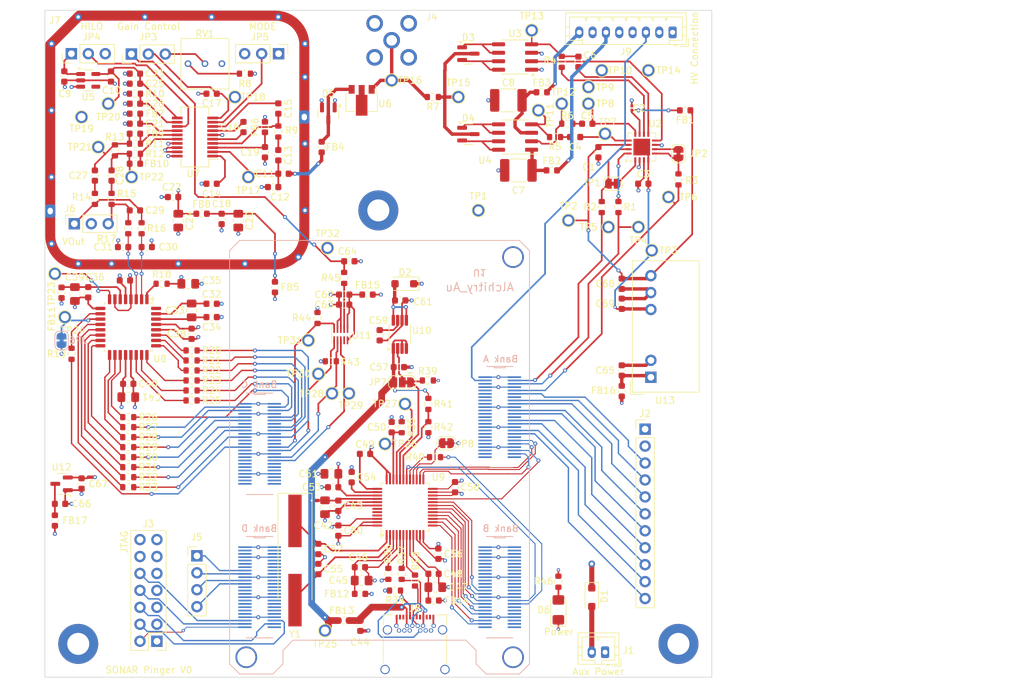
<source format=kicad_pcb>
(kicad_pcb (version 20241229) (generator "pcbnew") (generator_version "9.0")
  (layers (0 "F.Cu" signal) (4 "In1.Cu" signal) (6 "In2.Cu" signal) (2 "B.Cu" signal) (13 "F.Paste" user) (15 "B.Paste" user) (5 "F.SilkS" user "F.Silkscreen") (7 "B.SilkS" user "B.Silkscreen") (1 "F.Mask" user) (3 "B.Mask" user) (25 "Edge.Cuts" user))
  (net 0 "")
  (net 1 "GND")
  (net 2 "/receiver/GAIN_CONTROL")
  (net 3 "/receiver/VCM")
  (net 4 "/adc/VIN-")
  (net 5 "/adc/VIN+")
  (net 6 "/3.3V")
  (net 7 "/9V")
  (net 8 "/-9V")
  (net 9 "/usb/~{RESET}")
  (net 10 "/usb/VREGIN")
  (net 11 "/usb/VPHY")
  (net 12 "/usb/VPLL")
  (net 13 "/usb/VCC3V3")
  (net 15 "VIN")
  (net 16 "/-100V")
  (net 17 "/100V")
  (net 18 "/usb/D+")
  (net 19 "/usb/D-")
  (net 20 "/receiver/input")
  (net 21 "/receiver/HILO")
  (net 22 "/receiver/MODE")
  (net 23 "/dac/VOUT")
  (net 24 "/transmitter/INB")
  (net 25 "/transmitter/INA")
  (net 26 "/transmitter/IND")
  (net 27 "/transmitter/INC")
  (net 28 "/DAC_~{RESET}")
  (net 29 "/ADC_CLK")
  (net 30 "/usb/VCORE")
  (net 31 "/DAC_~{CS}")
  (net 32 "/OE")
  (net 33 "/PULSE")
  (net 34 "/DAMP")
  (net 35 "/HV_ENABLE")
  (net 52 "/USB_TXE")
  (net 53 "/USB_RXF")
  (net 54 "/USB_WR")
  (net 55 "/USB_RD")
  (net 67 "/USB_D7")
  (net 68 "/USB_D6")
  (net 69 "/USB_D5")
  (net 70 "/USB_D4")
  (net 71 "/USB_D3")
  (net 72 "/USB_D2")
  (net 73 "/USB_D1")
  (net 74 "/USB_D0")
  (net 79 "/USB_CLKOUT")
  (net 80 "/USB_OE")
  (net 114 "/usb/5V")
  (net 115 "+5V")
  (net 130 "/ADC_D0")
  (net 131 "/ADC_D1")
  (net 132 "/ADC_D2")
  (net 133 "/ADC_D3")
  (net 134 "/ADC_D4")
  (net 135 "/ADC_D5")
  (net 136 "/ADC_D6")
  (net 137 "/ADC_D7")
  (net 138 "/ADC_D8")
  (net 139 "/ADC_D9")
  (net 140 "/ADC_D10")
  (net 141 "/ADC_D11")
  (net 142 "/ADC_D12")
  (net 143 "/ADC_D13")
  (net 144 "/SCLK")
  (net 145 "/MOSI")
  (net 147 "/dac/VCC")
  (net 148 "/receiver/5V")
  (net 174 "/adc/3.3V")
  (net 175 "Net-(U2-VH)")
  (net 176 "Net-(U2-OUTA)")
  (net 177 "Net-(C4-Pad2)")
  (net 178 "Net-(U2-OUTB)")
  (net 179 "Net-(C5-Pad2)")
  (net 180 "Net-(U3-G2)")
  (net 181 "Net-(U2-OUTC)")
  (net 182 "Net-(U4-S1)")
  (net 183 "Net-(U4-S2)")
  (net 184 "Net-(C11-Pad1)")
  (net 185 "Net-(U7-INH)")
  (net 186 "Net-(C13-Pad2)")
  (net 187 "Net-(U7-LMD)")
  (net 188 "Net-(U7-LON)")
  (net 189 "Net-(U7-VIN)")
  (net 190 "Net-(U7-VIP)")
  (net 191 "Net-(U7-LOP)")
  (net 192 "Net-(C18-Pad1)")
  (net 193 "Net-(U7-VPSL)")
  (net 194 "Net-(U7-VPOS)")
  (net 195 "Net-(U7-RCLMP)")
  (net 196 "Net-(C27-Pad2)")
  (net 197 "Net-(C27-Pad1)")
  (net 198 "Net-(C28-Pad1)")
  (net 199 "Net-(C28-Pad2)")
  (net 200 "Net-(U8-VIN+)")
  (net 201 "Net-(U8-VIN-)")
  (net 202 "Net-(U8-VRP)")
  (net 203 "Net-(U8-VRN)")
  (net 204 "Net-(U8-VD)")
  (net 205 "Net-(C44-Pad1)")
  (net 206 "Net-(U9-VCCA)")
  (net 207 "Net-(U9-XCSI)")
  (net 208 "Net-(U9-XCSO)")
  (net 209 "Net-(D1-A)")
  (net 210 "Net-(U6-B)")
  (net 211 "Net-(U7-VOH)")
  (net 212 "Net-(U7-VOL)")
  (net 213 "Net-(JP3-B)")
  (net 214 "Net-(JP6-B)")
  (net 215 "Net-(U2-OE)")
  (net 216 "Net-(U2-OUTG)")
  (net 217 "Net-(U4-G2)")
  (net 218 "Net-(U4-G1)")
  (net 219 "Net-(R8-Pad1)")
  (net 220 "Net-(U8-VREF)")
  (net 221 "Net-(U8-CLK)")
  (net 222 "Net-(U8-D13)")
  (net 223 "Net-(U8-D12)")
  (net 224 "Net-(U8-D11)")
  (net 225 "Net-(U8-D10)")
  (net 226 "Net-(U8-D9)")
  (net 227 "Net-(U8-D8)")
  (net 228 "Net-(U8-D7)")
  (net 229 "Net-(U8-D6)")
  (net 230 "Net-(U8-D5)")
  (net 231 "Net-(U8-D4)")
  (net 232 "Net-(U8-D3)")
  (net 233 "Net-(U8-D2)")
  (net 234 "Net-(U8-D1)")
  (net 235 "Net-(U8-D0)")
  (net 236 "Net-(U9-REF)")
  (net 237 "Net-(U9-DM)")
  (net 238 "Net-(U9-DP)")
  (net 239 "Net-(U9-ACBUS5)")
  (net 240 "Net-(U9-ACBUS7)")
  (net 241 "Net-(U2-OUTD)")
  (net 242 "Net-(U9-ACBUS9)")
  (net 249 "/TDI")
  (net 250 "/TCK")
  (net 251 "/TDO")
  (net 252 "/TMS")
  (net 253 "/usb/~{SLEEP}")
  (net 254 "/FPGA_3.3V")
  (net 255 "Net-(U10-CT)")
  (net 256 "Net-(U13-+VIN)")
  (net 257 "Net-(U12-VI)")
  (net 258 "Net-(D3-K-Pad1)")
  (net 259 "Net-(D3-K-Pad3)")
  (net 260 "Net-(D3-A)")
  (net 261 "Net-(D4-K-Pad1)")
  (net 262 "Net-(D4-A)")
  (net 263 "Net-(D6-A)")
  (net 264 "Net-(J2-Pin_10)")
  (net 265 "Net-(J2-Pin_9)")
  (net 266 "Net-(J2-Pin_11)")
  (net 267 "Net-(J2-Pin_5)")
  (net 268 "Net-(J2-Pin_7)")
  (net 269 "Net-(J2-Pin_4)")
  (net 270 "Net-(J2-Pin_6)")
  (net 271 "Net-(J2-Pin_3)")
  (net 272 "Net-(J2-Pin_8)")
  (net 275 "Net-(J5-Pin_1)")
  (net 276 "Net-(J5-Pin_2)")
  (net 277 "Net-(J5-Pin_3)")
  (net 278 "Net-(J5-Pin_4)")
  (net 279 "Net-(J8-CC1)")
  (net 291 "Net-(JP7-C)")
  (net 292 "Net-(JP8-A)")
  (net 293 "Net-(U11-Vout)")
  (footprint "Inductor_SMD:L_0603_1608Metric" (layer "F.Cu") (at 134.5 91.5 -90)
    (property "Reference" "FB5")
    (property "Value" "FerriteBead")
  )
  (footprint "Capacitor_SMD:C_0603_1608Metric" (layer "F.Cu") (at 125 94)
    (property "Reference" "C32")
    (property "Value" "0.1u")
  )
  (footprint "Resistor_SMD:R_0603_1608Metric" (layer "F.Cu") (at 151.5 134.5 -90)
    (property "Reference" "R36")
    (property "Value" "12k")
  )
  (footprint "Resistor_SMD:R_0603_1608Metric" (layer "F.Cu") (at 113.5 62.5)
    (property "Reference" "R10")
    (property "Value" "DNP")
  )
  (footprint "pd_footprints:TestPoint_THTPad_D1.8mm_Drill1.2mm" (layer "F.Cu") (at 162 63)
    (property "Reference" "TP15")
    (property "Value" "TestPoint")
  )
  (footprint "Resistor_SMD:R_0603_1608Metric" (layer "F.Cu") (at 140.875 96.125 -90)
    (property "Reference" "R44")
    (property "Value" "10k")
  )
  (footprint "Resistor_SMD:R_0603_1608Metric" (layer "F.Cu") (at 122 104)
    (property "Reference" "R22")
    (property "Value" "33")
  )
  (footprint "Connector_PinSocket_2.54mm:PinSocket_1x03_P2.54mm_Vertical" (layer "F.Cu") (at 104.42 82 90)
    (property "Reference" "J6")
    (property "Value" "Conn_01x03")
  )
  (footprint "Capacitor_SMD:C_0603_1608Metric" (layer "F.Cu") (at 146 120 90)
    (property "Reference" "C54")
    (property "Value" "0.1u")
  )
  (footprint "Package_TO_SOT_SMD:SOT-23" (layer "F.Cu") (at 102.5 121 180)
    (property "Reference" "U12")
    (property "Value" "AP2120-3.3")
  )
  (footprint "pd_footprints:TestPoint_THTPad_D1.8mm_Drill1.2mm" (layer "F.Cu") (at 128.5 63 -90)
    (property "Reference" "TP18")
    (property "Value" "TestPoint")
  )
  (footprint "Resistor_SMD:R_0603_1608Metric" (layer "F.Cu") (at 112.5 82.675 -90)
    (property "Reference" "R17")
    (property "Value" "33")
  )
  (footprint "Resistor_SMD:R_0603_1608Metric" (layer "F.Cu") (at 142.875 102.625)
    (property "Reference" "R43")
    (property "Value" "10k")
  )
  (footprint "Package_QFP:LQFP-32_7x7mm_P0.8mm" (layer "F.Cu") (at 112.5 97.5 -90)
    (property "Reference" "U8")
    (property "Value" "ADC14L040")
  )
  (footprint "Resistor_SMD:R_0603_1608Metric" (layer "F.Cu") (at 112.5 120)
    (property "Reference" "R32")
    (property "Value" "33")
  )
  (footprint "Capacitor_SMD:C_0603_1608Metric" (layer "F.Cu") (at 180 57.725 90)
    (property "Reference" "C6")
    (property "Value" "10n")
  )
  (footprint "Resistor_SMD:R_0603_1608Metric" (layer "F.Cu") (at 135 68.175 90)
    (property "Reference" "R9")
    (property "Value" "274")
  )
  (footprint "Crystal:Crystal_SMD_HC49-SD_HandSoldering" (layer "F.Cu") (at 137.5 132.5 -90)
    (property "Reference" "Y1")
    (property "Value" "12MHz")
  )
  (footprint "Capacitor_SMD:C_0603_1608Metric" (layer "F.Cu") (at 106.5 92.275 -90)
    (property "Reference" "C36")
    (property "Value" "0.1u")
  )
  (footprint "Resistor_SMD:R_0603_1608Metric" (layer "F.Cu") (at 183.5 79.5 90)
    (property "Reference" "R2")
    (property "Value" "0")
  )
  (footprint "pd_footprints:TestPoint_THTPad_D1.8mm_Drill1.2mm" (layer "F.Cu") (at 108 70.5 -90)
    (property "Reference" "TP21")
    (property "Value" "TestPoint")
  )
  (footprint "Capacitor_SMD:C_0603_1608Metric" (layer "F.Cu") (at 179.5 69 180)
    (property "Reference" "C4")
    (property "Value" "10n")
  )
  (footprint "Capacitor_SMD:C_0603_1608Metric" (layer "F.Cu") (at 150.2 98.725 -90)
    (property "Reference" "C59")
    (property "Value" "1n")
  )
  (footprint "pd_footprints:TestPoint_THTPad_D1.8mm_Drill1.2mm" (layer "F.Cu") (at 113 75 -90)
    (property "Reference" "TP22")
    (property "Value" "TestPoint")
  )
  (footprint "Capacitor_SMD:C_0603_1608Metric" (layer "F.Cu") (at 105.5 120.95 -90)
    (property "Reference" "C67")
    (property "Value" "0.1u")
  )
  (footprint "Package_DFN_QFN:QFN-16-1EP_4x4mm_P0.65mm_EP2.5x2.5mm" (layer "F.Cu") (at 189.5 70.5 90)
    (property "Reference" "U2")
    (property "Value" "MD1813")
  )
  (footprint "pd_footprints:Converter_DCDC_Murata_MGJ2DxxxxxxSC_THT" (layer "F.Cu") (at 190.8675 105.0225 90)
    (property "Reference" "U13")
    (property "Value" "MEJ2D0509SC")
  )
  (footprint "Resistor_SMD:R_0603_1608Metric" (layer "F.Cu") (at 158.175 63 180)
    (property "Reference" "R7")
    (property "Value" "0")
  )
  (footprint "Inductor_SMD:L_0603_1608Metric" (layer "F.Cu") (at 141.5 70.5 -90)
    (property "Reference" "FB4")
    (property "Value" "FerriteBead")
  )
  (footprint "Capacitor_SMD:C_0603_1608Metric" (layer "F.Cu") (at 107.5 74.775 -90)
    (property "Reference" "C27")
    (property "Value" "0.1u")
  )
  (footprint "Connector_JST:JST_PH_B2B-PH-K_1x02_P2.00mm_Vertical" (layer "F.Cu") (at 184 146.25 180)
    (property "Reference" "J1")
    (property "Value" "Conn_01x02")
  )
  (footprint "pd_footprints:TestPoint_THTPad_D1.8mm_Drill1.2mm" (layer "F.Cu") (at 181.5 61.5)
    (property "Reference" "TP9")
    (property "Value" "TestPoint")
  )
  (footprint "Resistor_SMD:R_0603_1608Metric" (layer "F.Cu") (at 130 59.5)
    (property "Reference" "R8")
    (property "Value" "39k")
  )
  (footprint "Connector_PinHeader_2.54mm:PinHeader_1x11_P2.54mm_Vertical" (layer "F.Cu") (at 190 112.8)
    (property "Reference" "J2")
    (property "Value" "Conn_01x11")
  )
  (footprint "Inductor_SMD:L_0603_1608Metric" (layer "F.Cu") (at 102.5 92.3375 90)
    (property "Reference" "FB11")
    (property "Value" "FerriteBead")
  )
  (footprint "Capacitor_SMD:C_0603_1608Metric" (layer "F.Cu") (at 113.5 61 180)
    (property "Reference" "C25")
    (property "Value" "1n")
  )
  (footprint "pd_footprints:TestPoint_THTPad_D1.8mm_Drill1.2mm" (layer "F.Cu") (at 184 68.5)
    (property "Reference" "TP7")
    (property "Value" "TestPoint")
  )
  (footprint "Inductor_SMD:L_0603_1608Metric" (layer "F.Cu") (at 133 67.5 90)
    (property "Reference" "FB6")
    (property "Value" "FerriteBead")
  )
  (footprint "Resistor_SMD:R_0603_1608Metric" (layer "F.Cu") (at 122 105.499999)
    (property "Reference" "R23")
    (property "Value" "33")
  )
  (footprint "Resistor_SMD:R_0603_1608Metric" (layer "F.Cu") (at 112.5 114)
    (property "Reference" "R28")
    (property "Value" "33")
  )
  (footprint "Capacitor_SMD:C_0603_1608Metric" (layer "F.Cu") (at 144.875 94.125)
    (property "Reference" "C63")
    (property "Value" "47p")
  )
  (footprint "Connector_JST:JST_PH_B8B-PH-K_1x08_P2.00mm_Vertical" (layer "F.Cu") (at 194.125 53.3 180)
    (property "Reference" "J9")
    (property "Value" "Conn_01x08")
  )
  (footprint "Capacitor_SMD:C_0603_1608Metric" (layer "F.Cu") (at 144 124.285 -90)
    (property "Reference" "C43")
    (property "Value" "0.1u")
  )
  (footprint "Capacitor_SMD:C_0603_1608Metric" (layer "F.Cu") (at 161.5 121.5 -90)
    (property "Reference" "C58")
    (property "Value" "0.1u")
  )
  (footprint "Inductor_SMD:L_0603_1608Metric" (layer "F.Cu") (at 113.5 65.5 180)
    (property "Reference" "FB7")
    (property "Value" "FerriteBead")
  )
  (footprint "Capacitor_SMD:C_0603_1608Metric" (layer "F.Cu") (at 125 76 180)
    (property "Reference" "C14")
    (property "Value" "0.1u")
  )
  (footprint "Resistor_SMD:R_0603_1608Metric" (layer "F.Cu") (at 113.5 70)
    (property "Reference" "R11")
    (property "Value" "100")
  )
  (footprint "Capacitor_SMD:C_0603_1608Metric" (layer "F.Cu") (at 125 62.5 180)
    (property "Reference" "C17")
    (property "Value" "1n")
  )
  (footprint "Capacitor_SMD:C_0603_1608Metric" (layer "F.Cu") (at 144.875 92.625)
    (property "Reference" "C62")
    (property "Value" "0.1u")
  )
  (footprint "Capacitor_SMD:C_0805_2012Metric_Pad1.18x1.45mm_HandSolder" (layer "F.Cu") (at 121.5 91)
    (property "Reference" "C35")
    (property "Value" "10u")
  )
  (footprint "Inductor_SMD:L_0603_1608Metric" (layer "F.Cu") (at 113.5 73 180)
    (property "Reference" "FB10")
    (property "Value" "FerriteBead")
  )
  (footprint "Resistor_SMD:R_0603_1608Metric" (layer "F.Cu") (at 153.5 112.51 -90)
    (property "Reference" "R35")
    (property "Value" "10k")
  )
  (footprint "Resistor_SMD:R_0603_1608Metric" (layer "F.Cu") (at 155.5 135.5 90)
    (property "Reference" "R38")
    (property "Value" "0")
  )
  (footprint "Inductor_SMD:L_0603_1608Metric" (layer "F.Cu") (at 113.5 68.5 180)
    (property "Reference" "FB9")
    (property "Value" "FerriteBead")
  )
  (footprint "pd_footprints:TestPoint_THTPad_D1.8mm_Drill1.2mm" (layer "F.Cu") (at 181.5 64)
    (property "Reference" "TP8")
    (property "Value" "TestPoint")
  )
  (footprint "Capacitor_SMD:C_0603_1608Metric" (layer "F.Cu") (at 186.5 104 90)
    (property "Reference" "C65")
    (property "Value" "1u")
  )
  (footprint "Capacitor_SMD:C_0603_1608Metric" (layer "F.Cu") (at 141 130.775 -90)
    (property "Reference" "C52")
    (property "Value" "27p")
  )
  (footprint "Inductor_SMD:L_0603_1608Metric" (layer "F.Cu") (at 147.250001 137.5 180)
    (property "Reference" "FB12")
    (property "Value" "FerriteBead")
  )
  (footprint "Inductor_SMD:L_0603_1608Metric" (layer "F.Cu") (at 176 74)
    (property "Reference" "FB2")
    (property "Value" "FerriteBead")
  )
  (footprint "pd_footprints:TestPoint_THTPad_D1.8mm_Drill1.2mm" (layer "F.Cu") (at 141 104.5)
    (property "Reference" "TP30")
    (property "Value" "TestPoint")
  )
  (footprint "Capacitor_SMD:C_0603_1608Metric" (layer "F.Cu") (at 186.5 94 -90)
    (property "Reference" "C69")
    (property "Value" "1u")
  )
  (footprint "Connector_PinHeader_2.54mm:PinHeader_1x03_P2.54mm_Vertical" (layer "F.Cu") (at 112.975 56.555 90)
    (property "Reference" "JP3")
    (property "Value" "Jumper_3_Open")
  )
  (footprint "Jumper:SolderJumper-2_P1.3mm_Bridged_RoundedPad1.0x1.5mm" (layer "F.Cu") (at 195 71.5 -90)
    (property "Reference" "JP2")
    (property "Value" "Jumper_2_Bridged")
  )
  (footprint "pd_footprints:Alchitry_Au" (layer "F.Cu") (at 127.7 84.5 -90)
    (property "Reference" "U1")
    (property "Value" "Alchitry_Au")
  )
  (footprint "Resistor_SMD:R_0603_1608Metric" (layer "F.Cu") (at 157.425 105.5 180)
    (property "Reference" "R39")
    (property "Value" "10k")
  )
  (footprint "Resistor_SMD:R_0603_1608Metric" (layer "F.Cu") (at 113.5 71.51)
    (property "Reference" "R12")
    (property "Value" "100")
  )
  (footprint "Inductor_SMD:L_0603_1608Metric" (layer "F.Cu") (at 148.375 92.625)
    (property "Reference" "FB15")
    (property "Value" "FerriteBead")
  )
  (footprint "Package_TO_SOT_SMD:SOT-23" (layer "F.Cu") (at 142.5 65.5 -90)
    (property "Reference" "D5")
    (property "Value" "BAV99")
  )
  (footprint "pd_footprints:Potentiometer_Bourns_3362U_Vertical" (layer "F.Cu") (at 124 58 180)
    (property "Reference" "RV1")
    (property "Value" "R_Potentiometer_US")
  )
  (footprint "Capacitor_SMD:C_0603_1608Metric" (layer "F.Cu") (at 125 96)
    (property "Reference" "C34")
    (property "Value" "0.1u")
  )
  (footprint "Capacitor_SMD:C_0201_0603Metric" (layer "F.Cu") (at 188 64.655 -90)
    (property "Reference" "C2")
    (property "Value" "1u")
  )
  (footprint "Resistor_SMD:R_0603_1608Metric" (layer "F.Cu") (at 144.875 90.125 90)
    (property "Reference" "R45")
    (property "Value" "0")
  )
  (footprint "Capacitor_SMD:C_0603_1608Metric" (layer "F.Cu") (at 148 116.51)
    (property "Reference" "C49")
    (property "Value" "0.1u")
  )
  (footprint "Resistor_SMD:R_0603_1608Metric" (layer "F.Cu") (at 195 75.35 90)
    (property "Reference" "R3")
    (property "Value" "0")
  )
  (footprint "pd_footprints:QSOP-20_3.9x8.7mm_P0.635mm" (layer "F.Cu") (at 122.5 69 180)
    (property "Reference" "U7")
    (property "Value" "AD8331")
  )
  (footprint "Capacitor_SMD:C_0603_1608Metric" (layer "F.Cu") (at 147.2375 133.5)
    (property "Reference" "C46")
    (property "Value" "0.1u")
  )
  (footprint "Capacitor_SMD:C_0603_1608Metric" (layer "F.Cu") (at 122 98.5 -90)
    (property "Reference" "C38")
    (property "Value" "0.1u")
  )
  (footprint "pd_footprints:TestPoint_THTPad_D1.8mm_Drill1.2mm" (layer "F.Cu") (at 130.5 75 -90)
    (property "Reference" "TP17")
    (property "Value" "TestPoint")
  )
  (footprint "Diode_SMD:D_SOD-123F" (layer "F.Cu") (at 182 138 -90)
    (property "Reference" "D1")
    (property "Value" "D")
  )
  (footprint "Package_QFP:LQFP-48_7x7mm_P0.5mm" (layer "F.Cu") (at 154 124.5 90)
    (property "Reference" "U9")
    (property "Value" "FT232H")
  )
  (footprint "Resistor_SMD:R_0603_1608Metric" (layer "F.Cu") (at 107.5 78.275 90)
    (property "Reference" "R14")
    (property "Value" "237")
  )
  (footprint "pd_footprints:TestPoint_THTPad_D1.8mm_Drill1.2mm" (layer "F.Cu") (at 154 109.01)
    (property "Reference" "TP27")
    (property "Value" "TestPoint")
  )
  (footprint "Capacitor_SMD:C_1812_4532Metric" (layer "F.Cu") (at 171 74)
    (property "Reference" "C7")
    (property "Value" "1u")
  )
  (footprint "Resistor_SMD:R_0603_1608Metric" (layer "F.Cu") (at 176.5 69 180)
    (property "Reference" "R5")
    (property "Value" "0")
  )
  (footprint "LED_SMD:LED_1206_3216Metric_Pad1.42x1.75mm_HandSolder" (layer "F.Cu") (at 177 139.9 90)
    (property "Reference" "D6")
    (property "Value" "LED")
  )
  (footprint "Capacitor_SMD:C_1812_4532Metric" (layer "F.Cu") (at 169.5 63.5)
    (property "Reference" "C8")
    (property "Value" "1u")
  )
  (footprint "pd_footprints:SOIC-8_3.9x4.9mm_P1.27mm" (layer "F.Cu") (at 170.5 69 180)
    (property "Reference" "U4")
    (property "Value" "TC6320")
  )
  (footprint "Capacitor_SMD:C_0603_1608Metric" (layer "F.Cu") (at 135 64.725 90)
    (property "Reference" "C15")
    (property "Value" "0.1u")
  )
  (footprint "Jumper:SolderJumper-2_P1.3mm_Bridged_RoundedPad1.0x1.5mm" (layer "F.Cu") (at 160.2 114.9)
    (property "Reference" "JP8")
    (property "Value" "Jumper_2_Bridged")
  )
  (footprint "pd_footprints:TestPoint_THTPad_D1.8mm_Drill1.2mm" (layer "F.Cu") (at 174 65)
    (property "Reference" "TP11")
    (property "Value" "TestPoint")
  )
  (footprint "Package_TO_SOT_SMD:SOT-23" (layer "F.Cu") (at 163.5 56.5)
    (property "Reference" "D3")
    (property "Value" "BAV99")
  )
  (footprint "Inductor_SMD:L_0603_1608Metric" (layer "F.Cu") (at 123.5 80.5)
    (property "Reference" "FB8")
    (property "Value" "FerriteBead")
  )
  (footprint "NetTie:NetTie-2_SMD_Pad0.5mm" (layer "F.Cu") (at 140.5 123.5)
    (property "Reference" "NT2" (hide yes))
    (property "Value" "NetTie_2" (hide yes))
  )
  (footprint "Resistor_SMD:R_0603_1608Metric" (layer "F.Cu") (at 178.325 67 180)
    (property "Reference" "R6")
    (property "Value" "0")
  )
  (footprint "Capacitor_SMD:C_0603_1608Metric" (layer "F.Cu") (at 113.5 67 180)
    (property "Reference" "C21")
    (property "Value" "0.1u")
  )
  (footprint "Resistor_SMD:R_0603_1608Metric" (layer "F.Cu") (at 186 79.5 90)
    (property "Reference" "R1")
    (property "Value" "0")
  )
  (footprint "Capacitor_SMD:C_0603_1608Metric" (layer "F.Cu") (at 112 90.5)
    (property "Reference" "C37" (hide yes))
    (property "Value" "0.1u")
  )
  (footprint "Inductor_SMD:L_0603_1608Metric" (layer "F.Cu") (at 158.287501 138.5 180)
    (property "Reference" "FB14")
    (property "Value" "FerriteBead")
  )
  (footprint "Capacitor_SMD:C_0603_1608Metric" (layer "F.Cu") (at 153.075 103.5)
    (property "Reference" "C57")
    (property "Value" "0.1u")
  )
  (footprint "Resistor_SMD:R_0603_1608Metric" (layer "F.Cu") (at 112.5 118.5)
    (property "Reference" "R31")
    (property "Value" "33")
  )
  (footprint "pd_footprints:TestPoint_THTPad_D1.8mm_Drill1.2mm" (layer "F.Cu") (at 103 96 -90)
    (property "Reference" "TP24")
    (property "Value" "TestPoint")
  )
  (footprint "Resistor_SMD:R_0603_1608Metric" (layer "F.Cu") (at 112.499999 117)
    (property "Reference" "R30")
    (property "Value" "33")
  )
  (footprint "pd_footprints:TestPoint_THTPad_D1.8mm_Drill1.2mm" (layer "F.Cu") (at 152 60.5 -90)
    (property "Reference" "TP16")
    (property "Value" "TestPoint")
  )
  (footprint "Capacitor_SMD:C_0603_1608Metric" (layer "F.Cu") (at 110 74.775 -90)
    (property "Reference" "C28")
    (property "Value" "0.1u")
  )
  (footprint "Resistor_SMD:R_0603_1608Metric" (layer "F.Cu") (at 114.5 82.675 -90)
    (property "Reference" "R16")
    (property "Value" "33")
  )
  (footprint "Inductor_SMD:L_0603_1608Metric" (layer "F.Cu") (at 144.8 141.5 180)
    (property "Reference" "FB13")
    (property "Value" "FerriteBead")
  )
  (footprint "Capacitor_SMD:C_0603_1608Metric" (layer "F.Cu") (at 183 71.275 90)
    (property "Reference" "C1")
    (property "Value" "0.1u")
  )
  (footprint "Connector_PinHeader_2.54mm:PinHeader_1x03_P2.54mm_Vertical" (layer "F.Cu") (at 103.975 56.5 90)
    (property "Reference" "JP4")
    (property "Value" "Jumper_3_Open")
  )
  (footprint "pd_footprints:TestPoint_THTPad_D1.8mm_Drill1.2mm" (layer "F.Cu") (at 173 53)
    (property "Reference" "TP13")
    (property "Value" "TestPoint")
  )
  (footprint "Capacitor_SMD:C_0603_1608Metric" (layer "F.Cu") (at 147.3 142.275 -90)
    (property "Reference" "C44")
    (property "Value" "10n")
  )
  (footprint "Capacitor_SMD:C_0805_2012Metric_Pad1.18x1.45mm_HandSolder" (layer "F.Cu") (at 142.9625 119.5 180)
    (property "Reference" "C51")
    (property "Value" "10u")
  )
  (footprint "Package_TO_SOT_SMD:SOT-23" (layer "F.Cu") (at 163.5 68.5625)
    (property "Reference" "D4")
    (property "Value" "BAV99")
  )
  (footprint "Resistor_SMD:R_0603_1608Metric" (layer "F.Cu") (at 112.5 115.500001)
    (property "Reference" "R29")
    (property "Value" "33")
  )
  (footprint "Capacitor_SMD:C_0805_2012Metric_Pad1.18x1.45mm_HandSolder" (layer "F.Cu") (at 104.5 92.5375 -90)
    (property "Reference" "C39")
    (property "Value" "10u")
  )
  (footprint "Capacitor_SMD:C_0603_1608Metric" (layer "F.Cu") (at 112.5 106 180)
    (property "Reference" "C40")
    (property "Value" "0.1u")
  )
  (footprint "Resistor_SMD:R_0603_1608Metric" (layer "F.Cu") (at 110.5 71 -90)
    (property "Reference" "R13")
    (property "Value" "DNP")
  )
  (footprint "Capacitor_SMD:C_0603_1608Metric" (layer "F.Cu") (at 109.9125 59.9125 -90)
    (property "Reference" "C10")
    (property "Value" "0.1u")
  )
  (footprint "pd_footprints:TestPoint_THTPad_D1.8mm_Drill1.2mm" (layer "F.Cu") (at 109.5 64 -90)
    (property "Reference" "TP20")
    (property "Value" "TestPoint")
  )
  (footprint "Capacitor_SMD:C_0603_1608Metric" (layer "F.Cu") (at 102.275 124)
    (property "Reference" "C66")
    (property "Value" "0.1u")
  )
  (footprint "Inductor_SMD:L_0603_1608Metric" (layer "F.Cu") (at 101.5 126.5 90)
    (property "Reference" "FB17")
    (property "Value" "FerriteBead")
  )
  (footprint "Resistor_SMD:R_0603_1608Metric" (layer "F.Cu") (at 112.5 121.5)
    (property "Reference" "R33")
    (property "Value" "33")
  )
  (footprint "Capacitor_SMD:C_0603_1608Metric" (layer "F.Cu") (at 135 71.725 90)
    (property "Reference" "C13")
    (property "Value" "18n")
  )
  (footprint "Jumper:SolderJumper-2_P1.3mm_Bridged_RoundedPad1.0x1.5mm" (layer "F.Cu") (at 185.15 76 180)
    (property "Reference" "JP1")
    (property "Value" "Jumper_2_Bridged")
  )
  (footprint "Capacitor_SMD:C_0603_1608Metric" (layer "F.Cu") (at 141 133.775 90)
    (property "Reference" "C55")
    (property "Value" "27p")
  )
  (footprint "Capacitor_SMD:C_0603_1608Metric" (layer "F.Cu") (at 113.5 80)
    (property "Reference" "C29")
    (property "Value" "DNP")
  )
  (footprint "Package_TO_SOT_SMD:SOT-23-5" (layer "F.Cu") (at 106.5 60.5)
    (property "Reference" "U5")
    (property "Value" "AP2127-1.5")
  )
  (footprint "pd_footprints:TestPoint_THTPad_D1.8mm_Drill1.2mm" (layer "F.Cu") (at 189 82.5)
    (property "Reference" "TP4")
    (property "Value" "TestPoint")
  )
  (footprint "pd_footprints:TestPoint_THTPad_D1.8mm_Drill1.2mm" (layer "F.Cu") (at 178.5 81.5)
    (property "Reference" "TP2")
    (property "Value" "TestPoint")
  )
  (footprint "Resistor_SMD:R_0603_1608Metric" (layer "F.Cu") (at 122 106.999999)
    (property "Reference" "R24")
    (property "Value" "33")
  )
  (footprint "pd_footprints:TestPoint_THTPad_D1.8mm_Drill1.2mm" (layer "F.Cu") (at 151 115)
    (property "Reference" "TP26")
    (property "Value" "TestPoint")
  )
  (footprint "Capacitor_SMD:C_0805_2012Metric_Pad1.18x1.45mm_HandSolder" (layer "F.Cu") (at 129 81.5375 -90)
    (property "Reference" "C20")
    (property "Value" "10u")
  )
  (footprint "Resistor_SMD:R_0603_1608Metric" (layer "F.Cu") (at 152.5 137 180)
    (property "Reference" "R34")
    (property "Value" "5.1k")
  )
  (footprint "pd_footprints:TestPoint_THTPad_D1.8mm_Drill1.2mm" (layer "F.Cu") (at 145.595 107.445)
    (property "Reference" "TP29")
    (property "Value" "TestPoint")
  )
  (footprint "pd_footprints:TestPoint_THTPad_D1.8mm_Drill1.2mm" (layer "F.Cu") (at 142 143)
    (property "Reference" "TP25")
    (property "Value" "TestPoint")
  )
  (footprint "pd_footprints:WSON-10-2.5x2.5mm_P0.5mm" (layer "F.Cu") (at 144.375 98.625 -90)
    (property "Reference" "U11")
    (property "Value" "DAC82001")
  )
  (footprint "Capacitor_SMD:C_0603_1608Metric" (layer "F.Cu") (at 181.325 67 180)
    (property "Reference" "C5")
    (property "Value" "10n")
  )
  (footprint "pd_footprints:TestPoint_THTPad_D1.8mm_Drill1.2mm" (layer "F.Cu") (at 101.5 89.5)
    (property "Reference" "TP23")
    (property "Value" "TestPoint")
  )
  (footprint "Connector_PinHeader_2.54mm:PinHeader_1x04_P2.54mm_Vertical" (layer "F.Cu") (at 122.8 131.8)
    (property "Reference" "J5")
    (property "Value" "Conn_01x04")
  )
  (footprint "Capacitor_SMD:C_0603_1608Metric" (layer "F.Cu") (at 143.225 121.51 180)
    (property "Reference" "C53")
    (property "Value" "0.1u")
  )
  (footprint "Capacitor_SMD:C_0805_2012Metric_Pad1.18x1.45mm_HandSolder" (layer "F.Cu") (at 120 81.5375 -90)
    (property "Reference" "C24")
    (property "Value" "10u")
  )
  (footprint "Resistor_SMD:R_0603_1608Metric" (layer "F.Cu") (at 117.5 91)
    (property "Reference" "R18")
    (property "Value" "1k")
  )
  (footprint "Capacitor_SMD:C_0603_1608Metric" (layer "F.Cu") (at 158.275 134.49)
    (property "Reference" "C48")
    (property "Value" "0.1u")
  )
  (footprint "Capacitor_SMD:C_0805_2012Metric_Pad1.18x1.45mm_HandSolder" (layer "F.Cu") (at 142 124.51 -90)
    (property "Reference" "C42")
    (property "Value" "10u")
  )
  (footprint "Inductor_SMD:L_0603_1608Metric" (layer "F.Cu") (at 174.5 62.2875)
    (property "Reference" "FB3")
    (property "Value" "FerriteBead")
  )
  (footprint "Capacitor_SMD:C_0603_1608Metric" (layer "F.Cu") (at 152 112.51 90)
    (property "Reference" "C50")
    (property "Value" "27p")
  )
  (footprint "Connector_PinHeader_2.54mm:PinHeader_1x03_P2.54mm_Vertical" (layer "F.Cu") (at 135.04 56.5 -90)
    (property "Reference" "JP5")
    (property "Value" "Jumper_3_Open")
  )
  (footprint "Resistor_SMD:R_0603_1608Metric" (layer "F.Cu") (at 122 102.5)
    (property "Reference" "R21")
    (property "Value" "33")
  )
  (footprint "Resistor_SMD:R_0603_1608Metric" (layer "F.Cu") (at 122.000001 108.499999)
    (property "Reference" "R25")
    (property "Value" "33")
  )
  (footprint "Jumper:SolderJumper-3_P1.3mm_Bridged12_RoundedPad1.0x1.5mm" (layer "F.Cu") (at 153.5825 105.785 180)
    (property "Reference" "JP7")
    (property "Value" "Jumper_3_Bridged12")
  )
  (footprint "Package_SO:SOIC-8_3.9x4.9mm_P1.27mm" (layer "F.Cu") (at 170.5 57 180)
    (property "Reference" "U3")
    (property "Value" "TC2320")
  )
  (footprint "Capacitor_SMD:C_0603_1608Metric" (layer "F.Cu") (at 115.275 85.5)
    (property "Reference" "C30")
    (property "Value" "100p")
  )
  (footprint "Resistor_SMD:R_0603_1608Metric" (layer "F.Cu") (at 177 135.675 90)
    (property "Reference" "R46")
    (property "Value" "120")
  )
  (footprint "Inductor_SMD:L_0603_1608Metric" (layer "F.Cu") (at 186.5 107.1 90)
    (property "Reference" "FB16")
    (property "Value" "FerriteBead")
  )
  (footprint "Capacitor_SMD:C_0603_1608Metric" (layer "F.Cu") (at 111.725 85.5 180)
    (property "Reference" "C31")
    (property "Value" "100p")
  )
  (footprint "Connector_PinHeader_2.54mm:PinHeader_2x07_P2.54mm_Vertical" (layer "F.Cu") (at 116.8 144.6 180)
    (property "Reference" "J3")
    (property "Value" "Conn_02x07_Odd_Even")
  )
  (footprint "pd_footprints:TestPoint_THTPad_D1.8mm_Drill1.2mm" (layer "F.Cu") (at 193.5 78)
    (property "Reference" "TP6")
    (property "Value" "TestPoint")
  )
  (footprint "Resistor_SMD:R_0603_1608Metric" (layer "F.Cu") (at 177.5 57.725 90)
    (property "Reference" "R4")
    (property "Value" "2k")
  )
  (footprint "Capacitor_SMD:C_0805_2012Metric_Pad1.18x1.45mm_HandSolder" (layer "F.Cu") (at 112.5 108 180)
    (property "Reference" "C41")
    (property "Value" "10u")
  )
  (footprint "Capacitor_SMD:C_0603_1608Metric" (layer "F.Cu") (at 186.5 91 -90)
    (property "Reference" "C68")
    (property "Value" "1u")
  )
  (footprint "Capacitor_SMD:C_0603_1608Metric" (layer "F.Cu") (at 189.725 76)
    (property "Reference" "C3")
    (property "Value" "0.1u")
  )
  (footprint "pd_footprints:TestPoint_THTPad_D1.8mm_Drill1.2mm" (layer "F.Cu") (at 177.5 64)
    (property "Reference" "TP12")
    (property "Value" "TestPoint")
  )
  (footprint "Capacitor_SMD:C_0603_1608Metric" (layer "F.Cu") (at 135.775 74.5 180)
    (property "Reference" "C11")
    (property "Value" "0.1u")
  )
  (footprint "Capacitor_SMD:C_0805_2012Metric_Pad1.18x1.45mm_HandSolder" (layer "F.Cu") (at 147.5 135.5)
    (property "Reference" "C45")
    (property "Value" "10u")
  )
  (footprint "Package_SO:VSSOP-8_3x3mm_P0.65mm" (layer "F.Cu") (at 153.225 98.5875 90)
    (property "Reference" "U10")
    (property "Value" "TPS22958")
  )
  (footprint "pd_footprints:TestPoint_THTPad_D1.8mm_Drill1.2mm" (layer "F.Cu") (at 142.375 85.625)
    (property "Reference" "TP32")
    (property "Value" "TestPoint")
  )
  (footprint "Capacitor_SMD:C_0603_1608Metric" (layer "F.Cu") (at 133 71.275 -90)
    (property "Reference" "C19")
    (property "Value" "0.1u")
  )
  (footprint "pd_footprints:SOT-89-3" (layer "F.Cu") (at 147.5 63.8 -90)
    (property "Reference" "U6")
    (property "Value" "MD0100")
  )
  (footprint "pd_footprints:TestPoint_THTPad_D1.8mm_Drill1.2mm" (layer "F.Cu") (at 183.5 59)
    (property "Reference" "TP10")
    (property "Value" "TestPoint")
  )
  (footprint "Inductor_SMD:L_0603_1608Metric" (layer "F.Cu") (at 196 65 180)
    (property "Reference" "FB1")
    (property "Value" "FerriteBead")
  )
  (footprint "Resistor_SMD:R_0603_1608Metric" (layer "F.Cu") (at 158.5 117)
    (property "Reference" "R40")
    (property "Value" "33")
  )
  (footprint "Capacitor_SMD:C_0603_1608Metric" (layer "F.Cu") (at 119.225 78 180)
    (property "Reference" "C22")
    (property "Value" "0.1u")
  )
  (footprint "Resistor_SMD:R_0603_1608Metric" (layer "F.Cu") (at 122 101)
    (property "Reference" "R20")
    (property "Value" "33")
  )
  (footprint "Resistor_SMD:R_0603_1608Metric" (layer "F.Cu") (at 104 101.5 90)
    (property "Reference" "R19")
    (property "Value" "49.9")
  )
  (footprint "Capacitor_SMD:C_0805_2012Metric_Pad1.18x1.45mm_HandSolder" (layer "F.Cu") (at 158.5375 136.5)
    (property "Reference" "C47")
    (property "Value" "10u")
  )
  (footprint "pd_footprints:TestPoint_THTPad_D1.8mm_Drill1.2mm" (layer "F.Cu") (at 184.5 82.5)
    (property "Reference" "TP5")
    (property "Value" "TestPoint")
  )
  (footprint "Capacitor_SMD:C_0603_1608Metric" (layer "F.Cu") (at 126.5 81.275 -90)
    (property "Reference" "C18")
    (property "Value" "0.1u")
  )
  (footprint "pd_footprints:Shield_MS384-10F" (layer "F.Cu") (at 100.8 50.8)
    (property "Reference" "J7")
    (property "Value" "RFShield_TwoPieces")
  )
  (footprint "Resistor_SMD:R_0603_1608Metric" (layer "F.Cu") (at 110 78.275 90)
    (property "Reference" "R15")
    (property "Value" "237")
  )
  (footprint "Capacitor_SMD:C_0603_1608Metric" (layer "F.Cu") (at 113.5 59.5 180)
    (property "Reference" "C23")
    (property "Value" "0.1u")
  )
  (footprint "Connector_USB:USB_C_Receptacle_Amphenol_12401548E4-2A_CircularHoles" (layer "F.Cu") (at 155.5 146)
    (property "Reference" "J8")
    (property "Value" "USB_C_Receptacle")
  )
  (footprint "Resistor_SMD:R_0603_1608Metric" (layer "F.Cu") (at 112.5 111)
    (property "Reference" "R26")
    (property "Value" "33")
  )
  (footprint "pd_footprints:TestPoint_THTPad_D1.8mm_Drill1.2mm" (layer "F.Cu") (at 165 80)
    (property "Reference" "TP1")
    (property "Value" "TestPoint")
  )
  (footprint "pd_footprints:TestPoint_THTPad_D1.8mm_Drill1.2mm" (layer "F.Cu") (at 191 86)
    (property "Reference" "TP3")
    (property "Value" "TestPoint")
  )
  (footprint "Resistor_SMD:R_0603_1608Metric" (layer "F.Cu") (at 157.5 109.01 90)
    (property "Reference" "R41")
    (property "Value" "4.7k")
  )
  (footprint "Diode_SMD:D_SOD-123F" (layer "F.Cu") (at 153.9 91 180)
    (property "Reference" "D2")
    (property "Value" "D")
  )
  (footprint "Capacitor_SMD:C_0805_2012Metric_Pad1.18x1.45mm_HandSolder" (layer "F.Cu") (at 122 95 -90)
    (property "Reference" "C33")
    (property "Value" "10u")
  )
  (footprint "pd_footprints:TestPoint_THTPad_D1.8mm_Drill1.2mm" (layer "F.Cu") (at 139.5 99.5)
    (property "Reference" "TP31")
    (property "Value" "TestPoint")
  )
  (footprint "Resistor_SMD:R_0603_1608Metric" (layer "F.Cu") (at 112.5 112.5)
    (property "Reference" "R27")
    (property "Value" "33")
  )
  (footprint "pd_footprints:RF2-04A-T-00-50-G" (layer "F.Cu") (at 152 54.5)
    (property "Reference" "J4")
    (property "Value" "Conn_Coaxial")
  )
  (footprint "Capacitor_SMD:C_0603_1608Metric" (layer "F.Cu") (at 129.775 67.5 90)
    (property "Reference" "C16")
    (property "Value" "0.1u")
  )
  (footprint "Capacitor_SMD:C_0603_1608Metric" (layer "F.Cu") (at 102.9125 59.9125 -90)
    (property "Reference" "C9")
    (property "Value" "0.1u")
  )
  (footprint "Capacitor_SMD:C_0603_1608Metric" (layer "F.Cu") (at 134.225 76.5 180)
    (property "Reference" "C12")
    (property "Value" "22p")
  )
  (footprint "Capacitor_SMD:C_0603_1608Metric" (layer "F.Cu") (at 145.65 87.625 180)
    (property "Reference" "C64")
    (property "Value" "0.1u")
  )
  (footprint "pd_footprints:TestPoint_THTPad_D1.8mm_Drill1.2mm" (layer "F.Cu") (at 143.055 107.445)
    (property "Reference" "TP28")
    (property "Value" "TestPoint")
  )
  (footprint "NetTie:NetTie-2_SMD_Pad0.5mm" (layer "F.Cu") (at 107 120)
    (property "Reference" "NT1" (hide yes))
    (property "Value" "NetTie_2" (hide yes))
  )
  (footprint "Capacitor_SMD:C_0603_1608Metric" (layer "F.Cu") (at 159 131.48 -90)
    (property "Reference" "C56")
    (property "Value" "0.1u")
  )
  (footprint "pd_footprints:TestPoint_THTPad_D1.8mm_Drill1.2mm" (layer "F.Cu") (at 190.5 59)
    (property "Reference" "TP14")
    (property "Value" "TestPoint")
  )
  (footprint "Capacitor_SMD:C_0603_1608Metric" (layer "F.Cu") (at 113.5 64 180)
    (property "Reference" "C26")
    (property "Value" "0.1u")
  )
  (footprint "Resistor_SMD:R_0603_1608Metric" (layer "F.Cu") (at 157.5 112.51 90)
    (property "Reference" "R42")
    (property "Value" "10k")
  )
  (footprint "pd_footprints:TestPoint_THTPad_D1.8mm_Drill1.2mm" (layer "F.Cu") (at 105.5 66 -90)
    (property "Reference" "TP19")
    (property "Value" "TestPoint")
  )
  (footprint "Resistor_SMD:R_0603_1608Metric" (layer "F.Cu") (at 153.5 134.5 90)
    (property "Reference" "R37")
    (property "Value" "0")
  )
  (footprint "Capacitor_SMD:C_0603_1608Metric" (layer "F.Cu") (at 144 128.01 -90)
    (property "Reference" "C60")
    (property "Value" "0.1u")
  )
  (footprint "Capacitor_SMD:C_0603_1608Metric" (layer "F.Cu") (at 153.275 93.5)
    (property "Reference" "C61")
    (property "Value" "0.1u")
  )
  (footprint "Jumper:SolderJumper-2_P1.3mm_Bridged_RoundedPad1.0x1.5mm" (layer "B.Cu") (at 102.5 99.5 90)
    (property "Reference" "JP6")
    (property "Value" "Jumper_2_Bridged")
  )
  (gr_line (start 200 50) (end 200 150) (stroke (width 0.1)) (layer "Edge.Cuts"))
  (gr_line (start 200 150) (end 100 150) (stroke (width 0.1)) (layer "Edge.Cuts"))
  (gr_line (start 100 50) (end 200 50) (stroke (width 0.1)) (layer "Edge.Cuts"))
  (gr_line (start 100 150) (end 100 50) (stroke (width 0.1)) (layer "Edge.Cuts"))
  (gr_text "HV Connection" (at 198 61.25 90) (layer "F.SilkS") (effects (font (size 1 1)) (justify left bottom)))
  (gr_text "Power" (at 174.75 143.75 0) (layer "F.SilkS") (effects (font (size 1 1)) (justify left bottom)))
  (gr_text "Aux Power" (at 179 149.75 0) (layer "F.SilkS") (effects (font (size 1 1)) (justify left bottom)))
  (gr_text "SONAR Pinger V0" (at 109 149.5 0) (layer "F.SilkS") (effects (font (size 1 1)) (justify left bottom)))
  (gr_text "VOut" (at 102.5 85.25 0) (layer "F.SilkS") (effects (font (size 1 1)) (justify left bottom)))
  (gr_text "Gain Control" (at 110.75 53 0) (layer "F.SilkS") (effects (font (size 1 1)) (justify left bottom)))
  (gr_text "MODE" (at 130.5 53 0) (layer "F.SilkS") (effects (font (size 1 1)) (justify left bottom)))
  (gr_text "HILO" (at 105.25 53 0) (layer "F.SilkS") (effects (font (size 1 1)) (justify left bottom)))
  (gr_text "JTAG" (at 112.5 131.5 90) (layer "F.SilkS") (effects (font (size 1 1)) (justify left bottom)))
  (segment (start 189.965 93.225) (end 190.8675 92.3225) (width 0.508) (layer "F.Cu") (net 1))
  (segment (start 109.5 92) (end 108.0794 92) (width 0.2032) (layer "F.Cu") (net 1))
  (segment (start 144.375 96.125) (end 144.375 97.775) (width 0.254) (layer "F.Cu") (net 1))
  (segment (start 103.05 124) (end 103.05 122.3375) (width 0.254) (layer "F.Cu") (net 1))
  (segment (start 151.75 120.3375) (end 151.75 119.485) (width 0.254) (layer "F.Cu") (net 1))
  (segment (start 162.275 122.275) (end 162.5 122.5) (width 0.1524) (layer "F.Cu") (net 1))
  (segment (start 148.0125 133.95) (end 148.5375 134.475) (width 0.2032) (layer "F.Cu") (net 1))
  (segment (start 143.45 64.5625) (end 143.45 63.55) (width 0.254) (layer "F.Cu") (net 1))
  (segment (start 190.125 103.225) (end 190.8675 102.4825) (width 0.508) (layer "F.Cu") (net 1))
  (segment (start 148.775 116.51) (end 148.775 115.725) (width 0.254) (layer "F.Cu") (net 1))
  (segment (start 112.675 62.5) (end 112 62.5) (width 0.254) (layer "F.Cu") (net 1))
  (segment (start 144.1 94.125) (end 144.1 92.625) (width 0.254) (layer "F.Cu") (net 1))
  (segment (start 126.5825 68.6825) (end 126.6 68.7) (width 0.254) (layer "F.Cu") (net 1))
  (segment (start 156.25 129.9) (end 156.425 130.075) (width 0.2032) (layer "F.Cu") (net 1))
  (segment (start 190.32 91.775) (end 190.8675 92.3225) (width 0.508) (layer "F.Cu") (net 1))
  (segment (start 151.25 120.3375) (end 151.25 118.985) (width 0.254) (layer "F.Cu") (net 1))
  (segment (start 118.5475 69.9525) (end 118.5 70) (width 0.254) (layer "F.Cu") (net 1))
  (segment (start 141 131.55) (end 141.55 131.55) (width 0.2032) (layer "F.Cu") (net 1))
  (segment (start 150.675 135.325) (end 150.5 135.5) (width 0.2032) (layer "F.Cu") (net 1))
  (segment (start 145.725 128.785) (end 144 128.785) (width 0.2032) (layer "F.Cu") (net 1))
  (segment (start 110.5 94.5) (end 111 95) (width 0.2032) (layer "F.Cu") (net 1))
  (segment (start 120 82.575) (end 120 83.5) (width 0.254) (layer "F.Cu") (net 1))
  (segment (start 155.25 131.237106) (end 157.501447 133.488553) (width 0.2032) (layer "F.Cu") (net 1))
  (segment (start 125.775 94) (end 126.5 94) (width 0.2032) (layer "F.Cu") (net 1))
  (segment (start 111.4625 108) (end 111.4625 109.4625) (width 0.2032) (layer "F.Cu") (net 1))
  (segment (start 105.3625 60.5) (end 109.725 60.5) (width 0.254) (layer "F.Cu") (net 1))
  (segment (start 144.1 94.125) (end 144.1 94.4) (width 0.254) (layer "F.Cu") (net 1))
  (segment (start 152.75 142.24) (end 152.7 142.29) (width 0.254) (layer "F.Cu") (net 1))
  (segment (start 111.725 106) (end 111.725 105.275) (width 0.254) (layer "F.Cu") (net 1))
  (segment (start 110.95 84.55) (end 111 84.5) (width 0.1524) (layer "F.Cu") (net 1))
  (segment (start 144.1 94.125) (end 142.875 94.125) (width 0.254) (layer "F.Cu") (net 1))
  (segment (start 109.725 60.5) (end 109.9125 60.6875) (width 0.254) (layer "F.Cu") (net 1))
  (segment (start 143.875 97.775) (end 143.875 96.625) (width 0.254) (layer "F.Cu") (net 1))
  (segment (start 112.9 90.625) (end 112.775 90.5) (width 0.2032) (layer "F.Cu") (net 1))
  (segment (start 192.4294 70.175) (end 192.5 70.2456) (width 0.254) (layer "F.Cu") (net 1))
  (segment (start 151.329 99.5) (end 150.225 99.5) (width 0.254) (layer "F.Cu") (net 1))
  (segment (start 144.81 124.25) (end 144 125.06) (width 0.254) (layer "F.Cu") (net 1))
  (segment (start 146.425 87.625) (end 147.375 87.625) (width 0.254) (layer "F.Cu") (net 1))
  (segment (start 152.75 140.98) (end 152.75 142.24) (width 0.254) (layer "F.Cu") (net 1))
  (segment (start 149.8375 127.25) (end 147.26 127.25) (width 0.2032) (layer "F.Cu") (net 1))
  (segment (start 106 89.5) (end 107 90.5) (width 0.2032) (layer "F.Cu") (net 1))
  (segment (start 144.375 94.675) (end 144.375 96.125) (width 0.254) (layer "F.Cu") (net 1))
  (segment (start 112.5 95) (end 112.9 94.6) (width 0.2032) (layer "F.Cu") (net 1))
  (segment (start 141.55 64.5625) (end 141.55 63.55) (width 0.254) (layer "F.Cu") (net 1))
  (segment (start 155.75 128.6625) (end 155.75 129.399999) (width 0.2032) (layer "F.Cu") (net 1))
  (segment (start 142.45 121.51) (end 141.51 121.51) (width 0.2032) (layer "F.Cu") (net 1))
  (segment (start 188 64.335) (end 188 63.5) (width 0.254) (layer "F.Cu") (net 1))
  (segment (start 149.8375 126.75) (end 147.76 126.75) (width 0.2032) (layer "F.Cu") (net 1))
  (segment (start 122.5375 91) (end 123.5 91) (width 0.254) (layer "F.Cu") (net 1))
  (segment (start 110.1875 60.6875) (end 110.5 61) (width 0.254) (layer "F.Cu") (net 1))
  (segment (start 147.26 127.25) (end 146.5 128.01) (width 0.2032) (layer "F.Cu") (net 1))
  (segment (start 112.9 93.325) (end 112.9 90.125) (width 0.254) (layer "F.Cu") (net 1))
  (segment (start 156.425 130.075) (end 158.605 132.255) (width 0.2032) (layer "F.Cu") (net 1))
  (segment (start 101.5 89.5) (end 106 89.5) (width 0.2032) (layer "F.Cu") (net 1))
  (segment (start 103.1 60.5) (end 102.9125 60.6875) (width 0.254) (layer "F.Cu") (net 1))
  (segment (start 153.55 96.3) (end 153.55 93.95) (width 0.254) (layer "F.Cu") (net 1))
  (segment (start 108.325 94.7) (end 107.2 94.7) (width 0.254) (layer "F.Cu") (net 1))
  (segment (start 149.8375 124.25) (end 144.81 124.25) (width 0.254) (layer "F.Cu") (net 1))
  (segment (start 104.5 93.85) (end 105.3 93.05) (width 0.254) (layer "F.Cu") (net 1))
  (segment (start 116.675 97.9) (end 119.4 97.9) (width 0.254) (layer "F.Cu") (net 1))
  (segment (start 120.775 99.275) (end 122 99.275) (width 0.254) (layer "F.Cu") (net 1))
  (segment (start 157.5 113.335) (end 157.5 114) (width 0.254) (layer "F.Cu") (net 1))
  (segment (start 143.45 63.55) (end 143.5 63.5) (width 0.254) (layer "F.Cu") (net 1))
  (segment (start 148.5375 135.5) (end 149.4525 135.5) (width 0.2032) (layer "F.Cu") (net 1))
  (segment (start 156.25 128.6625) (end 156.25 129.9) (width 0.2032) (layer "F.Cu") (net 1))
  (segment (start 104.5 94.5) (end 104.5 93.85) (width 0.254) (layer "F.Cu") (net 1))
  (segment (start 158.498553 133.488553) (end 159.05 134.04) (width 0.2032) (layer "F.Cu") (net 1))
  (segment (start 153.55 97.279) (end 151.329 99.5) (width 0.254) (layer "F.Cu") (net 1))
  (segment (start 188.95 76.95) (end 189 77) (width 0.254) (layer "F.Cu") (net 1))
  (segment (start 141.51 121.51) (end 141.5 121.5) (width 0.2032) (layer "F.Cu") (net 1))
  (segment (start 112.725 61) (end 112 61) (width 0.254) (layer "F.Cu") (net 1))
  (segment (start 122 99.275) (end 122.725 99.275) (width 0.254) (layer "F.Cu") (net 1))
  (segment (start 144.1 94.4) (end 144.375 94.675) (width 0.254) (layer "F.Cu") (net 1))
  (segment (start 146.5 128.01) (end 145.725 128.785) (width 0.2032) (layer "F.Cu") (net 1))
  (segment (start 103.4375 121.95) (end 105.275 121.95) (width 0.254) (layer "F.Cu") (net 1))
  (segment (start 159.755 132.255) (end 160 132.5) (width 0.2032) (layer "F.Cu") (net 1))
  (segment (start 129 82.575) (end 129 83.5) (width 0.254) (layer "F.Cu") (net 1))
  (segment (start 189.175 72.4375) (end 189.175 73.396661) (width 0.254) (layer "F.Cu") (net 1))
  (segment (start 152.75 130.76) (end 150.005 133.505) (width 0.2032) (layer "F.Cu") (net 1))
  (segment (start 158.605 132.255) (end 159 132.255) (width 0.2032) (layer "F.Cu") (net 1))
  (segment (start 157.501447 133.488553) (end 158.498553 133.488553) (width 0.2032) (layer "F.Cu") (net 1))
  (segment (start 141 133) (end 142 132) (width 0.2032) (layer "F.Cu") (net 1))
  (segment (start 150 133.5) (end 148.0125 133.5) (width 0.2032) (layer "F.Cu") (net 1))
  (segment (start 151.25 118.985) (end 148.775 116.51) (width 0.254) (layer "F.Cu") (net 1))
  (segment (start 174.365 56.365) (end 174.5 56.5) (width 0.254) (layer "F.Cu") (net 1))
  (segment (start 151.75 119.485) (end 148.775 116.51) (width 0.254) (layer "F.Cu") (net 1))
  (segment (start 161.025 122.75) (end 161.5 122.275) (width 0.1524) (layer "F.Cu") (net 1))
  (segment (start 151.5 135.325) (end 150.675 135.325) (width 0.2032) (layer "F.Cu") (net 1))
  (segment (start 111.725 106) (end 111.725 108) (width 0.254) (layer "F.Cu") (net 1))
  (segment (start 105.5 121.725) (end 105.5 122.5) (width 0.254) (layer "F.Cu") (net 1))
  (segment (start 105.275 121.95) (end 105.5 121.725) (width 0.254) (layer "F.Cu") (net 1))
  (segment (start 191.4375 70.175) (end 192.4294 70.175) (width 0.254) (layer "F.Cu") (net 1))
  (segment (start 106.5 94) (end 106.5 93.05) (width 0.254) (layer "F.Cu") (net 1))
  (segment (start 147.3 143.05) (end 148.45 143.05) (width 0.508) (layer "F.Cu") (net 1))
  (segment (start 122.725 99.275) (end 123 99) (width 0.254) (layer "F.Cu") (net 1))
  (segment (start 158.248 140.982) (end 158.248 142.238) (width 0.254) (layer "F.Cu") (net 1))
  (segment (start 172.975 56.365) (end 174.365 56.365) (width 0.254) (layer "F.Cu") (net 1))
  (segment (start 111.4625 109.4625) (end 111.5 109.5) (width 0.2032) (layer "F.Cu") (net 1))
  (segment (start 154 103.5) (end 155 103.5) (width 0.508) (layer "F.Cu") (net 1))
  (segment (start 147.76 126.75) (end 146.5 128.01) (width 0.2032) (layer "F.Cu") (net 1))
  (segment (start 112.9 94.6) (end 112.9 93.325) (width 0.2032) (layer "F.Cu") (net 1))
  (segment (start 112.725 64) (end 112 64) (width 0.254) (layer "F.Cu") (net 1))
  (segment (start 159 132.255) (end 159.755 132.255) (width 0.2032) (layer "F.Cu") (net 1))
  (segment (start 160.49 136.5) (end 160.5 136.49) (width 0.2032) (layer "F.Cu") (net 1))
  (segment (start 145.31 123.75) (end 144 125.06) (width 0.254) (layer "F.Cu") (net 1))
  (segment (start 105.3 93.05) (end 106.5 93.05) (width 0.254) (layer "F.Cu") (net 1))
  (segment (start 141.55 63.55) (end 141.5 63.5) (width 0.254) (layer "F.Cu") (net 1))
  (segment (start 153.55 93.95) (end 154 93.5) (width 0.254) (layer "F.Cu") (net 1))
  (segment (start 125.775 96) (end 126.5 96) (width 0.2032) (layer "F.Cu") (net 1))
  (segment (start 172.975 58.905) (end 174.5 58.905) (width 0.254) (layer "F.Cu") (net 1))
  (segment (start 155.25 128.6625) (end 155.25 131.237106) (width 0.2032) (layer "F.Cu") (net 1))
  (segment (start 111 95) (end 111.5 95) (width 0.2032) (layer "F.Cu") (net 1))
  (segment (start 112.775 90.5) (end 112.775 89.725) (width 0.254) (layer "F.Cu") (net 1))
  (segment (start 158.1625 122.75) (end 161.025 122.75) (width 0.1524) (layer "F.Cu") (net 1))
  (segment (start 103.05 122.3375) (end 103.4375 121.95) (width 0.254) (layer "F.Cu") (net 1))
  (segment (start 158.1625 122.25) (end 161.475 122.25) (width 0.1524) (layer "F.Cu") (net 1))
  (segment (start 167.45 63.5) (end 166.5 63.5) (width 0.508) (layer "F.Cu") (net 1))
  (segment (start 116.05 84.55) (end 116 84.5) (width 0.1524) (layer "F.Cu") (net 1))
  (segment (start 159.05 134.04) (end 159.05 134.49) (width 0.2032) (layer "F.Cu") (net 1))
  (segment (start 161.5 122.275) (end 162.275 122.275) (width 0.1524) (layer "F.Cu") (net 1))
  (segment (start 124.225 76) (end 123.5 76) (width 0.254) (layer "F.Cu") (net 1))
  (segment (start 186.5 93.225) (end 189.965 93.225) (width 0.508) (layer "F.Cu") (net 1))
  (segment (start 158.248 142.238) (end 158.3 142.29) (width 0.254) (layer "F.Cu") (net 1))
  (segment (start 109.7 93.325) (end 109.7 92.2) (width 0.2032) (layer "F.Cu") (net 1))
  (segment (start 159.575 136.5) (end 160.49 136.5) (width 0.2032) (layer "F.Cu") (net 1))
  (segment (start 124.225 62.5) (end 123 62.5) (width 0.254) (layer "F.Cu") (net 1))
  (segment (start 159.05 135.975) (end 159.575 136.5) (width 0.2032) (layer "F.Cu") (net 1))
  (segment (start 112.1 101.675) (end 112.1 104.9) (width 0.254) (layer "F.Cu") (net 1))
  (segment (start 103.05 124) (end 104 124) (width 0.254) (layer "F.Cu") (net 1))
  (segment (start 158.15 105.5) (end 159 105.5) (width 0.127) (layer "F.Cu") (net 1))
  (segment (start 141.925 119.5) (end 141 119.5) (width 0.2032) (layer "F.Cu") (net 1))
  (segment (start 144 128.785) (end 144 130) (width 0.2032) (layer "F.Cu") (net 1))
  (segment (start 186.5 91.775) (end 190.32 91.775) (width 0.508) (layer "F.Cu") (net 1))
  (segment (start 112.725 67) (end 112 67) (width 0.254) (layer "F.Cu") (net 1))
  (segment (start 148.45 143.05) (end 148.5 143) (width 0.508) (layer "F.Cu") (net 1))
  (segment (start 118.45 78) (end 117.5 78) (width 0.254) (layer "F.Cu") (net 1))
  (segment (start 105.3625 60.5) (end 103.1 60.5) (width 0.254) (layer "F.Cu") (net 1))
  (segment (start 148.0125 133.5) (end 148.0125 133.95) (width 0.2032) (layer "F.Cu") (net 1))
  (segment (start 183 72.05) (end 183 73) (width 0.254) (layer "F.Cu") (net 1))
  (segment (start 161.475 122.25) (end 161.5 122.275) (width 0.1524) (layer "F.Cu") (net 1))
  (segment (start 118.5 71.8575) (end 119.8457 71.8575) (width 0.254) (layer "F.Cu") (net 1))
  (segment (start 119.4 97.9) (end 120.775 99.275) (width 0.254) (layer "F.Cu") (net 1))
  (segment (start 149.8375 123.75) (end 145.31 123.75) (width 0.254) (layer "F.Cu") (net 1))
  (segment (start 144.1 92.625) (end 142.875 92.625) (width 0.254) (layer "F.Cu") (net 1))
  (segment (start 102.9125 61.4125) (end 103 61.5) (width 0.254) (layer "F.Cu") (net 1))
  (segment (start 116.05 85.5) (end 116.05 84.55) (width 0.1524) (layer "F.Cu") (net 1))
  (segment (start 110.95 85.5) (end 110.95 84.55) (width 0.1524) (layer "F.Cu") (net 1))
  (segment (start 111.725 105.275) (end 112.1 104.9) (width 0.254) (layer "F.Cu") (net 1))
  (segment (start 177 141.3875) (end 177 142.8) (width 0.254) (layer "F.Cu") (net 1))
  (segment (start 148.775 115.725) (end 149 115.5) (width 0.254) (layer "F.Cu") (net 1))
  (segment (start 108.0794 92) (end 108 92.0794) (width 0.2032) (layer "F.Cu") (net 1))
  (segment (start 155.75 129.399999) (end 156.43 130.08) (width 0.2032) (layer "F.Cu") (net 1))
  (segment (start 102.9125 60.6875) (end 102.9125 61.4125) (width 0.254) (layer "F.Cu") (net 1))
  (segment (start 189.825 75.125) (end 188.95 76) (width 0.254) (layer "F.Cu") (net 1))
  (segment (start 188.95 76) (end 188.95 76.95) (width 0.254) (layer "F.Cu") (net 1))
  (segment (start 152 111.735) (end 152 111) (width 0.254) (layer "F.Cu") (net 1))
  (segment (start 149.4525 135.5) (end 149.4625 135.49) (width 0.2032) (layer "F.Cu") (net 1))
  (segment (start 159.05 134.49) (end 159.05 135.975) (width 0.2032) (layer "F.Cu") (net 1))
  (segment (start 146 119.225) (end 146 118.5) (width 0.2032) (layer "F.Cu") (net 1))
  (segment (start 125.1543 68.6825) (end 126.5825 68.6825) (width 0.254) (layer "F.Cu") (net 1))
  (segment (start 152.75 128.6625) (end 152.75 130.76) (width 0.2032) (layer "F.Cu") (net 1))
  (segment (start 111.5 95) (end 112.5 95) (width 0.2032) (layer "F.Cu") (net 1))
  (segment (start 142 125.5475) (end 142 126.5) (width 0.254) (layer "F.Cu") (net 1))
  (segment (start 156.425 130.075) (end 156.43 130.08) (width 0.2032) (layer "F.Cu") (net 1))
  (segment (start 154 93.5) (end 155 93.5) (width 0.254) (layer "F.Cu") (net 1))
  (segment (start 189.175 73.396661) (end 189.048627 73.523034) (width 0.254) (layer "F.Cu") (net 1))
  (segment (start 158.25 140.98) (end 158.248 140.982) (width 0.254) (layer "F.Cu") (net 1))
  (segment (start 133.45 76.5) (end 132.5 76.5) (width 0.254) (layer "F.Cu") (net 1))
  (segment (start 112.725 59.5) (end 112 59.5) (width 0.254) (layer "F.Cu") (net 1))
  (segment (start 119.8457 69.9525) (end 118.5475 69.9525) (width 0.254) (layer "F.Cu") (net 1))
  (segment (start 153.55 96.3) (end 153.55 97.279) (width 0.254) (layer "F.Cu") (net 1))
  (segment (start 133 72.05) (end 133 73) (width 0.254) (layer "F.Cu") (net 1))
  (segment (start 141.55 131.55) (end 142 132) (width 0.2032) (layer "F.Cu") (net 1))
  (segment (start 109.7 92.2) (end 109.5 92) (width 0.2032) (layer "F.Cu") (net 1))
  (segment (start 148.5375 134.475) (end 148.5375 135.5) (width 0.2032) (layer "F.Cu") (net 1))
  (segment (start 151.675 137) (end 151 137) (width 0.2032) (layer "F.Cu") (net 1))
  (segment (start 126.5 82.05) (end 126.5 83) (width 0.254) (layer "F.Cu") (net 1))
  (segment (start 189.825 72.4375) (end 189.825 75.125) (width 0.254) (layer "F.Cu") (net 1))
  (segment (start 109.9125 60.6875) (end 110.1875 60.6875) (width 0.254) (layer "F.Cu") (net 1))
  (segment (start 143.875 96.625) (end 144.375 96.125) (width 0.254) (layer "F.Cu") (net 1))
  (segment (start 110.5 93.325) (end 110.5 94.5) (width 0.2032) (layer "F.Cu") (net 1))
  (segment (start 186.5 103.225) (end 190.125 103.225) (width 0.508) (layer "F.Cu") (net 1))
  (segment (start 107.2 94.7) (end 106.5 94) (width 0.254) (layer "F.Cu") (net 1))
  (segment (start 168.95 74) (end 168 74) (width 0.508) (layer "F.Cu") (net 1))
  (segment (start 144 125.06) (end 144 126) (width 0.254) (layer "F.Cu") (net 1))
  (segment (start 144 125.06) (end 142.4875 125.06) (width 0.254) (layer "F.Cu") (net 1))
  (segment (start 142.4875 125.06) (end 142 125.5475) (width 0.254) (layer "F.Cu") (net 1))
  (via (at 101 85) (size 1) (drill 0.5) (layers "F.Cu" "B.Cu") (net 1))
  (via (at 189.048627 73.523034) (size 0.6) (drill 0.3) (layers "F.Cu" "B.Cu") (net 1))
  (via (at 166.5 63.5) (size 0.6) (drill 0.3) (layers "F.Cu" "B.Cu") (net 1))
  (via (at 126.5 96) (size 0.6) (drill 0.3) (layers "F.Cu" "B.Cu") (net 1))
  (via (at 142 126.5) (size 0.6) (drill 0.3) (layers "F.Cu" "B.Cu") (net 1))
  (via (at 132.5 76.5) (size 0.6) (drill 0.3) (layers "F.Cu" "B.Cu") (net 1))
  (via (at 168 106.5) (size 0.6) (drill 0.3) (layers "F.Cu" "B.Cu") (net 1))
  (via (at 108 92.0794) (size 0.6) (drill 0.3) (layers "F.Cu" "B.Cu") (net 1))
  (via (at 168 132) (size 0.6) (drill 0.3) (layers "F.Cu" "B.Cu") (net 1))
  (via (at 183 73) (size 0.6) (drill 0.3) (layers "F.Cu" "B.Cu") (net 1))
  (via (at 160 132.5) (size 0.6) (drill 0.3) (layers "F.Cu" "B.Cu") (net 1))
  (via (at 149.4625 135.49) (size 0.6) (drill 0.3) (layers "F.Cu" "B.Cu") (net 1))
  (via (at 152 111) (size 0.6) (drill 0.3) (layers "F.Cu" "B.Cu") (net 1))
  (via (at 133 73) (size 0.6) (drill 0.3) (layers "F.Cu" "B.Cu") (net 1))
  (via (at 139 60) (size 1) (drill 0.5) (layers "F.Cu" "B.Cu") (net 1))
  (via (at 104 124) (size 0.6) (drill 0.3) (layers "F.Cu" "B.Cu") (net 1))
  (via (at 112 64) (size 0.6) (drill 0.3) (layers "F.Cu" "B.Cu") (net 1))
  (via (at 132 113.5) (size 0.6) (drill 0.3) (layers "F.Cu" "B.Cu") (net 1))
  (via (at 116 84.5) (size 0.6) (drill 0.3) (layers "F.Cu" "B.Cu") (net 1))
  (via (at 150.5 135.5) (size 0.6) (drill 0.3) (layers "F.Cu" "B.Cu") (net 1))
  (via (at 135 51) (size 1) (drill 0.5) (layers "F.Cu" "B.Cu") (net 1))
  (via (at 149 115.5) (size 0.6) (drill 0.3) (layers "F.Cu" "B.Cu") (net 1))
  (via (at 159 105.5) (size 0.5) (drill 0.25) (layers "F.Cu" "B.Cu") (net 1))
  (via (at 112 67) (size 0.6) (drill 0.3) (layers "F.Cu" "B.Cu") (net 1))
  (via (at 144 126) (size 0.6) (drill 0.3) (layers "F.Cu" "B.Cu") (net 1))
  (via (at 132 141) (size 0.6) (drill 0.3) (layers "F.Cu" "B.Cu") (net 1))
  (via (at 141.5 63.5) (size 0.6) (drill 0.3) (layers "F.Cu" "B.Cu") (net 1))
  (via (at 188 63.5) (size 0.6) (drill 0.3) (layers "F.Cu" "B.Cu") (net 1))
  (via (at 101 75) (size 1) (drill 0.5) (layers "F.Cu" "B.Cu") (net 1))
  (via (at 139 80) (size 1) (drill 0.5) (layers "F.Cu" "B.Cu") (net 1))
  (via (at 126.6 68.7) (size 0.6) (drill 0.3) (layers "F.Cu" "B.Cu") (net 1))
  (via (at 103 61.5) (size 0.6) (drill 0.3) (layers "F.Cu" "B.Cu") (net 1))
  (via (at 112 62.5) (size 0.6) (drill 0.3) (layers "F.Cu" "B.Cu") (net 1))
  (via (at 104.5 94.5) (size 0.6) (drill 0.3) (layers "F.Cu" "B.Cu") (net 1))
  (via (at 160.5 136.49) (size 0.6) (drill 0.3) (layers "F.Cu" "B.Cu") (net 1))
  (via (at 118.5 71.8575) (size 0.6) (drill 0.3) (layers "F.Cu" "B.Cu") (net 1))
  (via (at 123 62.5) (size 0.6) (drill 0.3) (layers "F.Cu" "B.Cu") (net 1))
  (via (at 139 55) (size 1) (drill 0.5) (layers "F.Cu" "B.Cu") (net 1))
  (via (at 141 119.5) (size 0.6) (drill 0.3) (layers "F.Cu" "B.Cu") (net 1))
  (via (at 118.5 70) (size 0.6) (drill 0.3) (layers "F.Cu" "B.Cu") (net 1))
  (via (at 107 90.5) (size 0.6) (drill 0.3) (layers "F.Cu" "B.Cu") (net 1))
  (via (at 123 99) (size 0.6) (drill 0.3) (layers "F.Cu" "B.Cu") (net 1))
  (via (at 142.875 92.625) (size 0.6) (drill 0.3) (layers "F.Cu" "B.Cu") (net 1))
  (via (at 142 132) (size 0.6) (drill 0.3) (layers "F.Cu" "B.Cu") (net 1))
  (via (at 115 51) (size 1) (drill 0.5) (layers "F.Cu" "B.Cu") (net 1))
  (via (at 168 112.5) (size 0.6) (drill 0.3) (layers "F.Cu" "B.Cu") (net 1))
  (via (at 168 141) (size 0.6) (drill 0.3) (layers "F.Cu" "B.Cu") (net 1))
  (via (at 123.5 91) (size 0.6) (drill 0.3) (layers "F.Cu" "B.Cu") (net 1))
  (via (at 157.5 114) (size 0.6) (drill 0.3) (layers "F.Cu" "B.Cu") (net 1))
  (via (at 195 145) (size 6) (drill 3.3) (layers "F.Cu" "B.Cu") (net 1))
  (via (at 174.5 56.5) (size 0.6) (drill 0.3) (layers "F.Cu" "B.Cu") (net 1))
  (via (at 168 115.5) (size 0.6) (drill 0.3) (layers "F.Cu" "B.Cu") (net 1))
  (via (at 147.375 87.625) (size 0.6) (drill 0.3) (layers "F.Cu" "B.Cu") (net 1))
  (via (at 111 84.5) (size 0.6) (drill 0.3) (layers "F.Cu" "B.Cu") (net 1))
  (via (at 144 130) (size 0.6) (drill 0.3) (layers "F.Cu" "B.Cu") (net 1))
  (via (at 125 51) (size 1) (drill 0.5) (layers "F.Cu" "B.Cu") (net 1))
  (via (at 192.5 70.2456) (size 0.6) (drill 0.3) (layers "F.Cu" "B.Cu") (net 1))
  (via (at 162.5 122.5) (size 0.6) (drill 0.3) (layers "F.Cu" "B.Cu") (net 1))
  (via (at 177 142.8) (size 0.5) (drill 0.25) (layers "F.Cu" "B.Cu") (net 1))
  (via (at 112 59.5) (size 0.6) (drill 0.3) (layers "F.Cu" "B.Cu") (net 1))
  (via (at 129 83.5) (size 0.6) (drill 0.3) (layers "F.Cu" "B.Cu") (net 1))
  (via (at 126.5 83) (size 0.6) (drill 0.3) (layers "F.Cu" "B.Cu") (net 1))
  (via (at 105 145) (size 6) (drill 3.3) (layers "F.Cu" "B.Cu") (net 1))
  (via (at 111.5 109.5) (size 0.6) (drill 0.3) (layers "F.Cu" "B.Cu") (net 1))
  (via (at 168 74) (size 0.6) (drill 0.3) (layers "F.Cu" "B.Cu") (net 1))
  (via (at 138 87) (size 1) (drill 0.5) (layers "F.Cu" "B.Cu") (net 1))
  (via (at 143.5 63.5) (size 0.6) (drill 0.3) (layers "F.Cu" "B.Cu") (net 1))
  (via (at 132 135) (size 0.6) (drill 0.3) (layers "F.Cu" "B.Cu") (net 1))
  (via (at 174.5 58.905) (size 0.6) (drill 0.3) (layers "F.Cu" "B.Cu") (net 1))
  (via (at 146 118.5) (size 0.6) (drill 0.3) (layers "F.Cu" "B.Cu") (net 1))
  (via (at 168 109.5) (size 0.6) (drill 0.3) (layers "F.Cu" "B.Cu") (net 1))
  (via (at 120 88) (size 1) (drill 0.5) (layers "F.Cu" "B.Cu") (net 1))
  (via (at 141.5 121.5) (size 0.6) (drill 0.3) (layers "F.Cu" "B.Cu") (net 1))
  (via (at 150 80) (size 6) (drill 3.3) (layers "F.Cu" "B.Cu") (net 1))
  (via (at 132 116.5) (size 0.6) (drill 0.3) (layers "F.Cu" "B.Cu") (net 1))
  (via (at 101 65) (size 1) (drill 0.5) (layers "F.Cu" "B.Cu") (net 1))
  (via (at 112 61) (size 0.6) (drill 0.3) (layers "F.Cu" "B.Cu") (net 1))
  (via (at 102.5 101.5) (size 0.6) (drill 0.3) (layers "F.Cu" "B.Cu") (net 1))
  (via (at 105 88) (size 1) (drill 0.5) (layers "F.Cu" "B.Cu") (net 1))
  (via (at 155 103.5) (size 0.6) (drill 0.3) (layers "F.Cu" "B.Cu") (net 1))
  (via (at 126.5 94) (size 0.6) (drill 0.3) (layers "F.Cu" "B.Cu") (net 1))
  (via (at 105 51) (size 1) (drill 0.5) (layers "F.Cu" "B.Cu") (net 1))
  (via (at 123.5 76) (size 0.6) (drill 0.3) (layers "F.Cu" "B.Cu") (net 1))
  (via (at 148.5 143) (size 0.6) (drill 0.3) (layers "F.Cu" "B.Cu") (net 1))
  (via (at 110 88) (size 1) (drill 0.5) (layers "F.Cu" "B.Cu") (net 1))
  (via (at 168 138) (size 0.6) (drill 0.3) (layers "F.Cu" "B.Cu") (net 1))
  (via (at 139 70) (size 1) (drill 0.5) (layers "F.Cu" "B.Cu") (net 1))
  (via (at 112.775 89.725) (size 0.6) (drill 0.3) (layers "F.Cu" "B.Cu") (net 1))
  (via (at 151 137) (size 0.6) (drill 0.3) (layers "F.Cu" "B.Cu") (net 1))
  (via (at 130 88) (size 1) (drill 0.5) (layers "F.Cu" "B.Cu") (net 1))
  (via (at 132 132) (size 0.6) (drill 0.3) (layers "F.Cu" "B.Cu") (net 1))
  (via (at 132 119.5) (size 0.6) (drill 0.3) (layers "F.Cu" "B.Cu") (net 1))
  (via (at 168 135) (size 0.6) (drill 0.3) (layers "F.Cu" "B.Cu") (net 1))
  (via (at 155 93.5) (size 0.6) (drill 0.3) (layers "F.Cu" "B.Cu") (net 1))
  (via (at 189 77) (size 0.6) (drill 0.3) (layers "F.Cu" "B.Cu") (net 1))
  (via (at 117.5 78) (size 0.6) (drill 0.3) (layers "F.Cu" "B.Cu") (net 1))
  (via (at 110.5 61) (size 0.6) (drill 0.3) (layers "F.Cu" "B.Cu") (net 1))
  (via (at 132 110.5) (size 0.6) (drill 0.3) (layers "F.Cu" "B.Cu") (net 1))
  (via (at 142.875 94.125) (size 0.6) (drill 0.3) (layers "F.Cu" "B.Cu") (net 1))
  (via (at 101 55) (size 1) (drill 0.5) (layers "F.Cu" "B.Cu") (net 1))
  (via (at 120 83.5) (size 0.6) (drill 0.3) (layers "F.Cu" "B.Cu") (net 1))
  (via (at 132 138) (size 0.6) (drill 0.3) (layers "F.Cu" "B.Cu") (net 1))
  (via (at 105.5 122.5) (size 0.6) (drill 0.3) (layers "F.Cu" "B.Cu") (net 1))
  (segment (start 130 113.5) (end 132 113.5) (width 0.1524) (layer "B.Cu") (net 1))
  (segment (start 166 141) (end 168 141) (width 0.1524) (layer "B.Cu") (net 1))
  (segment (start 170.4 132) (end 168 132) (width 0.1524) (layer "B.Cu") (net 1))
  (segment (start 130 116.5) (end 132 116.5) (width 0.1524) (layer "B.Cu") (net 1))
  (segment (start 130 110.5) (end 132 110.5) (width 0.1524) (layer "B.Cu") (net 1))
  (segment (start 166 106.5) (end 168 106.5) (width 0.1524) (layer "B.Cu") (net 1))
  (segment (start 170.4 112.5) (end 168 112.5) (width 0.1524) (layer "B.Cu") (net 1))
  (segment (start 130 141) (end 132 141) (width 0.1524) (layer "B.Cu") (net 1))
  (segment (start 170.4 106.5) (end 168 106.5) (width 0.1524) (layer "B.Cu") (net 1))
  (segment (start 166 132) (end 168 132) (width 0.1524) (layer "B.Cu") (net 1))
  (segment (start 170.4 115.5) (end 168 115.5) (width 0.1524) (layer "B.Cu") (net 1))
  (segment (start 130 138) (end 132 138) (width 0.1524) (layer "B.Cu") (net 1))
  (segment (start 170.4 135) (end 168 135) (width 0.1524) (layer "B.Cu") (net 1))
  (segment (start 108 91.5) (end 107 90.5) (width 0.2032) (layer "B.Cu") (net 1))
  (segment (start 170.4 141) (end 168 141) (width 0.1524) (layer "B.Cu") (net 1))
  (segment (start 166 138) (end 168 138) (width 0.1524) (layer "B.Cu") (net 1))
  (segment (start 130 119.5) (end 132 119.5) (width 0.1524) (layer "B.Cu") (net 1))
  (segment (start 166 112.5) (end 168 112.5) (width 0.1524) (layer "B.Cu") (net 1))
  (segment (start 102.5 100.15) (end 102.5 101.5) (width 0.254) (layer "B.Cu") (net 1))
  (segment (start 134.4 138) (end 132 138) (width 0.1524) (layer "B.Cu") (net 1))
  (segment (start 170.4 138) (end 168 138) (width 0.1524) (layer "B.Cu") (net 1))
  (segment (start 166 115.5) (end 168 115.5) (width 0.1524) (layer "B.Cu") (net 1))
  (segment (start 130 135) (end 132 135) (width 0.1524) (layer "B.Cu") (net 1))
  (segment (start 170.4 109.5) (end 168 109.5) (width 0.1524) (layer "B.Cu") (net 1))
  (segment (start 166 109.5) (end 168 109.5) (width 0.1524) (layer "B.Cu") (net 1))
  (segment (start 134.4 119.5) (end 132 119.5) (width 0.1524) (layer "B.Cu") (net 1))
  (segment (start 134.4 110.5) (end 132 110.5) (width 0.1524) (layer "B.Cu") (net 1))
  (segment (start 166 135) (end 168 135) (width 0.1524) (layer "B.Cu") (net 1))
  (segment (start 134.4 132) (end 132 132) (width 0.1524) (layer "B.Cu") (net 1))
  (segment (start 134.4 135) (end 132 135) (width 0.1524) (layer "B.Cu") (net 1))
  (segment (start 134.4 141) (end 132 141) (width 0.1524) (layer "B.Cu") (net 1))
  (segment (start 134.4 113.5) (end 132 113.5) (width 0.1524) (layer "B.Cu") (net 1))
  (segment (start 108 92.0794) (end 108 91.5) (width 0.2032) (layer "B.Cu") (net 1))
  (segment (start 130 132) (end 132 132) (width 0.1524) (layer "B.Cu") (net 1))
  (segment (start 134.4 116.5) (end 132 116.5) (width 0.1524) (layer "B.Cu") (net 1))
  (segment (start 128.5 63) (end 128 63.5) (width 0.2032) (layer "F.Cu") (net 2))
  (segment (start 124.775 61.5) (end 125.775 62.5) (width 0.254) (layer "F.Cu") (net 2))
  (segment (start 121.402787 61.5) (end 124.775 61.5) (width 0.254) (layer "F.Cu") (net 2))
  (segment (start 115.515 56.555) (end 116.457787 56.555) (width 0.254) (layer "F.Cu") (net 2))
  (segment (start 127.5 65) (end 127.5 63.5) (width 0.254) (layer "F.Cu") (net 2))
  (segment (start 126.5 62.5) (end 125.775 62.5) (width 0.254) (layer "F.Cu") (net 2))
  (segment (start 128 63.5) (end 127.5 63.5) (width 0.2032) (layer "F.Cu") (net 2))
  (segment (start 126.3575 66.1425) (end 127.5 65) (width 0.254) (layer "F.Cu") (net 2))
  (segment (start 127.5 63.5) (end 126.5 62.5) (width 0.254) (layer "F.Cu") (net 2))
  (segment (start 125.1543 66.1425) (end 126.3575 66.1425) (width 0.254) (layer "F.Cu") (net 2))
  (segment (start 116.457787 56.555) (end 121.402787 61.5) (width 0.254) (layer "F.Cu") (net 2))
  (segment (start 125.775 62.5) (end 125.775 62.725) (width 0.254) (layer "F.Cu") (net 2))
  (segment (start 119.8457 66.1425) (end 114.7032 61) (width 0.254) (layer "F.Cu") (net 3))
  (segment (start 111.0794 60.3044) (end 111.0794 62.9206) (width 0.254) (layer "F.Cu") (net 3))
  (segment (start 109.9125 59.1375) (end 111.0794 60.3044) (width 0.254) (layer "F.Cu") (net 3))
  (segment (start 109.5 59.55) (end 109.9125 59.1375) (width 0.254) (layer "F.Cu") (net 3))
  (segment (start 113.3875 58.6125) (end 110.4375 58.6125) (width 0.254) (layer "F.Cu") (net 3))
  (segment (start 110 64) (end 109.5 64) (width 0.254) (layer "F.Cu") (net 3))
  (segment (start 114.275 59.5) (end 114.275 61) (width 0.254) (layer "F.Cu") (net 3))
  (segment (start 110.4375 58.6125) (end 109.9125 59.1375) (width 0.254) (layer "F.Cu") (net 3))
  (segment (start 111.0794 62.9206) (end 110 64) (width 0.254) (layer "F.Cu") (net 3))
  (segment (start 113.3875 58.6125) (end 114.275 59.5) (width 0.254) (layer "F.Cu") (net 3))
  (segment (start 107.6375 59.55) (end 109.5 59.55) (width 0.254) (layer "F.Cu") (net 3))
  (segment (start 114.7032 61) (end 114.275 61) (width 0.254) (layer "F.Cu") (net 3))
  (segment (start 112.725 80) (end 112.725 79.725) (width 0.254) (layer "F.Cu") (net 4))
  (segment (start 110 79.1) (end 110 81.5) (width 0.254) (layer "F.Cu") (net 4))
  (segment (start 112.5 80.225) (end 112.725 80) (width 0.2) (layer "F.Cu") (net 4))
  (segment (start 110 81.5) (end 109.5 82) (width 0.254) (layer "F.Cu") (net 4))
  (segment (start 112.725 79.725) (end 112.1 79.1) (width 0.254) (layer "F.Cu") (net 4))
  (segment (start 112.1 79.1) (end 110 79.1) (width 0.254) (layer "F.Cu") (net 4))
  (segment (start 112.5 81.85) (end 112.5 80.225) (width 0.2) (layer "F.Cu") (net 4))
  (segment (start 107.32 79.1) (end 104.42 82) (width 0.254) (layer "F.Cu") (net 5))
  (segment (start 107.5 79.1) (end 108.1794 78.4206) (width 0.254) (layer "F.Cu") (net 5))
  (segment (start 107.5 79.1) (end 107.32 79.1) (width 0.254) (layer "F.Cu") (net 5))
  (segment (start 114.5 80.225) (end 114.275 80) (width 0.2) (layer "F.Cu") (net 5))
  (segment (start 112.6956 78.4206) (end 114.275 80) (width 0.254) (layer "F.Cu") (net 5))
  (segment (start 108.1794 78.4206) (end 112.6956 78.4206) (width 0.254) (layer "F.Cu") (net 5))
  (segment (start 114.5 81.85) (end 114.5 80.225) (width 0.2) (layer "F.Cu") (net 5))
  (segment (start 103.4375 120.05) (end 105.375 120.05) (width 0.254) (layer "F.Cu") (net 6))
  (segment (start 105.375 120.05) (end 105.5 120.175) (width 0.254) (layer "F.Cu") (net 6))
  (segment (start 105.5 120.175) (end 106.325 120.175) (width 0.254) (layer "F.Cu") (net 6))
  (segment (start 181.5 81.5) (end 181.5 83) (width 0.254) (layer "F.Cu") (net 7))
  (segment (start 183 70.5) (end 181.5 72) (width 0.254) (layer "F.Cu") (net 7))
  (segment (start 181.5 72) (end 181.5 81.5) (width 0.254) (layer "F.Cu") (net 7))
  (segment (start 186.5 90.225) (end 190.425 90.225) (width 0.508) (layer "F.Cu") (net 7))
  (segment (start 190.425 90.225) (end 190.8675 89.7825) (width 0.508) (layer "F.Cu") (net 7))
  (segment (start 197.0625 83.5875) (end 190.8675 89.7825) (width 0.254) (layer "F.Cu") (net 7))
  (segment (start 187.5625 70.175) (end 183.325 70.175) (width 0.254) (layer "F.Cu") (net 7))
  (segment (start 197.0625 65) (end 197.0625 83.5875) (width 0.254) (layer "F.Cu") (net 7))
  (segment (start 181.5 81.5) (end 178.5 81.5) (width 0.254) (layer "F.Cu") (net 7))
  (segment (start 186.5 89.5) (end 186 89) (width 0.254) (layer "F.Cu") (net 7))
  (segment (start 183.325 70.175) (end 183 70.5) (width 0.254) (layer "F.Cu") (net 7))
  (segment (start 186.5 90.225) (end 186.5 89.5) (width 0.254) (layer "F.Cu") (net 7))
  (via (at 186 89) (size 0.6) (drill 0.3) (layers "F.Cu" "B.Cu") (net 7))
  (via (at 181.5 83) (size 0.6) (drill 0.3) (layers "F.Cu" "B.Cu") (net 7))
  (segment (start 186 89) (end 181.5 84.5) (width 0.254) (layer "B.Cu") (net 7))
  (segment (start 181.5 83) (end 181.5 84.5) (width 0.254) (layer "B.Cu") (net 7))
  (segment (start 190.475 76.975) (end 190.475 72.4375) (width 0.254) (layer "F.Cu") (net 8))
  (segment (start 190.78 94.775) (end 190.8675 94.8625) (width 0.508) (layer "F.Cu") (net 8))
  (segment (start 190.475 71.475) (end 189.5 70.5) (width 0.254) (layer "F.Cu") (net 8))
  (segment (start 186.5 94.775) (end 190.78 94.775) (width 0.508) (layer "F.Cu") (net 8))
  (segment (start 185.775 94.775) (end 186.5 94.775) (width 0.254) (layer "F.Cu") (net 8))
  (segment (start 185.5 94.5) (end 185.775 94.775) (width 0.254) (layer "F.Cu") (net 8))
  (segment (start 190.5 77) (end 190.475 76.975) (width 0.254) (layer "F.Cu") (net 8))
  (segment (start 190.475 72.4375) (end 190.475 71.475) (width 0.254) (layer "F.Cu") (net 8))
  (via (at 185.5 94.5) (size 0.5) (drill 0.25) (layers "F.Cu" "B.Cu") (net 8))
  (via (at 190.5 77) (size 0.6) (drill 0.3) (layers "F.Cu" "B.Cu") (net 8))
  (segment (start 190.5 83.5) (end 190.5 77) (width 0.254) (layer "B.Cu") (net 8))
  (segment (start 185.5 92) (end 185.5 94.5) (width 0.254) (layer "B.Cu") (net 8))
  (segment (start 190.5 87) (end 185.5 92) (width 0.254) (layer "B.Cu") (net 8))
  (segment (start 190.5 83.5) (end 190.5 87) (width 0.254) (layer "B.Cu") (net 8))
  (segment (start 152.25 113.535) (end 152 113.285) (width 0.254) (layer "F.Cu") (net 9))
  (segment (start 152.25 120.3375) (end 152.25 115) (width 0.254) (layer "F.Cu") (net 9))
  (segment (start 152 113.285) (end 153.45 113.285) (width 0.254) (layer "F.Cu") (net 9))
  (segment (start 153.45 113.285) (end 153.5 113.335) (width 0.254) (layer "F.Cu") (net 9))
  (segment (start 152.25 115) (end 152.25 113.535) (width 0.254) (layer "F.Cu") (net 9))
  (segment (start 152.25 115) (end 151 115) (width 0.254) (layer "F.Cu") (net 9))
  (segment (start 144 123.51) (end 142.0375 123.51) (width 0.254) (layer "F.Cu") (net 10))
  (segment (start 142.0375 123.51) (end 142 123.4725) (width 0.254) (layer "F.Cu") (net 10))
  (segment (start 141.0275 123.4725) (end 142 123.4725) (width 0.254) (layer "F.Cu") (net 10))
  (segment (start 144.26 123.25) (end 144 123.51) (width 0.254) (layer "F.Cu") (net 10))
  (segment (start 149.8375 123.25) (end 144.26 123.25) (width 0.254) (layer "F.Cu") (net 10))
  (segment (start 146.9725 132.51) (end 146.9625 132.5) (width 0.2032) (layer "F.Cu") (net 11))
  (segment (start 146.4625 133.5) (end 146.4625 137.5) (width 0.2032) (layer "F.Cu") (net 11))
  (segment (start 150.497106 132.51) (end 146.9725 132.51) (width 0.2032) (layer "F.Cu") (net 11))
  (segment (start 146.4625 133) (end 146.4625 133.5) (width 0.2032) (layer "F.Cu") (net 11))
  (segment (start 146.9625 132.5) (end 146.4625 133) (width 0.2032) (layer "F.Cu") (net 11))
  (segment (start 152.25 128.6625) (end 152.25 130.757106) (width 0.2032) (layer "F.Cu") (net 11))
  (segment (start 152.25 130.757106) (end 150.497106 132.51) (width 0.2032) (layer "F.Cu") (net 11))
  (segment (start 157.5 134.49) (end 157.5 136.5) (width 0.2032) (layer "F.Cu") (net 12))
  (segment (start 157.5 138.5) (end 157.5 136.5) (width 0.2032) (layer "F.Cu") (net 12))
  (segment (start 154.75 128.6625) (end 154.75 131.74) (width 0.2032) (layer "F.Cu") (net 12))
  (segment (start 154.75 131.74) (end 157.5 134.49) (width 0.2032) (layer "F.Cu") (net 12))
  (segment (start 153.5 111.685) (end 153.5 111) (width 0.254) (layer "F.Cu") (net 13))
  (segment (start 144 119.5) (end 144 118) (width 0.254) (layer "F.Cu") (net 13))
  (segment (start 148.037502 137.5) (end 149 137.5) (width 0.2032) (layer "F.Cu") (net 13))
  (segment (start 159.98 138.5) (end 160 138.48) (width 0.2032) (layer "F.Cu") (net 13))
  (segment (start 149.8375 126.25) (end 146.76 126.25) (width 0.2032) (layer "F.Cu") (net 13))
  (segment (start 145.775 127.235) (end 144 127.235) (width 0.2032) (layer "F.Cu") (net 13))
  (segment (start 145.24 122.75) (end 144 121.51) (width 0.254) (layer "F.Cu") (net 13))
  (segment (start 161.5 120.725) (end 162.275 120.725) (width 0.1524) (layer "F.Cu") (net 13))
  (segment (start 159.075002 138.5) (end 159.98 138.5) (width 0.2032) (layer "F.Cu") (net 13))
  (segment (start 157.695 130.705) (end 159 130.705) (width 0.2032) (layer "F.Cu") (net 13))
  (segment (start 156.75 129.76) (end 157.695 130.705) (width 0.2032) (layer "F.Cu") (net 13))
  (segment (start 160.85 114.9) (end 162 114.9) (width 0.1524) (layer "F.Cu") (net 13))
  (segment (start 144 121.51) (end 144 119.5) (width 0.254) (layer "F.Cu") (net 13))
  (segment (start 146.76 126.25) (end 145.775 127.235) (width 0.2032) (layer "F.Cu") (net 13))
  (segment (start 144 127.235) (end 143.265 127.235) (width 0.2032) (layer "F.Cu") (net 13))
  (segment (start 162.275 120.725) (end 162.5 120.5) (width 0.1524) (layer "F.Cu") (net 13))
  (segment (start 156.75 128.6625) (end 156.75 129.76) (width 0.2032) (layer "F.Cu") (net 13))
  (segment (start 149.8375 122.75) (end 145.24 122.75) (width 0.254) (layer "F.Cu") (net 13))
  (segment (start 158.1625 121.75) (end 160.475 121.75) (width 0.1524) (layer "F.Cu") (net 13))
  (segment (start 159 130.705) (end 159 130) (width 0.2032) (layer "F.Cu") (net 13))
  (segment (start 143.265 127.235) (end 143 127.5) (width 0.2032) (layer "F.Cu") (net 13))
  (segment (start 160.475 121.75) (end 161.5 120.725) (width 0.1524) (layer "F.Cu") (net 13))
  (via (at 162.5 120.5) (size 0.6) (drill 0.3) (layers "F.Cu" "B.Cu") (net 13))
  (via (at 162 114.9) (size 0.6) (drill 0.3) (layers "F.Cu" "B.Cu") (net 13))
  (via (at 143 127.5) (size 0.6) (drill 0.3) (layers "F.Cu" "B.Cu") (net 13))
  (via (at 153.5 111) (size 0.6) (drill 0.3) (layers "F.Cu" "B.Cu") (net 13))
  (via (at 160 138.48) (size 0.6) (drill 0.3) (layers "F.Cu" "B.Cu") (net 13))
  (via (at 149 137.5) (size 0.6) (drill 0.3) (layers "F.Cu" "B.Cu") (net 13))
  (via (at 144 118) (size 0.6) (drill 0.3) (layers "F.Cu" "B.Cu") (net 13))
  (via (at 159 130) (size 0.6) (drill 0.3) (layers "F.Cu" "B.Cu") (net 13))
  (segment (start 152.25 99.721) (end 152.25 100.7) (width 0.254) (layer "F.Cu") (net 15))
  (segment (start 150.5 108.5) (end 150.5 107.425) (width 1.016) (layer "F.Cu") (net 15))
  (segment (start 144.0125 141.5) (end 142.5 141.5) (width 1.016) (layer "F.Cu") (net 15))
  (segment (start 142 117) (end 150.5 108.5) (width 1.016) (layer "F.Cu") (net 15))
  (segment (start 157.5 107.5) (end 157 107) (width 0.1524) (layer "F.Cu") (net 15))
  (segment (start 152.5 105.86) (end 152.2825 105.6425) (width 0.1524) (layer "F.Cu") (net 15))
  (segment (start 150.5 107.425) (end 152.2825 105.6425) (width 1.016) (layer "F.Cu") (net 15))
  (segment (start 154.2 100.7) (end 154.2 99.7) (width 0.254) (layer "F.Cu") (net 15))
  (segment (start 153.55 100.7) (end 153.55 99.55) (width 0.254) (layer "F.Cu") (net 15))
  (segment (start 142.5 141.5) (end 142.5 142.5) (width 1.016) (layer "F.Cu") (net 15))
  (segment (start 152.2825 105.6425) (end 152.2825 103.6675) (width 0.508) (layer "F.Cu") (net 15))
  (segment (start 154 99.5) (end 153.5 99.5) (width 0.254) (layer "F.Cu") (net 15))
  (segment (start 157.5 108.185) (end 157.5 107.5) (width 0.1524) (layer "F.Cu") (net 15))
  (segment (start 153.5 99.5) (end 152.471 99.5) (width 0.254) (layer "F.Cu") (net 15))
  (segment (start 153.55 99.55) (end 153.5 99.5) (width 0.254) (layer "F.Cu") (net 15))
  (segment (start 154.2 99.7) (end 154 99.5) (width 0.254) (layer "F.Cu") (net 15))
  (segment (start 142.5 141.5) (end 142 141) (width 1.016) (layer "F.Cu") (net 15))
  (segment (start 152.5 107) (end 152.5 105.86) (width 0.1524) (layer "F.Cu") (net 15))
  (segment (start 152.25 103.3) (end 152.45 103.5) (width 0.508) (layer "F.Cu") (net 15))
  (segment (start 152.25 100.7) (end 152.25 103.3) (width 0.381) (layer "F.Cu") (net 15))
  (segment (start 152.471 99.5) (end 152.25 99.721) (width 0.254) (layer "F.Cu") (net 15))
  (segment (start 142.5 142.5) (end 142 143) (width 1.016) (layer "F.Cu") (net 15))
  (segment (start 152.2825 103.6675) (end 152.45 103.5) (width 0.508) (layer "F.Cu") (net 15))
  (via (at 142 141) (size 0.6) (drill 0.3) (layers "F.Cu" "B.Cu") (net 15))
  (via (at 152.5 107) (size 0.6) (drill 0.3) (layers "F.Cu" "B.Cu") (net 15))
  (via (at 142 117) (size 0.6) (drill 0.3) (layers "F.Cu" "B.Cu") (net 15))
  (via (at 140 123.5) (size 0.6) (drill 0.3) (layers "F.Cu" "B.Cu") (net 15))
  (via (at 157 107) (size 0.6) (drill 0.3) (layers "F.Cu" "B.Cu") (net 15))
  (segment (start 140 127.5) (end 140 119) (width 1.016) (layer "B.Cu") (net 15))
  (segment (start 140 119) (end 142 117) (width 1.016) (layer "B.Cu") (net 15))
  (segment (start 140 139) (end 140 127.5) (width 1.016) (layer "B.Cu") (net 15))
  (segment (start 157 107) (end 152.5 107) (width 0.1524) (layer "B.Cu") (net 15))
  (segment (start 142 141) (end 140 139) (width 1.016) (layer "B.Cu") (net 15))
  (segment (start 176.7875 74) (end 177 74) (width 0.508) (layer "F.Cu") (net 16))
  (segment (start 177 74) (end 178.5 72.5) (width 0.508) (layer "F.Cu") (net 16))
  (via (at 178.5 72.5) (size 0.6) (drill 0.3) (layers "F.Cu" "B.Cu") (net 16))
  (segment (start 184.125 54.775) (end 184.125 53.3) (width 0.508) (layer "B.Cu") (net 16))
  (segment (start 179 60) (end 179 72) (width 0.508) (layer "B.Cu") (net 16))
  (segment (start 183.6 55.4) (end 183.6 55.3) (width 0.508) (layer "B.Cu") (net 16))
  (segment (start 179 72) (end 178.5 72.5) (width 0.508) (layer "B.Cu") (net 16))
  (segment (start 183.6 55.4) (end 179 60) (width 0.508) (layer "B.Cu") (net 16))
  (segment (start 183.6 55.3) (end 184.125 54.775) (width 0.508) (layer "B.Cu") (net 16))
  (segment (start 175.2875 62.2125) (end 176.5 61) (width 0.508) (layer "F.Cu") (net 17))
  (segment (start 175.2875 62.2875) (end 175.2875 62.2125) (width 0.508) (layer "F.Cu") (net 17))
  (via (at 176.5 61) (size 0.6) (drill 0.3) (layers "F.Cu" "B.Cu") (net 17))
  (segment (start 176.5 61) (end 176.5 57) (width 0.508) (layer "B.Cu") (net 17))
  (segment (start 180.125 53.375) (end 180.125 53.3) (width 0.508) (layer "B.Cu") (net 17))
  (segment (start 176.5 57) (end 180.125 53.375) (width 0.508) (layer "B.Cu") (net 17))
  (segment (start 155.9 142.1832) (end 155.25 141.5332) (width 0.2032) (layer "F.Cu") (net 18))
  (segment (start 155.9444 139.448925) (end 155.9444 136.7694) (width 0.2032) (layer "F.Cu") (net 18))
  (segment (start 155.25 141.5332) (end 155.25 140.98) (width 0.2032) (layer "F.Cu") (net 18))
  (segment (start 155.25 140.143325) (end 155.9444 139.448925) (width 0.2032) (layer "F.Cu") (net 18))
  (segment (start 155.25 140.98) (end 155.25 140.143325) (width 0.2032) (layer "F.Cu") (net 18))
  (segment (start 155.9 142.29) (end 155.9 142.1832) (width 0.2032) (layer "F.Cu") (net 18))
  (segment (start 155.3 140.93) (end 155.25 140.98) (width 0.2032) (layer "F.Cu") (net 18))
  (segment (start 155.9444 136.7694) (end 155.5 136.325) (width 0.2032) (layer "F.Cu") (net 18))
  (segment (start 156 135.5) (end 153.85 135.5) (width 0.2032) (layer "F.Cu") (net 19))
  (segment (start 153.85 135.5) (end 153.5 135.15) (width 0.2032) (layer "F.Cu") (net 19))
  (segment (start 155.75 140.4268) (end 155.75 140.98) (width 0.2032) (layer "F.Cu") (net 19))
  (segment (start 156.3 139.8768) (end 156.3 135.8) (width 0.2032) (layer "F.Cu") (net 19))
  (segment (start 156.3 135.8) (end 156 135.5) (width 0.2032) (layer "F.Cu") (net 19))
  (segment (start 156.3 139.8768) (end 155.75 140.4268) (width 0.2032) (layer "F.Cu") (net 19))
  (via (at 156.3 139.8768) (size 0.6) (drill 0.3) (layers "F.Cu" "B.Cu") (net 19))
  (segment (start 155.1 141.0768) (end 156.3 139.8768) (width 0.2032) (layer "B.Cu") (net 19))
  (segment (start 155.1 142.29) (end 155.1 141.0768) (width 0.2032) (layer "B.Cu") (net 19))
  (segment (start 150.35 60.5) (end 149 61.85) (width 0.508) (layer "F.Cu") (net 20))
  (segment (start 152 54.5) (end 152 60.5) (width 0.508) (layer "F.Cu") (net 20))
  (segment (start 152 60.5) (end 150.35 60.5) (width 0.508) (layer "F.Cu") (net 20))
  (segment (start 157.0375 63) (end 157.35 63) (width 0.508) (layer "F.Cu") (net 20))
  (segment (start 154.5375 60.5) (end 157.0375 63) (width 0.508) (layer "F.Cu") (net 20))
  (segment (start 152 60.5) (end 154.5375 60.5) (width 0.508) (layer "F.Cu") (net 20))
  (segment (start 119.8457 67.4125) (end 121.0875 67.4125) (width 0.254) (layer "F.Cu") (net 21))
  (segment (start 113.485 57.985) (end 108 57.985) (width 0.254) (layer "F.Cu") (net 21))
  (segment (start 121.0875 67.4125) (end 121.5 67) (width 0.254) (layer "F.Cu") (net 21))
  (segment (start 121.5 64.485) (end 115.2575 58.2425) (width 0.254) (layer "F.Cu") (net 21))
  (segment (start 108 57.985) (end 106.515 56.5) (width 0.254) (layer "F.Cu") (net 21))
  (segment (start 115.2575 58.2425) (end 113.7425 58.2425) (width 0.254) (layer "F.Cu") (net 21))
  (segment (start 121.5 67) (end 121.5 64.485) (width 0.254) (layer "F.Cu") (net 21))
  (segment (start 113.7425 58.2425) (end 113.485 57.985) (width 0.254) (layer "F.Cu") (net 21))
  (segment (start 126.7225 66.7775) (end 127.5 66) (width 0.254) (layer "F.Cu") (net 22))
  (segment (start 125.1543 66.7775) (end 126.7225 66.7775) (width 0.254) (layer "F.Cu") (net 22))
  (segment (start 132.5 61) (end 127.5 66) (width 0.254) (layer "F.Cu") (net 22))
  (segment (start 132.5 56.5) (end 132.5 61) (width 0.254) (layer "F.Cu") (net 22))
  (segment (start 141.625 86.375) (end 142.375 85.625) (width 0.254) (layer "F.Cu") (net 23))
  (segment (start 141.625 86.375) (end 140.375 85.125) (width 0.254) (layer "F.Cu") (net 23))
  (segment (start 122.5 64) (end 116.1872 57.6872) (width 0.254) (layer "F.Cu") (net 23))
  (segment (start 144.875 89.3) (end 144.875 87.625) (width 0.254) (layer "F.Cu") (net 23))
  (segment (start 123 78) (end 122.5 77.5) (width 0.254) (layer "F.Cu") (net 23))
  (segment (start 114.1072 57.6872) (end 112.975 56.555) (width 0.254) (layer "F.Cu") (net 23))
  (segment (start 116.1872 57.6872) (end 114.1072 57.6872) (width 0.254) (layer "F.Cu") (net 23))
  (segment (start 133 78) (end 123 78) (width 0.254) (layer "F.Cu") (net 23))
  (segment (start 136 81) (end 133 78) (width 0.254) (layer "F.Cu") (net 23))
  (segment (start 144.875 87.625) (end 142.875 87.625) (width 0.254) (layer "F.Cu") (net 23))
  (segment (start 142.875 87.625) (end 141.625 86.375) (width 0.254) (layer "F.Cu") (net 23))
  (segment (start 122.5 77.5) (end 122.5 64) (width 0.254) (layer "F.Cu") (net 23))
  (via (at 136 81) (size 0.6) (drill 0.3) (layers "F.Cu" "B.Cu") (net 23))
  (via (at 140.375 85.125) (size 0.6) (drill 0.3) (layers "F.Cu" "B.Cu") (net 23))
  (segment (start 140.375 85.125) (end 140.125 85.125) (width 0.254) (layer "B.Cu") (net 23))
  (segment (start 140.125 85.125) (end 136 81) (width 0.254) (layer "B.Cu") (net 23))
  (segment (start 188.525 73.275) (end 185.8 76) (width 0.254) (layer "F.Cu") (net 24))
  (segment (start 188.525 72.4375) (end 188.525 73.275) (width 0.254) (layer "F.Cu") (net 24))
  (segment (start 186.175 70.825) (end 187.5625 70.825) (width 0.254) (layer "F.Cu") (net 25))
  (segment (start 183.5 77) (end 184.5 76) (width 0.254) (layer "F.Cu") (net 25))
  (segment (start 184.5 76) (end 184.5 72.5) (width 0.254) (layer "F.Cu") (net 25))
  (segment (start 183.5 78.675) (end 183.5 77) (width 0.254) (layer "F.Cu") (net 25))
  (segment (start 184.5 72.5) (end 186.175 70.825) (width 0.254) (layer "F.Cu") (net 25))
  (segment (start 191.4375 70.825) (end 194.975 70.825) (width 0.254) (layer "F.Cu") (net 26))
  (segment (start 194.975 70.825) (end 195 70.85) (width 0.254) (layer "F.Cu") (net 26))
  (segment (start 195 70.85) (end 195.025 70.825) (width 0.254) (layer "F.Cu") (net 26))
  (segment (start 193.475 71.475) (end 194.15 72.15) (width 0.254) (layer "F.Cu") (net 27))
  (segment (start 191.4375 71.475) (end 193.475 71.475) (width 0.254) (layer "F.Cu") (net 27))
  (segment (start 195 72.15) (end 195 74.525) (width 0.254) (layer "F.Cu") (net 27))
  (segment (start 194.15 72.15) (end 195 72.15) (width 0.254) (layer "F.Cu") (net 27))
  (segment (start 140.875 96.95) (end 137.5 100.325) (width 0.254) (layer "F.Cu") (net 28))
  (segment (start 137.5 100.325) (end 137.5 114.5) (width 0.254) (layer "F.Cu") (net 28))
  (segment (start 143.375 97.125) (end 143.2 96.95) (width 0.254) (layer "F.Cu") (net 28))
  (segment (start 143.2 96.95) (end 140.875 96.95) (width 0.254) (layer "F.Cu") (net 28))
  (segment (start 143.375 97.775) (end 143.375 97.125) (width 0.254) (layer "F.Cu") (net 28))
  (via (at 137.5 114.5) (size 0.6) (drill 0.3) (layers "F.Cu" "B.Cu") (net 28))
  (segment (start 134.4 115.5) (end 136.5 115.5) (width 0.2032) (layer "B.Cu") (net 28))
  (segment (start 136.5 115.5) (end 137.5 114.5) (width 0.2032) (layer "B.Cu") (net 28))
  (segment (start 104 114.947596) (end 104 102.325) (width 0.2032) (layer "F.Cu") (net 29))
  (segment (start 111.552404 122.5) (end 104 114.947596) (width 0.2032) (layer "F.Cu") (net 29))
  (segment (start 116 122.5) (end 111.552404 122.5) (width 0.2032) (layer "F.Cu") (net 29))
  (via (at 116 122.5) (size 0.6) (drill 0.3) (layers "F.Cu" "B.Cu") (net 29))
  (segment (start 127 115.5) (end 130 115.5) (width 0.2032) (layer "B.Cu") (net 29))
  (segment (start 120 122.5) (end 127 115.5) (width 0.2032) (layer "B.Cu") (net 29))
  (segment (start 116 122.5) (end 120 122.5) (width 0.2032) (layer "B.Cu") (net 29))
  (segment (start 146 121.735) (end 146 120.775) (width 0.254) (layer "F.Cu") (net 30))
  (segment (start 149.8375 122.25) (end 146.515 122.25) (width 0.254) (layer "F.Cu") (net 30))
  (segment (start 146.515 122.25) (end 146 121.735) (width 0.254) (layer "F.Cu") (net 30))
  (segment (start 143.7 101.3) (end 143.875 101.125) (width 0.254) (layer "F.Cu") (net 31))
  (segment (start 143.7 106.3) (end 143.7 102.625) (width 0.254) (layer "F.Cu") (net 31))
  (segment (start 143.7 102.625) (end 143.7 101.3) (width 0.254) (layer "F.Cu") (net 31))
  (segment (start 141 110.5) (end 141 109) (width 0.254) (layer "F.Cu") (net 31))
  (segment (start 143.875 101.125) (end 143.875 99.475) (width 0.254) (layer "F.Cu") (net 31))
  (segment (start 141 109) (end 143.7 106.3) (width 0.254) (layer "F.Cu") (net 31))
  (via (at 141 110.5) (size 0.6) (drill 0.3) (layers "F.Cu" "B.Cu") (net 31))
  (segment (start 141 113) (end 137 117) (width 0.2032) (layer "B.Cu") (net 31))
  (segment (start 141 110.5) (end 141 113) (width 0.2032) (layer "B.Cu") (net 31))
  (segment (start 137 117) (end 134.4 117) (width 0.2032) (layer "B.Cu") (net 31))
  (segment (start 175.777 104.777) (end 181.5 99.054) (width 0.254) (layer "F.Cu") (net 32))
  (segment (start 186 86.5) (end 186 84.5) (width 0.254) (layer "F.Cu") (net 32))
  (segment (start 186 82.5) (end 189 82.5) (width 0.254) (layer "F.Cu") (net 32))
  (segment (start 186 84.5) (end 186 82.5) (width 0.254) (layer "F.Cu") (net 32))
  (segment (start 186 82.5) (end 186 80.325) (width 0.254) (layer "F.Cu") (net 32))
  (segment (start 181.5 91) (end 186 86.5) (width 0.254) (layer "F.Cu") (net 32))
  (segment (start 181.5 99.054) (end 181.5 91) (width 0.254) (layer "F.Cu") (net 32))
  (via (at 175.777 104.777) (size 0.6) (drill 0.3) (layers "F.Cu" "B.Cu") (net 32))
  (segment (start 174.554 106) (end 170.4 106) (width 0.2032) (layer "B.Cu") (net 32))
  (segment (start 175.777 104.777) (end 174.554 106) (width 0.2032) (layer "B.Cu") (net 32))
  (segment (start 183.5 82.5) (end 183.5 87.5) (width 0.254) (layer "F.Cu") (net 33))
  (segment (start 183.5 82.5) (end 184.5 82.5) (width 0.254) (layer "F.Cu") (net 33))
  (segment (start 180 91) (end 180 99) (width 0.254) (layer "F.Cu") (net 33))
  (segment (start 183.5 87.5) (end 180 91) (width 0.254) (layer "F.Cu") (net 33))
  (segment (start 173.554 105.446) (end 173.5 105.446) (width 0.254) (layer "F.Cu") (net 33))
  (segment (start 180 99) (end 173.554 105.446) (width 0.254) (layer "F.Cu") (net 33))
  (segment (start 183.5 80.325) (end 183.5 82.5) (width 0.254) (layer "F.Cu") (net 33))
  (via (at 173.5 105.446) (size 0.6) (drill 0.3) (layers "F.Cu" "B.Cu") (net 33))
  (segment (start 173.446 105.5) (end 170.4 105.5) (width 0.2032) (layer "B.Cu") (net 33))
  (segment (start 173.5 105.446) (end 173.446 105.5) (width 0.2032) (layer "B.Cu") (net 33))
  (segment (start 178 104) (end 183.5 98.5) (width 0.254) (layer "F.Cu") (net 34))
  (segment (start 183.5 98.5) (end 183.5 90) (width 0.254) (layer "F.Cu") (net 34))
  (segment (start 195 78.5) (end 195 76.175) (width 0.254) (layer "F.Cu") (net 34))
  (segment (start 183.5 90) (end 194.25 79.25) (width 0.254) (layer "F.Cu") (net 34))
  (segment (start 194.5 79) (end 195 78.5) (width 0.254) (layer "F.Cu") (net 34))
  (segment (start 194.25 79.25) (end 194.5 79) (width 0.254) (layer "F.Cu") (net 34))
  (segment (start 194.5 79) (end 193.5 78) (width 0.254) (layer "F.Cu") (net 34))
  (via (at 178 104) (size 0.6) (drill 0.3) (layers "F.Cu" "B.Cu") (net 34))
  (segment (start 175 107) (end 178 104) (width 0.2032) (layer "B.Cu") (net 34))
  (segment (start 170.4 107) (end 175 107) (width 0.2032) (layer "B.Cu") (net 34))
  (segment (start 164 100.5) (end 175 89.5) (width 0.254) (layer "B.Cu") (net 35))
  (segment (start 164.5 105.5) (end 164 105) (width 0.2032) (layer "B.Cu") (net 35))
  (segment (start 166 105.5) (end 164.5 105.5) (width 0.2032) (layer "B.Cu") (net 35))
  (segment (start 187 57.825) (end 190.125 54.7) (width 0.254) (layer "B.Cu") (net 35))
  (segment (start 175 82) (end 187 70) (width 0.254) (layer "B.Cu") (net 35))
  (segment (start 175 89.5) (end 175 82) (width 0.254) (layer "B.Cu") (net 35))
  (segment (start 164 105) (end 164 100.5) (width 0.254) (layer "B.Cu") (net 35))
  (segment (start 187 70) (end 187 57.825) (width 0.254) (layer "B.Cu") (net 35))
  (segment (start 190.125 54.7) (end 190.125 53.3) (width 0.254) (layer "B.Cu") (net 35))
  (segment (start 169.5 119.5) (end 171.5 119.5) (width 0.1524) (layer "F.Cu") (net 52))
  (segment (start 160.5 119.1096) (end 160.8904 119.5) (width 0.1524) (layer "F.Cu") (net 52))
  (segment (start 156.75 119.3596) (end 157 119.1096) (width 0.1524) (layer "F.Cu") (net 52))
  (segment (start 156.75 120.3375) (end 156.75 119.3596) (width 0.1524) (layer "F.Cu") (net 52))
  (segment (start 160.8904 119.5) (end 169.5 119.5) (width 0.1524) (layer "F.Cu") (net 52))
  (segment (start 171.5 119.5) (end 172.5 118.5) (width 0.1524) (layer "F.Cu") (net 52))
  (segment (start 157 119.1096) (end 160.5 119.1096) (width 0.1524) (layer "F.Cu") (net 52))
  (via (at 172.5 118.5) (size 0.6) (drill 0.3) (layers "F.Cu" "B.Cu") (net 52))
  (segment (start 172.5 117) (end 172 116.5) (width 0.1524) (layer "B.Cu") (net 52))
  (segment (start 172.5 118.5) (end 172.5 117) (width 0.1524) (layer "B.Cu") (net 52))
  (segment (start 172 116.5) (end 170.4 116.5) (width 0.1524) (layer "B.Cu") (net 52))
  (segment (start 168.497554 123.25) (end 174 117.747554) (width 0.1524) (layer "F.Cu") (net 53))
  (segment (start 174 117.747554) (end 174 117.5) (width 0.1524) (layer "F.Cu") (net 53))
  (segment (start 158.1625 123.25) (end 168.497554 123.25) (width 0.1524) (layer "F.Cu") (net 53))
  (via (at 174 117.5) (size 0.6) (drill 0.3) (layers "F.Cu" "B.Cu") (net 53))
  (segment (start 172.5 116) (end 170.4 116) (width 0.1524) (layer "B.Cu") (net 53))
  (segment (start 174 117.5) (end 172.5 116) (width 0.1524) (layer "B.Cu") (net 53))
  (segment (start 166.700975 118.5512) (end 170.9488 118.5512) (width 0.1524) (layer "F.Cu") (net 54))
  (segment (start 173 116.5) (end 173 115.5) (width 0.1524) (layer "F.Cu") (net 54))
  (segment (start 155.75 118.862104) (end 156.112104 118.5) (width 0.1524) (layer "F.Cu") (net 54))
  (segment (start 156.112104 118.5) (end 166.649775 118.5) (width 0.1524) (layer "F.Cu") (net 54))
  (segment (start 155.75 120.3375) (end 155.75 118.862104) (width 0.1524) (layer "F.Cu") (net 54))
  (segment (start 166.649775 118.5) (end 166.700975 118.5512) (width 0.1524) (layer "F.Cu") (net 54))
  (segment (start 170.9488 118.5512) (end 173 116.5) (width 0.1524) (layer "F.Cu") (net 54))
  (via (at 173 115.5) (size 0.6) (drill 0.3) (layers "F.Cu" "B.Cu") (net 54))
  (segment (start 170.4 115) (end 172.5 115) (width 0.1524) (layer "B.Cu") (net 54))
  (segment (start 172.5 115) (end 173 115.5) (width 0.1524) (layer "B.Cu") (net 54))
  (segment (start 166.523523 118.8048) (end 166.574723 118.856) (width 0.1524) (layer "F.Cu") (net 55))
  (segment (start 156.25 119.25) (end 156.6952 118.8048) (width 0.1524) (layer "F.Cu") (net 55))
  (segment (start 172.25 117.75) (end 173.532029 116.467971) (width 0.1524) (layer "F.Cu") (net 55))
  (segment (start 171.144 118.856) (end 172.25 117.75) (width 0.1524) (layer "F.Cu") (net 55))
  (segment (start 156.6952 118.8048) (end 166.523523 118.8048) (width 0.1524) (layer "F.Cu") (net 55))
  (segment (start 156.25 120.3375) (end 156.25 119.25) (width 0.1524) (layer "F.Cu") (net 55))
  (segment (start 173.532029 116.467971) (end 173.532029 114.967971) (width 0.1524) (layer "F.Cu") (net 55))
  (segment (start 166.574723 118.856) (end 171.144 118.856) (width 0.1524) (layer "F.Cu") (net 55))
  (via (at 173.532029 114.967971) (size 0.6) (drill 0.3) (layers "F.Cu" "B.Cu") (net 55))
  (segment (start 173.532029 114.967971) (end 173.467971 114.967971) (width 0.1524) (layer "B.Cu") (net 55))
  (segment (start 173 114.5) (end 170.4 114.5) (width 0.1524) (layer "B.Cu") (net 55))
  (segment (start 173.467971 114.967971) (end 173 114.5) (width 0.1524) (layer "B.Cu") (net 55))
  (segment (start 161.25 123.75) (end 158.1625 123.75) (width 0.1524) (layer "F.Cu") (net 67))
  (segment (start 164 126.5) (end 161.25 123.75) (width 0.1524) (layer "F.Cu") (net 67))
  (segment (start 164 134.9714) (end 164 126.5) (width 0.1524) (layer "F.Cu") (net 67))
  (segment (start 164.0286 135) (end 164 134.9714) (width 0.1524) (layer "F.Cu") (net 67))
  (via (at 164.0286 135) (size 0.6) (drill 0.3) (layers "F.Cu" "B.Cu") (net 67))
  (segment (start 164.0286 136.1108) (end 164.9178 137) (width 0.1524) (layer "B.Cu") (net 67))
  (segment (start 164.0286 135) (end 164.0286 136.1108) (width 0.1524) (layer "B.Cu") (net 67))
  (segment (start 164.9178 137) (end 166 137) (width 0.1524) (layer "B.Cu") (net 67))
  (segment (start 163.5 136.4474) (end 163.5 126.6) (width 0.1524) (layer "F.Cu") (net 68))
  (segment (start 163.5 126.6) (end 161.15 124.25) (width 0.1524) (layer "F.Cu") (net 68))
  (segment (start 163.5526 136.5) (end 163.5 136.4474) (width 0.1524) (layer "F.Cu") (net 68))
  (segment (start 161.15 124.25) (end 158.1625 124.25) (width 0.1524) (layer "F.Cu") (net 68))
  (via (at 163.5526 136.5) (size 0.6) (drill 0.3) (layers "F.Cu" "B.Cu") (net 68))
  (segment (start 163.5526 136.5) (end 164.5526 137.5) (width 0.1524) (layer "B.Cu") (net 68))
  (segment (start 164.5526 137.5) (end 166 137.5) (width 0.1524) (layer "B.Cu") (net 68))
  (segment (start 164.061889 137.814334) (end 163.024 136.776445) (width 0.1524) (layer "F.Cu") (net 69))
  (segment (start 163.024 126.724) (end 161.05 124.75) (width 0.1524) (layer "F.Cu") (net 69))
  (segment (start 163.024 136.776445) (end 163.024 126.724) (width 0.1524) (layer "F.Cu") (net 69))
  (segment (start 161.05 124.75) (end 158.1625 124.75) (width 0.1524) (layer "F.Cu") (net 69))
  (via (at 164.061889 137.814334) (size 0.6) (drill 0.3) (layers "F.Cu" "B.Cu") (net 69))
  (segment (start 164.061889 137.814334) (end 164.747555 138.5) (width 0.1524) (layer "B.Cu") (net 69))
  (segment (start 164.747555 138.5) (end 166 138.5) (width 0.1524) (layer "B.Cu") (net 69))
  (segment (start 160.75 125.25) (end 158.1625 125.25) (width 0.1524) (layer "F.Cu") (net 70))
  (segment (start 162.7192 137.471646) (end 162.7192 127.2192) (width 0.1524) (layer "F.Cu") (net 70))
  (segment (start 162.7192 127.2192) (end 160.75 125.25) (width 0.1524) (layer "F.Cu") (net 70))
  (segment (start 163.095277 137.847723) (end 162.7192 137.471646) (width 0.1524) (layer "F.Cu") (net 70))
  (via (at 163.095277 137.847723) (size 0.6) (drill 0.3) (layers "F.Cu" "B.Cu") (net 70))
  (segment (start 163.095277 137.847723) (end 164.247554 139) (width 0.1524) (layer "B.Cu") (net 70))
  (segment (start 164.247554 139) (end 166 139) (width 0.1524) (layer "B.Cu") (net 70))
  (segment (start 162.4144 127.7144) (end 160.45 125.75) (width 0.1524) (layer "F.Cu") (net 71))
  (segment (start 162.4144 137.9144) (end 162.4144 127.7144) (width 0.1524) (layer "F.Cu") (net 71))
  (segment (start 164 139.5) (end 162.4144 137.9144) (width 0.1524) (layer "F.Cu") (net 71))
  (segment (start 160.45 125.75) (end 158.1625 125.75) (width 0.1524) (layer "F.Cu") (net 71))
  (via (at 164 139.5) (size 0.6) (drill 0.3) (layers "F.Cu" "B.Cu") (net 71))
  (segment (start 164 139.5) (end 164.5 140) (width 0.1524) (layer "B.Cu") (net 71))
  (segment (start 164.5 140) (end 166 140) (width 0.1524) (layer "B.Cu") (net 71))
  (segment (start 162.0286 138.5) (end 162 138.4714) (width 0.1524) (layer "F.Cu") (net 72))
  (segment (start 160.15 126.25) (end 158.1625 126.25) (width 0.1524) (layer "F.Cu") (net 72))
  (segment (start 162 128.1) (end 160.15 126.25) (width 0.1524) (layer "F.Cu") (net 72))
  (segment (start 162 138.4714) (end 162 128.1) (width 0.1524) (layer "F.Cu") (net 72))
  (via (at 162.0286 138.5) (size 0.6) (drill 0.3) (layers "F.Cu" "B.Cu") (net 72))
  (segment (start 164.0286 140.5) (end 166 140.5) (width 0.1524) (layer "B.Cu") (net 72))
  (segment (start 162.0286 138.5) (end 164.0286 140.5) (width 0.1524) (layer "B.Cu") (net 72))
  (segment (start 163.9714 141.4714) (end 161.5 139) (width 0.1524) (layer "F.Cu") (net 73))
  (segment (start 159.65 126.75) (end 158.1625 126.75) (width 0.1524) (layer "F.Cu") (net 73))
  (segment (start 161.5 128.6) (end 159.65 126.75) (width 0.1524) (layer "F.Cu") (net 73))
  (segment (start 164 141.4714) (end 163.9714 141.4714) (width 0.1524) (layer "F.Cu") (net 73))
  (segment (start 161.5 139) (end 161.5 128.6) (width 0.1524) (layer "F.Cu") (net 73))
  (via (at 164 141.4714) (size 0.6) (drill 0.3) (layers "F.Cu" "B.Cu") (net 73))
  (segment (start 164.0286 141.5) (end 166 141.5) (width 0.1524) (layer "B.Cu") (net 73))
  (segment (start 164 141.4714) (end 164.0286 141.5) (width 0.1524) (layer "B.Cu") (net 73))
  (segment (start 161.0286 139.5286) (end 161.0286 129.0286) (width 0.1524) (layer "F.Cu") (net 74))
  (segment (start 159.25 127.25) (end 158.1625 127.25) (width 0.1524) (layer "F.Cu") (net 74))
  (segment (start 161.0286 129.0286) (end 159.25 127.25) (width 0.1524) (layer "F.Cu") (net 74))
  (via (at 161.0286 139.5286) (size 0.6) (drill 0.3) (layers "F.Cu" "B.Cu") (net 74))
  (segment (start 161.0286 139.5286) (end 163.5 142) (width 0.1524) (layer "B.Cu") (net 74))
  (segment (start 163.5 142) (end 166 142) (width 0.1524) (layer "B.Cu") (net 74))
  (segment (start 160.5 117) (end 159.325 117) (width 0.1524) (layer "F.Cu") (net 79))
  (via (at 160.5 117) (size 0.6) (drill 0.3) (layers "F.Cu" "B.Cu") (net 79))
  (segment (start 160.5 117) (end 161.5 117) (width 0.1524) (layer "B.Cu") (net 79))
  (segment (start 174.5 130) (end 174.5 137) (width 0.1524) (layer "B.Cu") (net 79))
  (segment (start 174.5 137) (end 172.5 139) (width 0.1524) (layer "B.Cu") (net 79))
  (segment (start 161.5 117) (end 174.5 130) (width 0.1524) (layer "B.Cu") (net 79))
  (segment (start 172.5 139) (end 170.4 139) (width 0.1524) (layer "B.Cu") (net 79))
  (segment (start 154.25 118.75) (end 154.5 118.5) (width 0.2032) (layer "F.Cu") (net 80))
  (segment (start 154.25 120.3375) (end 154.25 118.75) (width 0.2032) (layer "F.Cu") (net 80))
  (via (at 154.5 118.5) (size 0.6) (drill 0.3) (layers "F.Cu" "B.Cu") (net 80))
  (segment (start 170.4 138.5) (end 172.5 138.5) (width 0.1524) (layer "B.Cu") (net 80))
  (segment (start 162 118.5) (end 161.5 118.5) (width 0.1524) (layer "B.Cu") (net 80))
  (segment (start 173.5 130) (end 162 118.5) (width 0.1524) (layer "B.Cu") (net 80))
  (segment (start 173.5 137.5) (end 173.5 130) (width 0.1524) (layer "B.Cu") (net 80))
  (segment (start 154.5286 118.5286) (end 154.5 118.5) (width 0.1524) (layer "B.Cu") (net 80))
  (segment (start 172.5 138.5) (end 173.5 137.5) (width 0.1524) (layer "B.Cu") (net 80))
  (segment (start 161.5 118.5) (end 161.4714 118.5286) (width 0.1524) (layer "B.Cu") (net 80))
  (segment (start 161.4714 118.5286) (end 154.5286 118.5286) (width 0.1524) (layer "B.Cu") (net 80))
  (segment (start 152.45 93.5) (end 152.45 91.15) (width 0.508) (layer "F.Cu") (net 114))
  (segment (start 154.2 94.5706) (end 154.1294 94.5) (width 0.254) (layer "F.Cu") (net 114))
  (segment (start 152.25 96.3) (end 152.25 94.5) (width 0.254) (layer "F.Cu") (net 114))
  (segment (start 152.45 91.15) (end 152.6 91) (width 0.508) (layer "F.Cu") (net 114))
  (segment (start 154.2 96.475) (end 154.2 94.5706) (width 0.254) (layer "F.Cu") (net 114))
  (segment (start 152.25 93.7) (end 152.45 93.5) (width 0.254) (layer "F.Cu") (net 114))
  (segment (start 152.25 94.5) (end 152.25 93.7) (width 0.254) (layer "F.Cu") (net 114))
  (via (at 154.1294 94.5) (size 0.6) (drill 0.3) (layers "F.Cu" "B.Cu") (net 114))
  (via (at 152.25 94.5) (size 0.6) (drill 0.3) (layers "F.Cu" "B.Cu") (net 114))
  (segment (start 154.1294 94.5) (end 152.25 94.5) (width 0.254) (layer "B.Cu") (net 114))
  (segment (start 182 136.6) (end 182 133) (width 0.762) (layer "F.Cu") (net 115))
  (segment (start 186.5 107.8875) (end 186.5 108.9) (width 0.508) (layer "F.Cu") (net 115))
  (segment (start 149.1625 92.625) (end 150.375 92.625) (width 0.254) (layer "F.Cu") (net 115))
  (segment (start 140.875 95.3) (end 140.875 94.625) (width 0.254) (layer "F.Cu") (net 115))
  (segment (start 155.4 91) (end 156.5 91) (width 0.508) (layer "F.Cu") (net 115))
  (segment (start 142.05 102.625) (end 141.375 102.625) (width 0.254) (layer "F.Cu") (net 115))
  (segment (start 101.5 127.2875) (end 101.5 128.5) (width 0.254) (layer "F.Cu") (net 115))
  (segment (start 177 134.85) (end 177 133.9) (width 0.254) (layer "F.Cu") (net 115))
  (segment (start 134.5 92.2875) (end 134.5 92.9875) (width 0.254) (layer "F.Cu") (net 115))
  (segment (start 134.5 92.9875) (end 134.5 93.2875) (width 0.254) (layer "F.Cu") (net 115))
  (via (at 132 109) (size 0.6) (drill 0.3) (layers "F.Cu" "B.Cu") (net 115))
  (via (at 168 130.5) (size 0.6) (drill 0.3) (layers "F.Cu" "B.Cu") (net 115))
  (via (at 168 105) (size 0.6) (drill 0.3) (layers "F.Cu" "B.Cu") (net 115))
  (via (at 186.5 108.9) (size 0.5) (drill 0.25) (layers "F.Cu" "B.Cu") (net 115))
  (via (at 182 133) (size 1) (drill 0.5) (layers "F.Cu" "B.Cu") (net 115))
  (via (at 141.375 102.625) (size 0.6) (drill 0.3) (layers "F.Cu" "B.Cu") (net 115))
  (via (at 134.5 93.2875) (size 0.6) (drill 0.3) (layers "F.Cu" "B.Cu") (net 115))
  (via (at 101.5 128.5) (size 0.6) (drill 0.3) (layers "F.Cu" "B.Cu") (net 115))
  (via (at 140.875 94.625) (size 0.6) (drill 0.3) (layers "F.Cu" "B.Cu") (net 115))
  (via (at 132 130.5) (size 0.6) (drill 0.3) (layers "F.Cu" "B.Cu") (net 115))
  (via (at 150.375 92.625) (size 0.6) (drill 0.3) (layers "F.Cu" "B.Cu") (net 115))
  (via (at 156.5 91) (size 0.6) (drill 0.3) (layers "F.Cu" "B.Cu") (net 115))
  (via (at 177 133.9) (size 0.5) (drill 0.25) (layers "F.Cu" "B.Cu") (net 115))
  (segment (start 170.4 105) (end 168 105) (width 0.1524) (layer "B.Cu") (net 115))
  (segment (start 130 130.5) (end 132 130.5) (width 0.1524) (layer "B.Cu") (net 115))
  (segment (start 170.4 130.5) (end 168 130.5) (width 0.1524) (layer "B.Cu") (net 115))
  (segment (start 166 105) (end 168 105) (width 0.1524) (layer "B.Cu") (net 115))
  (segment (start 134.4 130.5) (end 132 130.5) (width 0.1524) (layer "B.Cu") (net 115))
  (segment (start 166 130.5) (end 168 130.5) (width 0.1524) (layer "B.Cu") (net 115))
  (segment (start 130 109) (end 132 109) (width 0.1524) (layer "B.Cu") (net 115))
  (segment (start 134.4 109) (end 132 109) (width 0.1524) (layer "B.Cu") (net 115))
  (segment (start 120 121.5) (end 113.325 121.5) (width 0.2032) (layer "F.Cu") (net 130))
  (via (at 120 121.5) (size 0.6) (drill 0.3) (layers "F.Cu" "B.Cu") (net 130))
  (segment (start 130 114) (end 127.5 114) (width 0.2032) (layer "B.Cu") (net 130))
  (segment (start 127.5 114) (end 120 121.5) (width 0.2032) (layer "B.Cu") (net 130))
  (segment (start 118.5 120) (end 113.325 120) (width 0.2032) (layer "F.Cu") (net 131))
  (via (at 118.5 120) (size 0.6) (drill 0.3) (layers "F.Cu" "B.Cu") (net 131))
  (segment (start 127 113) (end 130 113) (width 0.2032) (layer "B.Cu") (net 131))
  (segment (start 120 120) (end 127 113) (width 0.2032) (layer "B.Cu") (net 131))
  (segment (start 118.5 120) (end 120 120) (width 0.2032) (layer "B.Cu") (net 131))
  (segment (start 117 118.5) (end 113.325 118.5) (width 0.2032) (layer "F.Cu") (net 132))
  (via (at 117 118.5) (size 0.6) (drill 0.3) (layers "F.Cu" "B.Cu") (net 132))
  (segment (start 117 118.5) (end 120 118.5) (width 0.2032) (layer "B.Cu") (net 132))
  (segment (start 126 112.5) (end 130 112.5) (width 0.2032) (layer "B.Cu") (net 132))
  (segment (start 120 118.5) (end 126 112.5) (width 0.2032) (layer "B.Cu") (net 132))
  (segment (start 115.5 117) (end 113.324999 117) (width 0.2032) (layer "F.Cu") (net 133))
  (via (at 115.5 117) (size 0.6) (drill 0.3) (layers "F.Cu" "B.Cu") (net 133))
  (segment (start 125.5 111.5) (end 130 111.5) (width 0.2032) (layer "B.Cu") (net 133))
  (segment (start 120 117) (end 125.5 111.5) (width 0.2032) (layer "B.Cu") (net 133))
  (segment (start 115.5 117) (end 120 117) (width 0.2032) (layer "B.Cu") (net 133))
  (segment (start 118.5 115.500001) (end 113.325 115.500001) (width 0.2032) (layer "F.Cu") (net 134))
  (via (at 118.5 115.500001) (size 0.6) (drill 0.3) (layers "F.Cu" "B.Cu") (net 134))
  (segment (start 119.999999 115.500001) (end 124.5 111) (width 0.2032) (layer "B.Cu") (net 134))
  (segment (start 124.5 111) (end 130 111) (width 0.2032) (layer "B.Cu") (net 134))
  (segment (start 118.5 115.500001) (end 119.999999 115.500001) (width 0.2032) (layer "B.Cu") (net 134))
  (segment (start 117 114) (end 113.325 114) (width 0.2032) (layer "F.Cu") (net 135))
  (via (at 117 114) (size 0.6) (drill 0.3) (layers "F.Cu" "B.Cu") (net 135))
  (segment (start 117 114) (end 120.5 114) (width 0.2032) (layer "B.Cu") (net 135))
  (segment (start 120.5 114) (end 124.5 110) (width 0.2032) (layer "B.Cu") (net 135))
  (segment (start 124.5 110) (end 130 110) (width 0.2032) (layer "B.Cu") (net 135))
  (segment (start 115.5 112.5) (end 113.325 112.5) (width 0.2032) (layer "F.Cu") (net 136))
  (via (at 115.5 112.5) (size 0.6) (drill 0.3) (layers "F.Cu" "B.Cu") (net 136))
  (segment (start 121 112.5) (end 124 109.5) (width 0.2032) (layer "B.Cu") (net 136))
  (segment (start 115.5 112.5) (end 121 112.5) (width 0.2032) (layer "B.Cu") (net 136))
  (segment (start 124 109.5) (end 130 109.5) (width 0.2032) (layer "B.Cu") (net 136))
  (segment (start 127.113854 111) (end 131.113854 107) (width 0.2032) (layer "F.Cu") (net 137))
  (segment (start 113.325 111) (end 127.113854 111) (width 0.2032) (layer "F.Cu") (net 137))
  (segment (start 131.113854 107) (end 131.5 107) (width 0.2032) (layer "F.Cu") (net 137))
  (via (at 131.5 107) (size 0.6) (drill 0.3) (layers "F.Cu" "B.Cu") (net 137))
  (segment (start 136.5 109) (end 136 109.5) (width 0.2032) (layer "B.Cu") (net 137))
  (segment (start 135.5 107) (end 136.5 108) (width 0.2032) (layer "B.Cu") (net 137))
  (segment (start 136.5 108) (end 136.5 109) (width 0.2032) (layer "B.Cu") (net 137))
  (segment (start 136 109.5) (end 134.4 109.5) (width 0.2032) (layer "B.Cu") (net 137))
  (segment (start 131.5 107) (end 135.5 107) (width 0.2032) (layer "B.Cu") (net 137))
  (segment (start 131 106) (end 128.500001 108.499999) (width 0.2032) (layer "F.Cu") (net 138))
  (segment (start 131.5 106) (end 131 106) (width 0.2032) (layer "F.Cu") (net 138))
  (segment (start 128.500001 108.499999) (end 122.825001 108.499999) (width 0.2032) (layer "F.Cu") (net 138))
  (via (at 131.5 106) (size 0.6) (drill 0.3) (layers "F.Cu" "B.Cu") (net 138))
  (segment (start 131.5 106) (end 136.5 106) (width 0.2032) (layer "B.Cu") (net 138))
  (segment (start 136.5 106) (end 137 106.5) (width 0.2032) (layer "B.Cu") (net 138))
  (segment (start 137 109.5) (end 136.5 110) (width 0.2032) (layer "B.Cu") (net 138))
  (segment (start 136.5 110) (end 134.4 110) (width 0.2032) (layer "B.Cu") (net 138))
  (segment (start 137 106.5) (end 137 109.5) (width 0.2032) (layer "B.Cu") (net 138))
  (segment (start 130.5 105) (end 131.5 105) (width 0.2032) (layer "F.Cu") (net 139))
  (segment (start 128.500001 106.999999) (end 130.5 105) (width 0.2032) (layer "F.Cu") (net 139))
  (segment (start 122.825 106.999999) (end 128.500001 106.999999) (width 0.2032) (layer "F.Cu") (net 139))
  (via (at 131.5 105) (size 0.6) (drill 0.3) (layers "F.Cu" "B.Cu") (net 139))
  (segment (start 137 111) (end 134.4 111) (width 0.2032) (layer "B.Cu") (net 139))
  (segment (start 131.5 105) (end 136.5 105) (width 0.2032) (layer "B.Cu") (net 139))
  (segment (start 136.5 105) (end 137.5 106) (width 0.2032) (layer "B.Cu") (net 139))
  (segment (start 137.5 106) (end 137.5 110.5) (width 0.2032) (layer "B.Cu") (net 139))
  (segment (start 137.5 110.5) (end 137 111) (width 0.2032) (layer "B.Cu") (net 139))
  (segment (start 122.825 105.499999) (end 128.000001 105.499999) (width 0.2032) (layer "F.Cu") (net 140))
  (segment (start 128.000001 105.499999) (end 129.5 104) (width 0.2032) (layer "F.Cu") (net 140))
  (segment (start 129.5 104) (end 131.5 104) (width 0.2032) (layer "F.Cu") (net 140))
  (via (at 131.5 104) (size 0.6) (drill 0.3) (layers "F.Cu" "B.Cu") (net 140))
  (segment (start 138 110.502894) (end 137.002894 111.5) (width 0.2032) (layer "B.Cu") (net 140))
  (segment (start 136.5 104) (end 138 105.5) (width 0.2032) (layer "B.Cu") (net 140))
  (segment (start 131.5 104) (end 136.5 104) (width 0.2032) (layer "B.Cu") (net 140))
  (segment (start 137.002894 111.5) (end 134.4 111.5) (width 0.2032) (layer "B.Cu") (net 140))
  (segment (start 138 105.5) (end 138 110.502894) (width 0.2032) (layer "B.Cu") (net 140))
  (segment (start 122.825 104) (end 128 104) (width 0.2032) (layer "F.Cu") (net 141))
  (segment (start 129 103) (end 131.5 103) (width 0.2032) (layer "F.Cu") (net 141))
  (segment (start 128 104) (end 129 103) (width 0.2032) (layer "F.Cu") (net 141))
  (via (at 131.5 103) (size 0.6) (drill 0.3) (layers "F.Cu" "B.Cu") (net 141))
  (segment (start 131.5 103) (end 137 103) (width 0.2032) (layer "B.Cu") (net 141))
  (segment (start 138.5 111) (end 137 112.5) (width 0.2032) (layer "B.Cu") (net 141))
  (segment (start 137 112.5) (end 134.4 112.5) (width 0.2032) (layer "B.Cu") (net 141))
  (segment (start 138.5 104.5) (end 138.5 111) (width 0.2032) (layer "B.Cu") (net 141))
  (segment (start 137 103) (end 138.5 104.5) (width 0.2032) (layer "B.Cu") (net 141))
  (segment (start 128.5 102) (end 131.5 102) (width 0.2032) (layer "F.Cu") (net 142))
  (segment (start 128 102.5) (end 128.5 102) (width 0.2032) (layer "F.Cu") (net 142))
  (segment (start 122.825 102.5) (end 128 102.5) (width 0.2032) (layer "F.Cu") (net 142))
  (via (at 131.5 102) (size 0.6) (drill 0.3) (layers "F.Cu" "B.Cu") (net 142))
  (segment (start 137.5 102) (end 139 103.5) (width 0.2032) (layer "B.Cu") (net 142))
  (segment (start 139 111.002894) (end 137.002894 113) (width 0.2032) (layer "B.Cu") (net 142))
  (segment (start 137.002894 113) (end 134.4 113) (width 0.2032) (layer "B.Cu") (net 142))
  (segment (start 139 103.5) (end 139 111.002894) (width 0.2032) (layer "B.Cu") (net 142))
  (segment (start 131.5 102) (end 137.5 102) (width 0.2032) (layer "B.Cu") (net 142))
  (segment (start 122.825 101) (end 131.5 101) (width 0.2032) (layer "F.Cu") (net 143))
  (via (at 131.5 101) (size 0.6) (drill 0.3) (layers "F.Cu" "B.Cu") (net 143))
  (segment (start 139.5 102) (end 139.5 111.5) (width 0.2032) (layer "B.Cu") (net 143))
  (segment (start 137 114) (end 134.4 114) (width 0.2032) (layer "B.Cu") (net 143))
  (segment (start 131.5 101) (end 138.5 101) (width 0.2032) (layer "B.Cu") (net 143))
  (segment (start 139.5 111.5) (end 137 114) (width 0.2032) (layer "B.Cu") (net 143))
  (segment (start 138.5 101) (end 139.5 102) (width 0.2032) (layer "B.Cu") (net 143))
  (segment (start 143.375 100.625) (end 142.875 101.125) (width 0.254) (layer "F.Cu") (net 144))
  (segment (start 142.875 101.125) (end 142.875 103.625) (width 0.254) (layer "F.Cu") (net 144))
  (segment (start 142.875 103.625) (end 139.5 107) (width 0.254) (layer "F.Cu") (net 144))
  (segment (start 143.375 99.475) (end 143.375 100.625) (width 0.254) (layer "F.Cu") (net 144))
  (segment (start 139.5 107) (end 139.5 113) (width 0.254) (layer "F.Cu") (net 144))
  (via (at 139.5 113) (size 0.6) (drill 0.3) (layers "F.Cu" "B.Cu") (net 144))
  (segment (start 139.5 113.283475) (end 136.783475 116) (width 0.2032) (layer "B.Cu") (net 144))
  (segment (start 139.5 113) (end 139.5 113.283475) (width 0.2032) (layer "B.Cu") (net 144))
  (segment (start 136.783475 116) (end 134.4 116) (width 0.2032) (layer "B.Cu") (net 144))
  (segment (start 144.875 102.125) (end 144.875 110.125) (width 0.254) (layer "F.Cu") (net 145))
  (segment (start 144.3794 101.6294) (end 144.875 102.125) (width 0.254) (layer "F.Cu") (net 145))
  (segment (start 144.3794 99.4794) (end 144.3794 101.6294) (width 0.254) (layer "F.Cu") (net 145))
  (segment (start 144.375 99.475) (end 144.3794 99.4794) (width 0.254) (layer "F.Cu") (net 145))
  (segment (start 144.875 110.125) (end 142.5 112.5) (width 0.254) (layer "F.Cu") (net 145))
  (via (at 142.5 112.5) (size 0.6) (drill 0.3) (layers "F.Cu" "B.Cu") (net 145))
  (segment (start 142.5 112.5) (end 137.5 117.5) (width 0.2032) (layer "B.Cu") (net 145))
  (segment (start 137.5 117.5) (end 134.4 117.5) (width 0.2032) (layer "B.Cu") (net 145))
  (segment (start 146.375 98.475) (end 146.375 94.85) (width 0.254) (layer "F.Cu") (net 147))
  (segment (start 145.65 92.625) (end 147.5875 92.625) (width 0.254) (layer "F.Cu") (net 147))
  (segment (start 145.375 97.775) (end 145.375 95.625) (width 0.254) (layer "F.Cu") (net 147))
  (segment (start 145.375 99.475) (end 146.375 98.475) (width 0.254) (layer "F.Cu") (net 147))
  (segment (start 145.65 95.35) (end 145.65 94.125) (width 0.254) (layer "F.Cu") (net 147))
  (segment (start 145.375 95.625) (end 145.65 95.35) (width 0.254) (layer "F.Cu") (net 147))
  (segment (start 145.65 92.625) (end 145.65 94.125) (width 0.254) (layer "F.Cu") (net 147))
  (segment (start 146.375 94.85) (end 145.65 94.125) (width 0.254) (layer "F.Cu") (net 147))
  (segment (start 122.7125 80.5) (end 120 80.5) (width 0.254) (layer "F.Cu") (net 148))
  (segment (start 104.05 61.45) (end 104 61.5) (width 0.254) (layer "F.Cu") (net 148))
  (segment (start 118.2225 71.2225) (end 119.8457 71.2225) (width 0.254) (layer "F.Cu") (net 148))
  (segment (start 133 66.7125) (end 133 66) (width 0.254) (layer "F.Cu") (net 148))
  (segment (start 118 71) (end 118.2225 71.2225) (width 0.254) (layer "F.Cu") (net 148))
  (segment (start 118 71) (end 118.4125 70.5875) (width 0.254) (layer "F.Cu") (net 148))
  (segment (start 118.4125 70.5875) (end 119.8457 70.5875) (width 0.254) (layer "F.Cu") (net 148))
  (segment (start 130.825 59.5) (end 131.5 59.5) (width 0.254) (layer "F.Cu") (net 148))
  (segment (start 102.9125 57.5625) (end 103.975 56.5) (width 0.254) (layer "F.Cu") (net 148))
  (segment (start 105.3625 61.45) (end 104.05 61.45) (width 0.254) (layer "F.Cu") (net 148))
  (segment (start 120 78) (end 120 77) (width 0.254) (layer "F.Cu") (net 148))
  (segment (start 103.325 59.55) (end 102.9125 59.1375) (width 0.254) (layer "F.Cu") (net 148))
  (segment (start 112.7125 65.5) (end 112 65.5) (width 0.254) (layer "F.Cu") (net 148))
  (segment (start 120 78) (end 120 80.5) (width 0.254) (layer "F.Cu") (net 148))
  (segment (start 102.9125 59.1375) (end 102.9125 57.5625) (width 0.254) (layer "F.Cu") (net 148))
  (segment (start 105.3625 59.55) (end 103.325 59.55) (width 0.254) (layer "F.Cu") (net 148))
  (via (at 104 61.5) (size 0.6) (drill 0.3) (layers "F.Cu" "B.Cu") (net 148))
  (via (at 131.5 59.5) (size 0.6) (drill 0.3) (layers "F.Cu" "B.Cu") (net 148))
  (via (at 112 65.5) (size 0.6) (drill 0.3) (layers "F.Cu" "B.Cu") (net 148))
  (via (at 118 71) (size 0.6) (drill 0.3) (layers "F.Cu" "B.Cu") (net 148))
  (via (at 133 66) (size 0.6) (drill 0.3) (layers "F.Cu" "B.Cu") (net 148))
  (via (at 120 77) (size 0.6) (drill 0.3) (layers "F.Cu" "B.Cu") (net 148))
  (segment (start 102.5 93.0375) (end 102.5 93.9625) (width 0.254) (layer "F.Cu") (net 174))
  (segment (start 112.9 101.675) (end 112.9 104.9) (width 0.254) (layer "F.Cu") (net 174))
  (segment (start 118.325 91) (end 120.4625 91) (width 0.254) (layer "F.Cu") (net 174))
  (segment (start 122 97.725) (end 122.775 97.725) (width 0.254) (layer "F.Cu") (net 174))
  (segment (start 119.6 97.1) (end 120.225 97.725) (width 0.254) (layer "F.Cu") (net 174))
  (segment (start 112.1 93.325) (end 112.1 91.6) (width 0.254) (layer "F.Cu") (net 174))
  (segment (start 120.225 97.725) (end 122 97.725) (width 0.254) (layer "F.Cu") (net 174))
  (segment (start 112.9 104.9) (end 113.275 105.275) (width 0.254) (layer "F.Cu") (net 174))
  (segment (start 113.275 105.275) (end 113.275 106) (width 0.254) (layer "F.Cu") (net 174))
  (segment (start 111.225 89.775) (end 111.225 90.5) (width 0.254) (layer "F.Cu") (net 174))
  (segment (start 120.4625 90) (end 120.4625 91) (width 0.254) (layer "F.Cu") (net 174))
  (segment (start 112.1 91.6) (end 111.225 90.725) (width 0.254) (layer "F.Cu") (net 174))
  (segment (start 113.5375 109.4625) (end 113.5 109.5) (width 0.2032) (layer "F.Cu") (net 174))
  (segment (start 113.5375 108) (end 113.5375 109.4625) (width 0.2032) (layer "F.Cu") (net 174))
  (segment (start 116.675 97.1) (end 119.6 97.1) (width 0.254) (layer "F.Cu") (net 174))
  (segment (start 111.225 90.725) (end 111.225 90.5) (width 0.2032) (layer "F.Cu") (net 174))
  (segment (start 111.225 90.725) (end 111.225 90.225) (width 0.254) (layer "F.Cu") (net 174))
  (segment (start 122.775 97.725) (end 123 97.5) (width 0.254) (layer "F.Cu") (net 174))
  (segment (start 113.275 106) (end 113.275 108) (width 0.254) (layer "F.Cu") (net 174))
  (via (at 120.4625 90) (size 0.6) (drill 0.3) (layers "F.Cu" "B.Cu") (net 174))
  (via (at 102.5 93.9625) (size 0.6) (drill 0.3) (layers "F.Cu" "B.Cu") (net 174))
  (via (at 123 97.5) (size 0.6) (drill 0.3) (layers "F.Cu" "B.Cu") (net 174))
  (via (at 107.5 120) (size 0.6) (drill 0.3) (layers "F.Cu" "B.Cu") (net 174))
  (via (at 113.5 109.5) (size 0.6) (drill 0.3) (layers "F.Cu" "B.Cu") (net 174))
  (via (at 111.225 89.775) (size 0.6) (drill 0.3) (layers "F.Cu" "B.Cu") (net 174))
  (segment (start 189.175 66.475) (end 188 65.3) (width 0.254) (layer "F.Cu") (net 175))
  (segment (start 188.975 64.975) (end 189 65) (width 0.254) (layer "F.Cu") (net 175))
  (segment (start 193.5 65) (end 194.9375 65) (width 0.254) (layer "F.Cu") (net 175))
  (segment (start 188 65.3) (end 188 64.975) (width 0.254) (layer "F.Cu") (net 175))
  (segment (start 188 64.975) (end 188.975 64.975) (width 0.254) (layer "F.Cu") (net 175))
  (segment (start 189.175 68.5625) (end 189.175 66.475) (width 0.254) (layer "F.Cu") (net 175))
  (via (at 193.5 65) (size 0.6) (drill 0.3) (layers "F.Cu" "B.Cu") (net 175))
  (via (at 189 65) (size 0.6) (drill 0.3) (layers "F.Cu" "B.Cu") (net 175))
  (segment (start 189 65) (end 193.5 65) (width 0.254) (layer "B.Cu") (net 175))
  (segment (start 185 69) (end 180.275 69) (width 0.254) (layer "F.Cu") (net 176))
  (segment (start 187.5625 69.525) (end 185.525 69.525) (width 0.254) (layer "F.Cu") (net 176))
  (segment (start 185.525 69.525) (end 185 69) (width 0.254) (layer "F.Cu") (net 176))
  (segment (start 177.325 69) (end 178.725 69) (width 0.254) (layer "F.Cu") (net 177))
  (segment (start 188.525 68.025) (end 188.525 68.5625) (width 0.254) (layer "F.Cu") (net 178))
  (segment (start 182.1 64.6) (end 181.5 64) (width 0.254) (layer "F.Cu") (net 178))
  (segment (start 182.1 67) (end 182.1 64.6) (width 0.254) (layer "F.Cu") (net 178))
  (segment (start 182.1 67) (end 182.2544 67.1544) (width 0.254) (layer "F.Cu") (net 178))
  (segment (start 187.5 67) (end 188.525 68.025) (width 0.254) (layer "F.Cu") (net 178))
  (segment (start 182.1 67) (end 187.5 67) (width 0.254) (layer "F.Cu") (net 178))
  (segment (start 180.55 67) (end 179.15 67) (width 0.254) (layer "F.Cu") (net 179))
  (segment (start 177.5 56.9) (end 179.95 56.9) (width 0.254) (layer "F.Cu") (net 180))
  (segment (start 175.695 55.095) (end 177.5 56.9) (width 0.254) (layer "F.Cu") (net 180))
  (segment (start 173 53) (end 173 55.07) (width 0.2032) (layer "F.Cu") (net 180))
  (segment (start 172.975 55.095) (end 175.695 55.095) (width 0.254) (layer "F.Cu") (net 180))
  (segment (start 179.95 56.9) (end 180 56.95) (width 0.254) (layer "F.Cu") (net 180))
  (segment (start 173 55.07) (end 172.975 55.095) (width 0.2032) (layer "F.Cu") (net 180))
  (segment (start 183.5 60) (end 183.5 59) (width 0.254) (layer "F.Cu") (net 181))
  (segment (start 188 60) (end 183.5 60) (width 0.254) (layer "F.Cu") (net 181))
  (segment (start 180 59) (end 180 58.5) (width 0.254) (layer "F.Cu") (net 181))
  (segment (start 190.475 68.5625) (end 190.475 62.475) (width 0.254) (layer "F.Cu") (net 181))
  (segment (start 181 60) (end 180 59) (width 0.254) (layer "F.Cu") (net 181))
  (segment (start 190.475 62.475) (end 188 60) (width 0.254) (layer "F.Cu") (net 181))
  (segment (start 183.5 60) (end 181 60) (width 0.254) (layer "F.Cu") (net 181))
  (segment (start 173.05 70.98) (end 172.975 70.905) (width 0.508) (layer "F.Cu") (net 182))
  (segment (start 173.05 74) (end 173.05 70.98) (width 0.508) (layer "F.Cu") (net 182))
  (segment (start 175.2125 74) (end 173.05 74) (width 0.508) (layer "F.Cu") (net 182))
  (segment (start 172.975 68.365) (end 171.365 68.365) (width 0.508) (layer "F.Cu") (net 183))
  (segment (start 171.365 68.365) (end 170.5 67.5) (width 0.508) (layer "F.Cu") (net 183))
  (segment (start 173.7125 62.2875) (end 172.7625 62.2875) (width 0.508) (layer "F.Cu") (net 183))
  (segment (start 171.55 65.45) (end 171.55 63.5) (width 0.508) (layer "F.Cu") (net 183))
  (segment (start 170.5 67.5) (end 170.5 66.5) (width 0.508) (layer "F.Cu") (net 183))
  (segment (start 170.5 66.5) (end 171.55 65.45) (width 0.508) (layer "F.Cu") (net 183))
  (segment (start 172.7625 62.2875) (end 171.55 63.5) (width 0.508) (layer "F.Cu") (net 183))
  (segment (start 141.5 72.5) (end 141 73) (width 0.508) (layer "F.Cu") (net 184))
  (segment (start 136.55 74.5) (end 137.5 74.5) (width 0.508) (layer "F.Cu") (net 184))
  (segment (start 141.5 71.2875) (end 141.5 72.5) (width 0.508) (layer "F.Cu") (net 184))
  (via (at 141 73) (size 0.6) (drill 0.3) (layers "F.Cu" "B.Cu") (net 184))
  (via (at 137.5 74.5) (size 0.6) (drill 0.3) (layers "F.Cu" "B.Cu") (net 184))
  (segment (start 141 73) (end 139.5 74.5) (width 0.508) (layer "B.Cu") (net 184))
  (segment (start 139.5 74.5) (end 137.5 74.5) (width 0.508) (layer "B.Cu") (net 184))
  (segment (start 131 74.5) (end 135 74.5) (width 0.254) (layer "F.Cu") (net 185))
  (segment (start 125.1543 71.2225) (end 127.7225 71.2225) (width 0.254) (layer "F.Cu") (net 185))
  (segment (start 127.7225 71.2225) (end 131 74.5) (width 0.254) (layer "F.Cu") (net 185))
  (segment (start 135 74.5) (end 135 72.5) (width 0.254) (layer "F.Cu") (net 185))
  (segment (start 135 74.5) (end 135 76.5) (width 0.254) (layer "F.Cu") (net 185))
  (segment (start 135 70.95) (end 135 69) (width 0.254) (layer "F.Cu") (net 186))
  (segment (start 125.1543 71.8575) (end 126.3575 71.8575) (width 0.254) (layer "F.Cu") (net 187))
  (segment (start 127 72.5) (end 127 75) (width 0.254) (layer "F.Cu") (net 187))
  (segment (start 126 76) (end 125.775 76) (width 0.254) (layer "F.Cu") (net 187))
  (segment (start 127 75) (end 126 76) (width 0.254) (layer "F.Cu") (net 187))
  (segment (start 126.3575 71.8575) (end 127 72.5) (width 0.254) (layer "F.Cu") (net 187))
  (segment (start 129.5475 69.9525) (end 125.1543 69.9525) (width 0.254) (layer "F.Cu") (net 188))
  (segment (start 135 67.35) (end 134.15 67.35) (width 0.254) (layer "F.Cu") (net 188))
  (segment (start 134 67.5) (end 132 67.5) (width 0.254) (layer "F.Cu") (net 188))
  (segment (start 132 67.5) (end 129.5475 69.9525) (width 0.254) (layer "F.Cu") (net 188))
  (segment (start 134.15 67.35) (end 134 67.5) (width 0.254) (layer "F.Cu") (net 188))
  (segment (start 135 67.35) (end 135 65.5) (width 0.254) (layer "F.Cu") (net 188))
  (segment (start 130.55 63.95) (end 135 63.95) (width 0.254) (layer "F.Cu") (net 189))
  (segment (start 125.1543 67.4125) (end 127.0875 67.4125) (width 0.254) (layer "F.Cu") (net 189))
  (segment (start 127.0875 67.4125) (end 130.55 63.95) (width 0.254) (layer "F.Cu") (net 189))
  (segment (start 128.4525 68.0475) (end 129.775 66.725) (width 0.254) (layer "F.Cu") (net 190))
  (segment (start 125.1543 68.0475) (end 128.4525 68.0475) (width 0.254) (layer "F.Cu") (net 190))
  (segment (start 128.7325 69.3175) (end 129.775 68.275) (width 0.254) (layer "F.Cu") (net 191))
  (segment (start 125.1543 69.3175) (end 128.7325 69.3175) (width 0.254) (layer "F.Cu") (net 191))
  (segment (start 134.5 89.7875) (end 134.5 90.7125) (width 0.254) (layer "F.Cu") (net 192))
  (segment (start 134 83) (end 134.5 83.5) (width 0.254) (layer "F.Cu") (net 192))
  (segment (start 134.5 83.5) (end 134.5 86.5) (width 0.254) (layer "F.Cu") (net 192))
  (segment (start 131.5 80.5) (end 134 83) (width 0.254) (layer "F.Cu") (net 192))
  (segment (start 130.5 80.5) (end 131.5 80.5) (width 0.254) (layer "F.Cu") (net 192))
  (segment (start 130.5 80.5) (end 129 80.5) (width 0.254) (layer "F.Cu") (net 192))
  (segment (start 129 80.5) (end 124.2875 80.5) (width 0.254) (layer "F.Cu") (net 192))
  (via (at 134.5 89.7875) (size 0.6) (drill 0.3) (layers "F.Cu" "B.Cu") (net 192))
  (via (at 134.5 86.5) (size 0.6) (drill 0.3) (layers "F.Cu" "B.Cu") (net 192))
  (segment (start 134.5 86.5) (end 134.5 89.7875) (width 0.254) (layer "B.Cu") (net 192))
  (segment (start 133 68.2875) (end 133 70.5) (width 0.254) (layer "F.Cu") (net 193))
  (segment (start 132.9125 70.5875) (end 133 70.5) (width 0.254) (layer "F.Cu") (net 193))
  (segment (start 125.1543 70.5875) (end 132.9125 70.5875) (width 0.254) (layer "F.Cu") (net 193))
  (segment (start 114.275 67) (end 114.275 65.5125) (width 0.254) (layer "F.Cu") (net 194))
  (segment (start 119.8457 68.0475) (end 117.0475 68.0475) (width 0.254) (layer "F.Cu") (net 194))
  (segment (start 117.0475 68.0475) (end 116 67) (width 0.254) (layer "F.Cu") (net 194))
  (segment (start 114.275 65.5125) (end 114.2875 65.5) (width 0.254) (layer "F.Cu") (net 194))
  (segment (start 116 67) (end 114.275 67) (width 0.254) (layer "F.Cu") (net 194))
  (segment (start 114.325 63.95) (end 114.275 64) (width 0.254) (layer "F.Cu") (net 195))
  (segment (start 119.8457 66.7775) (end 118.2775 66.7775) (width 0.254) (layer "F.Cu") (net 195))
  (segment (start 118.2775 66.7775) (end 115.5 64) (width 0.254) (layer "F.Cu") (net 195))
  (segment (start 115.5 64) (end 114.275 64) (width 0.254) (layer "F.Cu") (net 195))
  (segment (start 114.325 62.5) (end 114.325 63.95) (width 0.254) (layer "F.Cu") (net 195))
  (segment (start 107.5 75.55) (end 107.5 77.45) (width 0.254) (layer "F.Cu") (net 196))
  (segment (start 110.675 70) (end 110.5 70.175) (width 0.254) (layer "F.Cu") (net 197))
  (segment (start 110.5 70.175) (end 110.4125 70.175) (width 0.254) (layer "F.Cu") (net 197))
  (segment (start 112.675 70) (end 112.675 68.5375) (width 0.254) (layer "F.Cu") (net 197))
  (segment (start 109.04375 71.54375) (end 107.5 73.0875) (width 0.254) (layer "F.Cu") (net 197))
  (segment (start 109.04375 71.54375) (end 108 70.5) (width 0.254) (layer "F.Cu") (net 197))
  (segment (start 107.5 73.0875) (end 107.5 74) (width 0.254) (layer "F.Cu") (net 197))
  (segment (start 110.4125 70.175) (end 109.04375 71.54375) (width 0.254) (layer "F.Cu") (net 197))
  (segment (start 112.675 68.5375) (end 112.7125 68.5) (width 0.254) (layer "F.Cu") (net 197))
  (segment (start 112.675 70) (end 110.675 70) (width 0.254) (layer "F.Cu") (net 197))
  (segment (start 112.7125 73) (end 112.7125 74.7125) (width 0.254) (layer "F.Cu") (net 198))
  (segment (start 112.675 71.51) (end 112.675 72.9625) (width 0.254) (layer "F.Cu") (net 198))
  (segment (start 112.675 71.51) (end 110.815 71.51) (width 0.254) (layer "F.Cu") (net 198))
  (segment (start 110 74) (end 110 72.325) (width 0.254) (layer "F.Cu") (net 198))
  (segment (start 110 72.325) (end 110.5 71.825) (width 0.254) (layer "F.Cu") (net 198))
  (segment (start 110.815 71.51) (end 110.5 71.825) (width 0.254) (layer "F.Cu") (net 198))
  (segment (start 112.7125 74.7125) (end 113 75) (width 0.254) (layer "F.Cu") (net 198))
  (segment (start 112.675 72.9625) (end 112.7125 73) (width 0.254) (layer "F.Cu") (net 198))
  (segment (start 110 75.55) (end 110 77.45) (width 0.254) (layer "F.Cu") (net 199))
  (segment (start 114.5 85.5) (end 114.5 86.5) (width 0.1524) (layer "F.Cu") (net 200))
  (segment (start 114.5 89.5) (end 114.5 93.325) (width 0.1524) (layer "F.Cu") (net 200))
  (segment (start 114.5 83.5) (end 114.5 85.5) (width 0.1524) (layer "F.Cu") (net 200))
  (via (at 114.5 86.5) (size 0.6) (drill 0.3) (layers "F.Cu" "B.Cu") (net 200))
  (via (at 114.5 89.5) (size 0.6) (drill 0.3) (layers "F.Cu" "B.Cu") (net 200))
  (segment (start 114.5 89.5) (end 114.5 86.5) (width 0.1524) (layer "B.Cu") (net 200))
  (segment (start 112.5 83.5) (end 112.5 85.5) (width 0.1524) (layer "F.Cu") (net 201))
  (segment (start 112.5 85.5) (end 112.5 86.5) (width 0.1524) (layer "F.Cu") (net 201))
  (segment (start 113.7 89.5) (end 113.7 93.325) (width 0.1524) (layer "F.Cu") (net 201))
  (via (at 112.5 86.5) (size 0.6) (drill 0.3) (layers "F.Cu" "B.Cu") (net 201))
  (via (at 113.7 89.5) (size 0.6) (drill 0.3) (layers "F.Cu" "B.Cu") (net 201))
  (segment (start 112.5 88.3) (end 112.5 86.5) (width 0.1524) (layer "B.Cu") (net 201))
  (segment (start 113.7 89.5) (end 112.5 88.3) (width 0.1524) (layer "B.Cu") (net 201))
  (segment (start 119 95.5) (end 120.5375 93.9625) (width 0.254) (layer "F.Cu") (net 202))
  (segment (start 122 93.9625) (end 124.4625 93.9625) (width 0.254) (layer "F.Cu") (net 202))
  (segment (start 120.5375 93.9625) (end 122 93.9625) (width 0.254) (layer "F.Cu") (net 202))
  (segment (start 124.4625 93.9625) (end 124.5 94) (width 0.254) (layer "F.Cu") (net 202))
  (segment (start 116.675 95.5) (end 119 95.5) (width 0.254) (layer "F.Cu") (net 202))
  (segment (start 124.4625 96.0375) (end 124.5 96) (width 0.254) (layer "F.Cu") (net 203))
  (segment (start 121.7375 96.3) (end 122 96.0375) (width 0.254) (layer "F.Cu") (net 203))
  (segment (start 116.675 96.3) (end 121.7375 96.3) (width 0.254) (layer "F.Cu") (net 203))
  (segment (start 122 96.0375) (end 124.4625 96.0375) (width 0.254) (layer "F.Cu") (net 203))
  (segment (start 110.8 91.5) (end 111.3 92) (width 0.254) (layer "F.Cu") (net 204))
  (segment (start 102.275 91.5) (end 106 91.5) (width 0.254) (layer "F.Cu") (net 204))
  (segment (start 106.5 91.5) (end 110.8 91.5) (width 0.254) (layer "F.Cu") (net 204))
  (segment (start 111.3 92) (end 111.3 93.325) (width 0.254) (layer "F.Cu") (net 204))
  (segment (start 153.5 139.5) (end 149 139.5) (width 1.016) (layer "F.Cu") (net 205))
  (segment (start 154.25 140) (end 154.25 139.75) (width 0.254) (layer "F.Cu") (net 205))
  (segment (start 156.75 140.98) (end 156.75 142.24) (width 0.254) (layer "F.Cu") (net 205))
  (segment (start 154.25 140.98) (end 154.25 142.24) (width 0.254) (layer "F.Cu") (net 205))
  (segment (start 154 139.5) (end 153.5 139.5) (width 0.254) (layer "F.Cu") (net 205))
  (segment (start 147.3 141.5) (end 145.5875 141.5) (width 1.016) (layer "F.Cu") (net 205))
  (segment (start 154.25 142.24) (end 154.3 142.29) (width 0.254) (layer "F.Cu") (net 205))
  (segment (start 156.75 140.98) (end 156.75 140.298232) (width 0.254) (layer "F.Cu") (net 205))
  (segment (start 147.3 141.2) (end 147.3 141.5) (width 1.016) (layer "F.Cu") (net 205))
  (segment (start 156.75 140.298232) (end 157.041014 140.007218) (width 0.254) (layer "F.Cu") (net 205))
  (segment (start 154.25 140.98) (end 154.25 140) (width 0.254) (layer "F.Cu") (net 205))
  (segment (start 149 139.5) (end 147.3 141.2) (width 1.016) (layer "F.Cu") (net 205))
  (segment (start 154.25 139.75) (end 154 139.5) (width 0.254) (layer "F.Cu") (net 205))
  (segment (start 156.75 142.24) (end 156.7 142.29) (width 0.254) (layer "F.Cu") (net 205))
  (via (at 153.5 139.5) (size 0.6) (drill 0.3) (layers "F.Cu" "B.Cu") (net 205))
  (via (at 157.041014 140.007218) (size 0.6) (drill 0.3) (layers "F.Cu" "B.Cu") (net 205))
  (segment (start 157.041014 139.798418) (end 156.242596 139) (width 0.254) (layer "B.Cu") (net 205))
  (segment (start 156.242596 139) (end 154 139) (width 0.254) (layer "B.Cu") (net 205))
  (segment (start 157.041014 140.007218) (end 157.041014 139.798418) (width 0.254) (layer "B.Cu") (net 205))
  (segment (start 154 139) (end 153.5 139.5) (width 0.254) (layer "B.Cu") (net 205))
  (segment (start 148.24 121.75) (end 147.225 120.735) (width 0.254) (layer "F.Cu") (net 206))
  (segment (start 149.8375 121.75) (end 148.24 121.75) (width 0.254) (layer "F.Cu") (net 206))
  (segment (start 147.225 120.735) (end 147.225 116.51) (width 0.254) (layer "F.Cu") (net 206))
  (segment (start 137.562499 126.562499) (end 137.5 126.562499) (width 0.254) (layer "F.Cu") (net 207))
  (segment (start 141 130) (end 137.562499 126.562499) (width 0.254) (layer "F.Cu") (net 207))
  (segment (start 151.25 129.76) (end 150 131.01) (width 0.254) (layer "F.Cu") (net 207))
  (segment (start 150 131.01) (end 143.01 131.01) (width 0.254) (layer "F.Cu") (net 207))
  (segment (start 142 130) (end 141 130) (width 0.254) (layer "F.Cu") (net 207))
  (segment (start 151.25 128.6625) (end 151.25 129.76) (width 0.254) (layer "F.Cu") (net 207))
  (segment (start 143.01 131.01) (end 142 130) (width 0.254) (layer "F.Cu") (net 207))
  (segment (start 143.5 132.05) (end 141 134.55) (width 0.254) (layer "F.Cu") (net 208))
  (segment (start 137.5 138.05) (end 137.5 138.437501) (width 0.254) (layer "F.Cu") (net 208))
  (segment (start 151.75 130.26) (end 150 132.01) (width 0.254) (layer "F.Cu") (net 208))
  (segment (start 141 134.55) (end 137.5 138.05) (width 0.254) (layer "F.Cu") (net 208))
  (segment (start 143.5 132.01) (end 143.5 132.05) (width 0.254) (layer "F.Cu") (net 208))
  (segment (start 150 132.01) (end 143.5 132.01) (width 0.254) (layer "F.Cu") (net 208))
  (segment (start 151.75 128.6625) (end 151.75 130.26) (width 0.254) (layer "F.Cu") (net 208))
  (segment (start 182 146.25) (end 182 139.4) (width 0.762) (layer "F.Cu") (net 209))
  (segment (start 142.5 66.4375) (end 142.5 68.7125) (width 0.508) (layer "F.Cu") (net 210))
  (segment (start 142.5 63) (end 142.5 66.4375) (width 0.508) (layer "F.Cu") (net 210))
  (segment (start 143.65 61.85) (end 142.5 63) (width 0.508) (layer "F.Cu") (net 210))
  (segment (start 142.5 68.7125) (end 141.5 69.7125) (width 0.508) (layer "F.Cu") (net 210))
  (segment (start 146 61.85) (end 143.65 61.85) (width 0.508) (layer "F.Cu") (net 210))
  (segment (start 114.325 70) (end 114.325 68.5375) (width 0.254) (layer "F.Cu") (net 211))
  (segment (start 114.325 68.5375) (end 114.2875 68.5) (width 0.254) (layer "F.Cu") (net 211))
  (segment (start 119.8457 68.6825) (end 115.6425 68.6825) (width 0.254) (layer "F.Cu") (net 211))
  (segment (start 115.6425 68.6825) (end 114.325 70) (width 0.254) (layer "F.Cu") (net 211))
  (segment (start 119.8457 69.3175) (end 116.5175 69.3175) (width 0.254) (layer "F.Cu") (net 212))
  (segment (start 114.325 72.9625) (end 114.2875 73) (width 0.254) (layer "F.Cu") (net 212))
  (segment (start 114.325 71.51) (end 114.325 72.9625) (width 0.254) (layer "F.Cu") (net 212))
  (segment (start 116.5175 69.3175) (end 114.325 71.51) (width 0.254) (layer "F.Cu") (net 212))
  (segment (start 122.555 56.555) (end 124 58) (width 0.254) (layer "F.Cu") (net 213))
  (segment (start 118.055 56.555) (end 122.555 56.555) (width 0.254) (layer "F.Cu") (net 213))
  (segment (start 108.325 96.3) (end 106.7 96.3) (width 0.254) (layer "F.Cu") (net 214))
  (segment (start 106.7 96.3) (end 106.5 96.5) (width 0.254) (layer "F.Cu") (net 214))
  (via (at 106.5 96.5) (size 0.6) (drill 0.3) (layers "F.Cu" "B.Cu") (net 214))
  (segment (start 102.5 98.85) (end 102.5 97.5) (width 0.254) (layer "B.Cu") (net 214))
  (segment (start 103.5 96.5) (end 106.5 96.5) (width 0.254) (layer "B.Cu") (net 214))
  (segment (start 102.5 97.5) (end 103.5 96.5) (width 0.254) (layer "B.Cu") (net 214))
  (segment (start 186 72.35) (end 186 72.85) (width 0.254) (layer "F.Cu") (net 215))
  (segment (start 186 77.85) (end 186 78.675) (width 0.254) (layer "F.Cu") (net 215))
  (segment (start 187.5625 71.475) (end 186.875 71.475) (width 0.254) (layer "F.Cu") (net 215))
  (segment (start 186 72.85) (end 186 73.35) (width 0.254) (layer "F.Cu") (net 215))
  (segment (start 186.875 71.475) (end 186 72.35) (width 0.254) (layer "F.Cu") (net 215))
  (via (at 186 73.35) (size 0.6) (drill 0.3) (layers "F.Cu" "B.Cu") (net 215))
  (via (at 186 77.85) (size 0.6) (drill 0.3) (layers "F.Cu" "B.Cu") (net 215))
  (segment (start 186 74.35) (end 186 77.85) (width 0.254) (layer "B.Cu") (net 215))
  (segment (start 186 73.35) (end 186 74.35) (width 0.254) (layer "B.Cu") (net 215))
  (segment (start 177.5 59.5) (end 177.5 58.55) (width 0.254) (layer "F.Cu") (net 216))
  (segment (start 187.5 60.5) (end 181.5 60.5) (width 0.254) (layer "F.Cu") (net 216))
  (segment (start 189.825 62.825) (end 187.5 60.5) (width 0.254) (layer "F.Cu") (net 216))
  (segment (start 181.5 61.5) (end 181.5 60.5) (width 0.1524) (layer "F.Cu") (net 216))
  (segment (start 189.825 68.5625) (end 189.825 62.825) (width 0.254) (layer "F.Cu") (net 216))
  (segment (start 178.5 60.5) (end 177.5 59.5) (width 0.254) (layer "F.Cu") (net 216))
  (segment (start 181.5 60.5) (end 178.5 60.5) (width 0.254) (layer "F.Cu") (net 216))
  (segment (start 172.975 67.095) (end 173.77 67.095) (width 0.254) (layer "F.Cu") (net 217))
  (segment (start 174.905 67.095) (end 175 67) (width 0.254) (layer "F.Cu") (net 217))
  (segment (start 173.77 67.095) (end 175.675 69) (width 0.254) (layer "F.Cu") (net 217))
  (segment (start 175 67) (end 175 66) (width 0.254) (layer "F.Cu") (net 217))
  (segment (start 175 66) (end 174 65) (width 0.254) (layer "F.Cu") (net 217))
  (segment (start 172.975 67.095) (end 174.905 67.095) (width 0.254) (layer "F.Cu") (net 217))
  (segment (start 177.5 67) (end 176.6456 67.8544) (width 0.254) (layer "F.Cu") (net 218))
  (segment (start 177.5 67) (end 177.5 64) (width 0.254) (layer "F.Cu") (net 218))
  (segment (start 172.975 69.635) (end 174.135 69.635) (width 0.254) (layer "F.Cu") (net 218))
  (segment (start 174.135 69.635) (end 174.5 70) (width 0.254) (layer "F.Cu") (net 218))
  (segment (start 174.5 70) (end 176.1456 70) (width 0.254) (layer "F.Cu") (net 218))
  (segment (start 176.1456 70) (end 176.6456 69.5) (width 0.254) (layer "F.Cu") (net 218))
  (segment (start 176.6456 67.8544) (end 176.6456 69.5) (width 0.254) (layer "F.Cu") (net 218))
  (segment (start 122.96 59.5) (end 129.175 59.5) (width 0.254) (layer "F.Cu") (net 219))
  (segment (start 121.46 58) (end 122.96 59.5) (width 0.254) (layer "F.Cu") (net 219))
  (segment (start 115.3 93.325) (end 115.3 92.375) (width 0.254) (layer "F.Cu") (net 220))
  (segment (start 115.3 92.375) (end 116.675 91) (width 0.254) (layer "F.Cu") (net 220))
  (segment (start 106.716525 95.5) (end 104 98.216525) (width 0.2032) (layer "F.Cu") (net 221))
  (segment (start 108.325 95.5) (end 106.716525 95.5) (width 0.2032) (layer "F.Cu") (net 221))
  (segment (start 104 98.216525) (end 104 100.675) (width 0.2032) (layer "F.Cu") (net 221))
  (segment (start 118.2 98.7) (end 116.675 98.7) (width 0.2032) (layer "F.Cu") (net 222))
  (segment (start 118.2 98.7) (end 120.5 101) (width 0.2032) (layer "F.Cu") (net 222))
  (segment (start 120.5 101) (end 121.175 101) (width 0.2032) (layer "F.Cu") (net 222))
  (segment (start 118 99.5) (end 116.675 99.5) (width 0.2032) (layer "F.Cu") (net 223))
  (segment (start 118 99.5) (end 121 102.5) (width 0.2032) (layer "F.Cu") (net 223))
  (segment (start 121 102.5) (end 121.175 102.5) (width 0.2032) (layer "F.Cu") (net 223))
  (segment (start 117.8 100.3) (end 116.675 100.3) (width 0.2032) (layer "F.Cu") (net 224))
  (segment (start 120 102.5) (end 120 103.5) (width 0.2032) (layer "F.Cu") (net 224))
  (segment (start 117.8 100.3) (end 120 102.5) (width 0.2032) (layer "F.Cu") (net 224))
  (segment (start 120 103.5) (end 120.5 104) (width 0.2032) (layer "F.Cu") (net 224))
  (segment (start 120.5 104) (end 121.175 104) (width 0.2032) (layer "F.Cu") (net 224))
  (segment (start 115.3 101.675) (end 115.3 102.8) (width 0.2032) (layer "F.Cu") (net 225))
  (segment (start 115.3 102.8) (end 117.999999 105.499999) (width 0.2032) (layer "F.Cu") (net 225))
  (segment (start 117.999999 105.499999) (end 121.175 105.499999) (width 0.2032) (layer "F.Cu") (net 225))
  (segment (start 117.499999 106.999999) (end 116.5 106) (width 0.2032) (layer "F.Cu") (net 226))
  (segment (start 116.5 106) (end 114.5 104) (width 0.2032) (layer "F.Cu") (net 226))
  (segment (start 114.5 104) (end 114.5 101.675) (width 0.2032) (layer "F.Cu") (net 226))
  (segment (start 121.175 106.999999) (end 117.499999 106.999999) (width 0.2032) (layer "F.Cu") (net 226))
  (segment (start 113.7 104.2) (end 113.7 101.675) (width 0.2032) (layer "F.Cu") (net 227))
  (segment (start 113.7 104.2) (end 117.999999 108.499999) (width 0.2032) (layer "F.Cu") (net 227))
  (segment (start 117.999999 108.499999) (end 121.175001 108.499999) (width 0.2032) (layer "F.Cu") (net 227))
  (segment (start 111.3 101.675) (end 111.3 104.2) (width 0.2032) (layer "F.Cu") (net 228))
  (segment (start 111.3 104.2) (end 110 105.5) (width 0.2032) (layer "F.Cu") (net 228))
  (segment (start 110 105.5) (end 110 109.325) (width 0.2032) (layer "F.Cu") (net 228))
  (segment (start 110 109.325) (end 111.675 111) (width 0.2032) (layer "F.Cu") (net 228))
  (segment (start 110.5 104.497106) (end 110.5 101.675) (width 0.2032) (layer "F.Cu") (net 229))
  (segment (start 111.675 112.5) (end 109.5 110.325) (width 0.2032) (layer "F.Cu") (net 229))
  (segment (start 109.5 110.325) (end 109.5 105.497106) (width 0.2032) (layer "F.Cu") (net 229))
  (segment (start 109.5 105.497106) (end 110.5 104.497106) (width 0.2032) (layer "F.Cu") (net 229))
  (segment (start 109 111.325) (end 109 105) (width 0.2032) (layer "F.Cu") (net 230))
  (segment (start 111.675 114) (end 109 111.325) (width 0.2032) (layer "F.Cu") (net 230))
  (segment (start 109.7 104.3) (end 109.7 101.675) (width 0.2032) (layer "F.Cu") (net 230))
  (segment (start 109 105) (end 109.7 104.3) (width 0.2032) (layer "F.Cu") (net 230))
  (segment (start 107 100.5) (end 107.2 100.3) (width 0.2032) (layer "F.Cu") (net 231))
  (segment (start 107.2 100.3) (end 108.325 100.3) (width 0.2032) (layer "F.Cu") (net 231))
  (segment (start 111.675 115.500001) (end 107 110.825001) (width 0.2032) (layer "F.Cu") (net 231))
  (segment (start 107 110.825001) (end 107 100.5) (width 0.2032) (layer "F.Cu") (net 231))
  (segment (start 106.5 111.825001) (end 106.5 100.002894) (width 0.2032) (layer "F.Cu") (net 232))
  (segment (start 111.674999 117) (end 106.5 111.825001) (width 0.2032) (layer "F.Cu") (net 232))
  (segment (start 107.002894 99.5) (end 108.325 99.5) (width 0.2032) (layer "F.Cu") (net 232))
  (segment (start 106.5 100.002894) (end 107.002894 99.5) (width 0.2032) (layer "F.Cu") (net 232))
  (segment (start 111.675 118.5) (end 106 112.825) (width 0.2032) (layer "F.Cu") (net 233))
  (segment (start 106.802894 98.7) (end 108.325 98.7) (width 0.2032) (layer "F.Cu") (net 233))
  (segment (start 106 112.825) (end 106 99.502894) (width 0.2032) (layer "F.Cu") (net 233))
  (segment (start 106 99.502894) (end 106.802894 98.7) (width 0.2032) (layer "F.Cu") (net 233))
  (segment (start 111.675 120) (end 105.5 113.825) (width 0.2032) (layer "F.Cu") (net 234))
  (segment (start 105.5 99.002894) (end 106.602894 97.9) (width 0.2032) (layer "F.Cu") (net 234))
  (segment (start 106.602894 97.9) (end 108.325 97.9) (width 0.2032) (layer "F.Cu") (net 234))
  (segment (start 105.5 113.825) (end 105.5 99.002894) (width 0.2032) (layer "F.Cu") (net 234))
  (segment (start 105 114.825) (end 105 98.5) (width 0.2032) (layer "F.Cu") (net 235))
  (segment (start 105 98.5) (end 106.4 97.1) (width 0.2032) (layer "F.Cu") (net 235))
  (segment (start 106.4 97.1) (end 108.325 97.1) (width 0.2032) (layer "F.Cu") (net 235))
  (segment (start 111.675 121.5) (end 105 114.825) (width 0.2032) (layer "F.Cu") (net 235))
  (segment (start 151.5 133.01) (end 151.5 134) (width 0.2032) (layer "F.Cu") (net 236))
  (segment (start 153.25 131.26) (end 151.5 133.01) (width 0.2032) (layer "F.Cu") (net 236))
  (segment (start 153.25 128.6625) (end 153.25 131.26) (width 0.2032) (layer "F.Cu") (net 236))
  (segment (start 153.75 128.6625) (end 153.75 133.25) (width 0.2032) (layer "F.Cu") (net 237))
  (segment (start 153.75 133.25) (end 153.5 133.5) (width 0.2032) (layer "F.Cu") (net 237))
  (segment (start 154.25 128.6625) (end 154.25 133.425) (width 0.2032) (layer "F.Cu") (net 238))
  (segment (start 154.25 133.425) (end 155.5 134.675) (width 0.2032) (layer "F.Cu") (net 238))
  (segment (start 154.75 120.3375) (end 154.75 119) (width 0.1524) (layer "F.Cu") (net 239))
  (segment (start 156.75 117) (end 157.675 117) (width 0.1524) (layer "F.Cu") (net 239))
  (segment (start 154.75 119) (end 156.75 117) (width 0.1524) (layer "F.Cu") (net 239))
  (segment (start 153.75 116.76) (end 156.5 114.01) (width 0.254) (layer "F.Cu") (net 240))
  (segment (start 156.5 114.01) (end 156.5 112.685) (width 0.254) (layer "F.Cu") (net 240))
  (segment (start 156.5 112.685) (end 157.5 111.685) (width 0.254) (layer "F.Cu") (net 240))
  (segment (start 153.75 120.3375) (end 153.75 116.76) (width 0.254) (layer "F.Cu") (net 240))
  (segment (start 157.5 109.835) (end 157.5 111.685) (width 0.254) (layer "F.Cu") (net 240))
  (segment (start 192.5 62.5) (end 192.5 69.35) (width 0.254) (layer "F.Cu") (net 241))
  (segment (start 172.975 57.635) (end 173.0194 57.6794) (width 0.254) (layer "F.Cu") (net 241))
  (segment (start 189.75 59.75) (end 192.5 62.5) (width 0.254) (layer "F.Cu") (net 241))
  (segment (start 187.6794 57.6794) (end 189.75 59.75) (width 0.254) (layer "F.Cu") (net 241))
  (segment (start 192.325 69.525) (end 191.4375 69.525) (width 0.254) (layer "F.Cu") (net 241))
  (segment (start 189.75 59.75) (end 190.5 59) (width 0.254) (layer "F.Cu") (net 241))
  (segment (start 173.0194 57.6794) (end 187.6794 57.6794) (width 0.254) (layer "F.Cu") (net 241))
  (segment (start 192.5 69.35) (end 192.325 69.525) (width 0.254) (layer "F.Cu") (net 241))
  (segment (start 155 114.01) (end 155 110.01) (width 0.254) (layer "F.Cu") (net 242))
  (segment (start 152.75 120.3375) (end 152.75 116.26) (width 0.254) (layer "F.Cu") (net 242))
  (segment (start 152.75 116.26) (end 155 114.01) (width 0.254) (layer "F.Cu") (net 242))
  (segment (start 155 110.01) (end 154 109.01) (width 0.254) (layer "F.Cu") (net 242))
  (segment (start 115.57 135.75) (end 114.26 134.44) (width 0.2032) (layer "B.Cu") (net 249))
  (segment (start 122.846785 141.5) (end 117.096785 135.75) (width 0.2032) (layer "B.Cu") (net 249))
  (segment (start 130 141.5) (end 122.846785 141.5) (width 0.2032) (layer "B.Cu") (net 249))
  (segment (start 117.096785 135.75) (end 115.57 135.75) (width 0.2032) (layer "B.Cu") (net 249))
  (segment (start 120.8 144.5) (end 117.05 140.75) (width 0.2032) (layer "B.Cu") (net 250))
  (segment (start 117.05 140.75) (end 115.49 140.75) (width 0.2032) (layer "B.Cu") (net 250))
  (segment (start 131.75 143.25) (end 131.75 143.75) (width 0.2032) (layer "B.Cu") (net 250))
  (segment (start 133 142) (end 131.75 143.25) (width 0.2032) (layer "B.Cu") (net 250))
  (segment (start 134.4 142) (end 133 142) (width 0.2032) (layer "B.Cu") (net 250))
  (segment (start 131 144.5) (end 120.8 144.5) (width 0.2032) (layer "B.Cu") (net 250))
  (segment (start 115.49 140.75) (end 114.26 139.52) (width 0.2032) (layer "B.Cu") (net 250))
  (segment (start 131.75 143.75) (end 131 144.5) (width 0.2032) (layer "B.Cu") (net 250))
  (segment (start 115.53 138.25) (end 114.26 136.98) (width 0.2032) (layer "B.Cu") (net 251))
  (segment (start 120.806785 142) (end 117.056785 138.25) (width 0.2032) (layer "B.Cu") (net 251))
  (segment (start 130 142) (end 120.806785 142) (width 0.2032) (layer "B.Cu") (net 251))
  (segment (start 117.056785 138.25) (end 115.53 138.25) (width 0.2032) (layer "B.Cu") (net 251))
  (segment (start 135.9 143.4) (end 134.3 145) (width 0.2032) (layer "B.Cu") (net 252))
  (segment (start 117.4988 143.1396) (end 115.3396 143.1396) (width 0.2032) (layer "B.Cu") (net 252))
  (segment (start 135.9 141.7968) (end 135.9 143.4) (width 0.2032) (layer "B.Cu") (net 252))
  (segment (start 119.3592 145) (end 117.4988 143.1396) (width 0.2032) (layer "B.Cu") (net 252))
  (segment (start 115.3396 143.1396) (end 114.26 142.06) (width 0.2032) (layer "B.Cu") (net 252))
  (segment (start 134.3 145) (end 119.3592 145) (width 0.2032) (layer "B.Cu") (net 252))
  (segment (start 134.4 141.5) (end 135.6032 141.5) (width 0.2032) (layer "B.Cu") (net 252))
  (segment (start 135.6032 141.5) (end 135.9 141.7968) (width 0.2032) (layer "B.Cu") (net 252))
  (segment (start 156.3575 105.6425) (end 156.5 105.5) (width 0.254) (layer "F.Cu") (net 253))
  (segment (start 153.25 120.3375) (end 153.25 116.334736) (width 0.254) (layer "F.Cu") (net 253))
  (segment (start 154.8825 105.6425) (end 156.3575 105.6425) (width 0.254) (layer "F.Cu") (net 253))
  (segment (start 156 106.76) (end 154.8825 105.6425) (width 0.254) (layer "F.Cu") (net 253))
  (segment (start 156 108) (end 156 106.76) (width 0.254) (layer "F.Cu") (net 253))
  (segment (start 156 113.584736) (end 156 108) (width 0.254) (layer "F.Cu") (net 253))
  (segment (start 153.25 116.334736) (end 156 113.584736) (width 0.254) (layer "F.Cu") (net 253))
  (segment (start 120.5 143.25) (end 120.75 143) (width 0.127) (layer "F.Cu") (net 254))
  (segment (start 114.26 144.6) (end 115.61 143.25) (width 0.127) (layer "F.Cu") (net 254))
  (segment (start 115.61 143.25) (end 120.5 143.25) (width 0.127) (layer "F.Cu") (net 254))
  (via (at 120.75 143) (size 0.5) (drill 0.25) (layers "F.Cu" "B.Cu") (net 254))
  (segment (start 121.25 142.5) (end 120.75 143) (width 0.127) (layer "B.Cu") (net 254))
  (segment (start 130 142.5) (end 121.25 142.5) (width 0.127) (layer "B.Cu") (net 254))
  (segment (start 152.237499 97.95) (end 150.2 97.95) (width 0.254) (layer "F.Cu") (net 255))
  (segment (start 152.9 96.475) (end 152.9 97.287499) (width 0.254) (layer "F.Cu") (net 255))
  (segment (start 152.9 97.287499) (end 152.237499 97.95) (width 0.254) (layer "F.Cu") (net 255))
  (segment (start 190.62 104.775) (end 190.8675 105.0225) (width 0.508) (layer "F.Cu") (net 256))
  (segment (start 186.5 104.775) (end 190.62 104.775) (width 0.508) (layer "F.Cu") (net 256))
  (segment (start 186.5 106.3125) (end 186.5 104.775) (width 0.508) (layer "F.Cu") (net 256))
  (segment (start 101.5 124) (end 101.5 125.7125) (width 0.254) (layer "F.Cu") (net 257))
  (segment (start 101.5 124) (end 101.5 121.0625) (width 0.254) (layer "F.Cu") (net 257))
  (segment (start 101.5 121.0625) (end 101.5625 121) (width 0.254) (layer "F.Cu") (net 257))
  (segment (start 163.0175 55.095) (end 162.5625 55.55) (width 0.254) (layer "F.Cu") (net 258))
  (segment (start 168.025 55.095) (end 165.5 55.095) (width 0.254) (layer "F.Cu") (net 258))
  (segment (start 166.77 56.365) (end 165.5 55.095) (width 0.254) (layer "F.Cu") (net 258))
  (segment (start 168.025 56.365) (end 166.77 56.365) (width 0.254) (layer "F.Cu") (net 258))
  (segment (start 165.5 55.095) (end 163.0175 55.095) (width 0.254) (layer "F.Cu") (net 258))
  (segment (start 160 58) (end 160 59) (width 0.508) (layer "F.Cu") (net 259))
  (segment (start 159.9625 67.4625) (end 159.9625 63) (width 0.508) (layer "F.Cu") (net 259))
  (segment (start 159.9625 59.0375) (end 159.9625 63) (width 0.508) (layer "F.Cu") (net 259))
  (segment (start 164.4375 68.5625) (end 161.0625 68.5625) (width 0.508) (layer "F.Cu") (net 259))
  (segment (start 161.0625 68.5625) (end 159.9625 67.4625) (width 0.508) (layer "F.Cu") (net 259))
  (segment (start 164.4375 56.5) (end 161.5 56.5) (width 0.508) (layer "F.Cu") (net 259))
  (segment (start 161.5 56.5) (end 160 58) (width 0.508) (layer "F.Cu") (net 259))
  (segment (start 160 59) (end 159.9625 59.0375) (width 0.508) (layer "F.Cu") (net 259))
  (segment (start 159.325 63) (end 162 63) (width 0.508) (layer "F.Cu") (net 259))
  (segment (start 166.77 58.905) (end 165.5 57.635) (width 0.254) (layer "F.Cu") (net 260))
  (segment (start 168.025 57.635) (end 165.5 57.635) (width 0.254) (layer "F.Cu") (net 260))
  (segment (start 162.7475 57.635) (end 162.5625 57.45) (width 0.254) (layer "F.Cu") (net 260))
  (segment (start 165.5 57.635) (end 162.7475 57.635) (width 0.254) (layer "F.Cu") (net 260))
  (segment (start 168.025 58.905) (end 166.77 58.905) (width 0.254) (layer "F.Cu") (net 260))
  (segment (start 166.77 68.365) (end 165.5 67.095) (width 0.254) (layer "F.Cu") (net 261))
  (segment (start 163.08 67.095) (end 162.5625 67.6125) (width 0.254) (layer "F.Cu") (net 261))
  (segment (start 166.05 67.095) (end 163.08 67.095) (width 0.254) (layer "F.Cu") (net 261))
  (segment (start 168.025 68.365) (end 166.77 68.365) (width 0.254) (layer "F.Cu") (net 261))
  (segment (start 168.025 67.095) (end 165.5 67.095) (width 0.254) (layer "F.Cu") (net 261))
  (segment (start 162.685 69.635) (end 162.5625 69.5125) (width 0.254) (layer "F.Cu") (net 262))
  (segment (start 166.05 69.635) (end 162.685 69.635) (width 0.254) (layer "F.Cu") (net 262))
  (segment (start 168.025 70.905) (end 166.77 70.905) (width 0.254) (layer "F.Cu") (net 262))
  (segment (start 166.77 70.905) (end 165.5 69.635) (width 0.254) (layer "F.Cu") (net 262))
  (segment (start 168.025 69.635) (end 165.5 69.635) (width 0.254) (layer "F.Cu") (net 262))
  (segment (start 177 138.4125) (end 177 136.5) (width 0.254) (layer "F.Cu") (net 263))
  (segment (start 174 113) (end 180 119) (width 0.2032) (layer "B.Cu") (net 264))
  (segment (start 180 119) (end 180 125.66) (width 0.2032) (layer "B.Cu") (net 264))
  (segment (start 170.4 113) (end 174 113) (width 0.2032) (layer "B.Cu") (net 264))
  (segment (start 180 125.66) (end 190 135.66) (width 0.2032) (layer "B.Cu") (net 264))
  (segment (start 181 124.12) (end 190 133.12) (width 0.2032) (layer "B.Cu") (net 265))
  (segment (start 174.5 112) (end 181 118.5) (width 0.2032) (layer "B.Cu") (net 265))
  (segment (start 181 118.5) (end 181 124.12) (width 0.2032) (layer "B.Cu") (net 265))
  (segment (start 170.4 112) (end 174.5 112) (width 0.2032) (layer "B.Cu") (net 265))
  (segment (start 190 133) (end 190 133.12) (width 0.2032) (layer "B.Cu") (net 265))
  (segment (start 178.5 126.7) (end 178.5 118.576234) (width 0.2032) (layer "B.Cu") (net 266))
  (segment (start 178.5 118.576234) (end 173.423766 113.5) (width 0.2032) (layer "B.Cu") (net 266))
  (segment (start 173.423766 113.5) (end 170.4 113.5) (width 0.2032) (layer "B.Cu") (net 266))
  (segment (start 190 138.2) (end 178.5 126.7) (width 0.2032) (layer "B.Cu") (net 266))
  (segment (start 190 122.96) (end 185 117.96) (width 0.2032) (layer "B.Cu") (net 267))
  (segment (start 179 109) (end 170.4 109) (width 0.2032) (layer "B.Cu") (net 267))
  (segment (start 185 117.96) (end 185 115) (width 0.2032) (layer "B.Cu") (net 267))
  (segment (start 185 115) (end 179 109) (width 0.2032) (layer "B.Cu") (net 267))
  (segment (start 182.5 120.54) (end 190 128.04) (width 0.2032) (layer "B.Cu") (net 268))
  (segment (start 182.5 115.5) (end 182.5 120.54) (width 0.2032) (layer "B.Cu") (net 268))
  (segment (start 170.4 110.5) (end 177.5 110.5) (width 0.2032) (layer "B.Cu") (net 268))
  (segment (start 177.5 110.5) (end 182.5 115.5) (width 0.2032) (layer "B.Cu") (net 268))
  (segment (start 186 114.5) (end 180 108.5) (width 0.2032) (layer "B.Cu") (net 269))
  (segment (start 180 108.5) (end 170.4 108.5) (width 0.2032) (layer "B.Cu") (net 269))
  (segment (start 190 120.42) (end 186 116.42) (width 0.2032) (layer "B.Cu") (net 269))
  (segment (start 186 116.42) (end 186 114.5) (width 0.2032) (layer "B.Cu") (net 269))
  (segment (start 183.5 115.5) (end 183.5 119) (width 0.2032) (layer "B.Cu") (net 270))
  (segment (start 183.5 119) (end 190 125.5) (width 0.2032) (layer "B.Cu") (net 270))
  (segment (start 178 110) (end 170.4 110) (width 0.2032) (layer "B.Cu") (net 270))
  (segment (start 183.5 115.5) (end 178 110) (width 0.2032) (layer "B.Cu") (net 270))
  (segment (start 174.946 108) (end 181 108) (width 0.2032) (layer "B.Cu") (net 271))
  (segment (start 170.4 107.5) (end 174.446 107.5) (width 0.2032) (layer "B.Cu") (net 271))
  (segment (start 187.5 115.38) (end 190 117.88) (width 0.2032) (layer "B.Cu") (net 271))
  (segment (start 181 108) (end 187.5 114.5) (width 0.2032) (layer "B.Cu") (net 271))
  (segment (start 187.5 114.5) (end 187.5 115.38) (width 0.2032) (layer "B.Cu") (net 271))
  (segment (start 174.446 107.5) (end 174.946 108) (width 0.2032) (layer "B.Cu") (net 271))
  (segment (start 176.42 111.5) (end 182 117.08) (width 0.2032) (layer "B.Cu") (net 272))
  (segment (start 182 117.08) (end 182 122.58) (width 0.2032) (layer "B.Cu") (net 272))
  (segment (start 170.4 111.5) (end 176.42 111.5) (width 0.2032) (layer "B.Cu") (net 272))
  (segment (start 182 122.58) (end 190 130.58) (width 0.2032) (layer "B.Cu") (net 272))
  (segment (start 124 131.8) (end 122.8 131.8) (width 0.2032) (layer "B.Cu") (net 275))
  (segment (start 126.2 134) (end 124 131.8) (width 0.2032) (layer "B.Cu") (net 275))
  (segment (start 130 134) (end 126.2 134) (width 0.2032) (layer "B.Cu") (net 275))
  (segment (start 130 134.5) (end 122.96 134.5) (width 0.2032) (layer "B.Cu") (net 276))
  (segment (start 122.96 134.5) (end 122.8 134.34) (width 0.2032) (layer "B.Cu") (net 276))
  (segment (start 124.18 135.5) (end 122.8 136.88) (width 0.2032) (layer "B.Cu") (net 277))
  (segment (start 130 135.5) (end 124.18 135.5) (width 0.2032) (layer "B.Cu") (net 277))
  (segment (start 130 136) (end 127 136) (width 0.2032) (layer "B.Cu") (net 278))
  (segment (start 126.22 136) (end 122.8 139.42) (width 0.2032) (layer "B.Cu") (net 278))
  (segment (start 127 136) (end 126.22 136) (width 0.2032) (layer "B.Cu") (net 278))
  (segment (start 153.5 138) (end 153.5 137.175) (width 0.2032) (layer "F.Cu") (net 279))
  (segment (start 154.75 139.25) (end 153.5 138) (width 0.254) (layer "F.Cu") (net 279))
  (segment (start 153.5 137.175) (end 153.325 137) (width 0.2032) (layer "F.Cu") (net 279))
  (segment (start 154.75 140.98) (end 154.75 139.25) (width 0.254) (layer "F.Cu") (net 279))
  (via (at 153.5 138) (size 0.6) (drill 0.3) (layers "F.Cu" "B.Cu") (net 279))
  (segment (start 153 138.5) (end 153.5 138) (width 0.2032) (layer "B.Cu") (net 279))
  (segment (start 150 141.5) (end 153 138.5) (width 0.2032) (layer "B.Cu") (net 279))
  (segment (start 155.29 144) (end 150.5 144) (width 0.2032) (layer "B.Cu") (net 279))
  (segment (start 150 143.5) (end 150 141.5) (width 0.2032) (layer "B.Cu") (net 279))
  (segment (start 150.5 144) (end 150 143.5) (width 0.2032) (layer "B.Cu") (net 279))
  (segment (start 156.3 142.99) (end 155.29 144) (width 0.2032) (layer "B.Cu") (net 279))
  (segment (start 153.1 102.1) (end 152.9 101.9) (width 0.254) (layer "F.Cu") (net 291))
  (segment (start 153.1 104.5) (end 153.1 102.1) (width 0.254) (layer "F.Cu") (net 291))
  (segment (start 152.9 101.9) (end 152.9 100.7) (width 0.254) (layer "F.Cu") (net 291))
  (segment (start 153.9125 105.3125) (end 153.1 104.5) (width 0.254) (layer "F.Cu") (net 291))
  (segment (start 153.6794 105.5456) (end 153.9125 105.3125) (width 0.254) (layer "F.Cu") (net 291))
  (segment (start 155.25 120.3375) (end 155.25 118.931052) (width 0.1524) (layer "F.Cu") (net 292))
  (segment (start 158 118) (end 158.5 117.5) (width 0.1524) (layer "F.Cu") (net 292))
  (segment (start 155.25 118.931052) (end 156.181052 118) (width 0.1524) (layer "F.Cu") (net 292))
  (segment (start 158.5 117.5) (end 158.5 115.95) (width 0.1524) (layer "F.Cu") (net 292))
  (segment (start 158.5 115.95) (end 159.55 114.9) (width 0.1524) (layer "F.Cu") (net 292))
  (segment (start 156.181052 118) (end 158 118) (width 0.1524) (layer "F.Cu") (net 292))
  (segment (start 144.875 97.775) (end 144.875 90.95) (width 0.254) (layer "F.Cu") (net 293))
)
</source>
